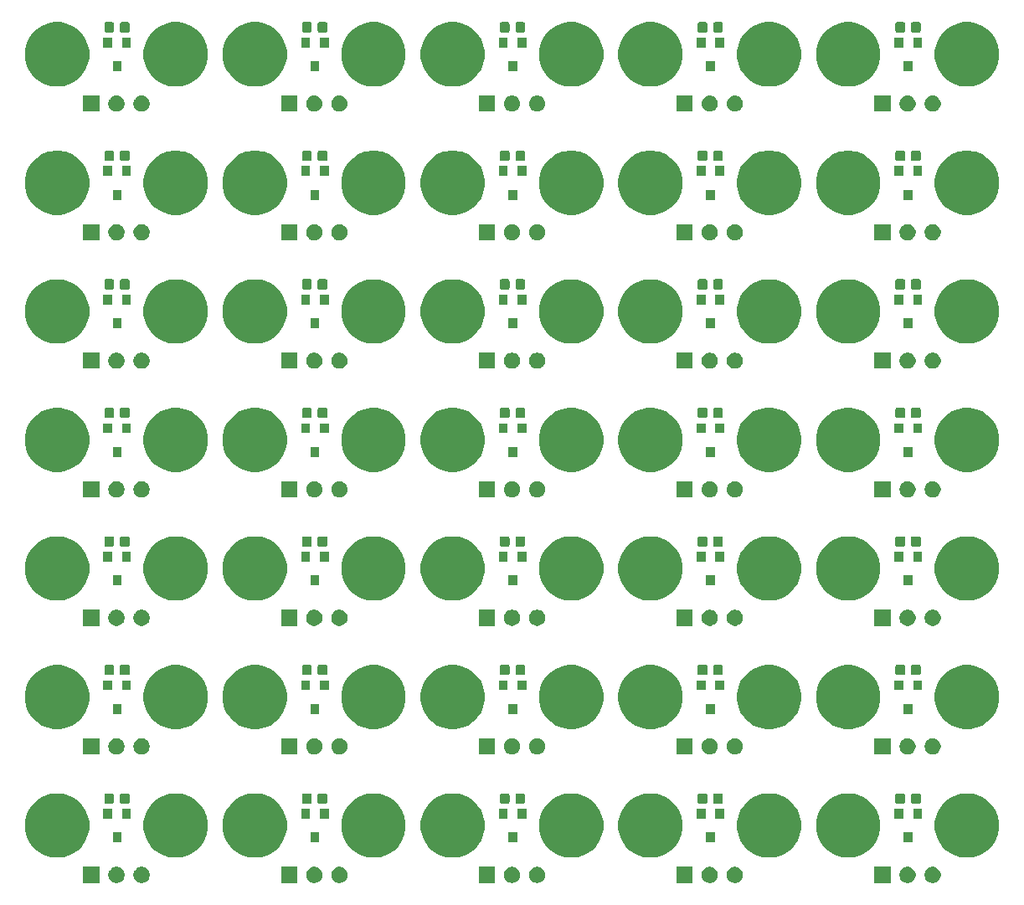
<source format=gbr>
G04 #@! TF.GenerationSoftware,KiCad,Pcbnew,(5.1.0-0)*
G04 #@! TF.CreationDate,2019-05-13T15:47:01-05:00*
G04 #@! TF.ProjectId,splitflap-hall-pcb,73706c69-7466-46c6-9170-2d68616c6c2d,rev?*
G04 #@! TF.SameCoordinates,Original*
G04 #@! TF.FileFunction,Soldermask,Top*
G04 #@! TF.FilePolarity,Negative*
%FSLAX46Y46*%
G04 Gerber Fmt 4.6, Leading zero omitted, Abs format (unit mm)*
G04 Created by KiCad (PCBNEW (5.1.0-0)) date 2019-05-13 15:47:01*
%MOMM*%
%LPD*%
G04 APERTURE LIST*
%ADD10C,0.100000*%
G04 APERTURE END LIST*
D10*
G36*
X169781417Y-166204358D02*
G01*
X169855670Y-166235115D01*
X169929921Y-166265870D01*
X169929922Y-166265871D01*
X170063567Y-166355169D01*
X170177231Y-166468833D01*
X170244204Y-166569067D01*
X170266530Y-166602479D01*
X170297285Y-166676730D01*
X170328042Y-166750983D01*
X170359400Y-166908630D01*
X170359400Y-167069370D01*
X170328042Y-167227017D01*
X170266530Y-167375521D01*
X170266529Y-167375522D01*
X170177231Y-167509167D01*
X170063567Y-167622831D01*
X169963333Y-167689805D01*
X169929921Y-167712130D01*
X169855670Y-167742885D01*
X169781417Y-167773642D01*
X169623770Y-167805000D01*
X169463030Y-167805000D01*
X169305383Y-167773642D01*
X169231130Y-167742885D01*
X169156879Y-167712130D01*
X169123467Y-167689805D01*
X169023233Y-167622831D01*
X168909569Y-167509167D01*
X168820271Y-167375522D01*
X168820270Y-167375521D01*
X168758758Y-167227017D01*
X168727400Y-167069370D01*
X168727400Y-166908630D01*
X168758758Y-166750983D01*
X168820270Y-166602479D01*
X168842596Y-166569067D01*
X168909569Y-166468833D01*
X169023233Y-166355169D01*
X169156878Y-166265871D01*
X169156879Y-166265870D01*
X169231130Y-166235115D01*
X169305383Y-166204358D01*
X169463030Y-166173000D01*
X169623770Y-166173000D01*
X169781417Y-166204358D01*
X169781417Y-166204358D01*
G37*
G36*
X167241417Y-166204358D02*
G01*
X167315670Y-166235115D01*
X167389921Y-166265870D01*
X167389922Y-166265871D01*
X167523567Y-166355169D01*
X167637231Y-166468833D01*
X167704204Y-166569067D01*
X167726530Y-166602479D01*
X167757285Y-166676730D01*
X167788042Y-166750983D01*
X167819400Y-166908630D01*
X167819400Y-167069370D01*
X167788042Y-167227017D01*
X167726530Y-167375521D01*
X167726529Y-167375522D01*
X167637231Y-167509167D01*
X167523567Y-167622831D01*
X167423333Y-167689805D01*
X167389921Y-167712130D01*
X167315670Y-167742885D01*
X167241417Y-167773642D01*
X167083770Y-167805000D01*
X166923030Y-167805000D01*
X166765383Y-167773642D01*
X166691130Y-167742885D01*
X166616879Y-167712130D01*
X166583467Y-167689805D01*
X166483233Y-167622831D01*
X166369569Y-167509167D01*
X166280271Y-167375522D01*
X166280270Y-167375521D01*
X166218758Y-167227017D01*
X166187400Y-167069370D01*
X166187400Y-166908630D01*
X166218758Y-166750983D01*
X166280270Y-166602479D01*
X166302596Y-166569067D01*
X166369569Y-166468833D01*
X166483233Y-166355169D01*
X166616878Y-166265871D01*
X166616879Y-166265870D01*
X166691130Y-166235115D01*
X166765383Y-166204358D01*
X166923030Y-166173000D01*
X167083770Y-166173000D01*
X167241417Y-166204358D01*
X167241417Y-166204358D01*
G37*
G36*
X165279400Y-167805000D02*
G01*
X163647400Y-167805000D01*
X163647400Y-166173000D01*
X165279400Y-166173000D01*
X165279400Y-167805000D01*
X165279400Y-167805000D01*
G37*
G36*
X149781417Y-166204358D02*
G01*
X149855670Y-166235115D01*
X149929921Y-166265870D01*
X149929922Y-166265871D01*
X150063567Y-166355169D01*
X150177231Y-166468833D01*
X150244204Y-166569067D01*
X150266530Y-166602479D01*
X150297285Y-166676730D01*
X150328042Y-166750983D01*
X150359400Y-166908630D01*
X150359400Y-167069370D01*
X150328042Y-167227017D01*
X150266530Y-167375521D01*
X150266529Y-167375522D01*
X150177231Y-167509167D01*
X150063567Y-167622831D01*
X149963333Y-167689805D01*
X149929921Y-167712130D01*
X149855670Y-167742885D01*
X149781417Y-167773642D01*
X149623770Y-167805000D01*
X149463030Y-167805000D01*
X149305383Y-167773642D01*
X149231130Y-167742885D01*
X149156879Y-167712130D01*
X149123467Y-167689805D01*
X149023233Y-167622831D01*
X148909569Y-167509167D01*
X148820271Y-167375522D01*
X148820270Y-167375521D01*
X148758758Y-167227017D01*
X148727400Y-167069370D01*
X148727400Y-166908630D01*
X148758758Y-166750983D01*
X148820270Y-166602479D01*
X148842596Y-166569067D01*
X148909569Y-166468833D01*
X149023233Y-166355169D01*
X149156878Y-166265871D01*
X149156879Y-166265870D01*
X149231130Y-166235115D01*
X149305383Y-166204358D01*
X149463030Y-166173000D01*
X149623770Y-166173000D01*
X149781417Y-166204358D01*
X149781417Y-166204358D01*
G37*
G36*
X147241417Y-166204358D02*
G01*
X147315670Y-166235115D01*
X147389921Y-166265870D01*
X147389922Y-166265871D01*
X147523567Y-166355169D01*
X147637231Y-166468833D01*
X147704204Y-166569067D01*
X147726530Y-166602479D01*
X147757285Y-166676730D01*
X147788042Y-166750983D01*
X147819400Y-166908630D01*
X147819400Y-167069370D01*
X147788042Y-167227017D01*
X147726530Y-167375521D01*
X147726529Y-167375522D01*
X147637231Y-167509167D01*
X147523567Y-167622831D01*
X147423333Y-167689805D01*
X147389921Y-167712130D01*
X147315670Y-167742885D01*
X147241417Y-167773642D01*
X147083770Y-167805000D01*
X146923030Y-167805000D01*
X146765383Y-167773642D01*
X146691130Y-167742885D01*
X146616879Y-167712130D01*
X146583467Y-167689805D01*
X146483233Y-167622831D01*
X146369569Y-167509167D01*
X146280271Y-167375522D01*
X146280270Y-167375521D01*
X146218758Y-167227017D01*
X146187400Y-167069370D01*
X146187400Y-166908630D01*
X146218758Y-166750983D01*
X146280270Y-166602479D01*
X146302596Y-166569067D01*
X146369569Y-166468833D01*
X146483233Y-166355169D01*
X146616878Y-166265871D01*
X146616879Y-166265870D01*
X146691130Y-166235115D01*
X146765383Y-166204358D01*
X146923030Y-166173000D01*
X147083770Y-166173000D01*
X147241417Y-166204358D01*
X147241417Y-166204358D01*
G37*
G36*
X145279400Y-167805000D02*
G01*
X143647400Y-167805000D01*
X143647400Y-166173000D01*
X145279400Y-166173000D01*
X145279400Y-167805000D01*
X145279400Y-167805000D01*
G37*
G36*
X129781417Y-166204358D02*
G01*
X129855670Y-166235115D01*
X129929921Y-166265870D01*
X129929922Y-166265871D01*
X130063567Y-166355169D01*
X130177231Y-166468833D01*
X130244204Y-166569067D01*
X130266530Y-166602479D01*
X130297285Y-166676730D01*
X130328042Y-166750983D01*
X130359400Y-166908630D01*
X130359400Y-167069370D01*
X130328042Y-167227017D01*
X130266530Y-167375521D01*
X130266529Y-167375522D01*
X130177231Y-167509167D01*
X130063567Y-167622831D01*
X129963333Y-167689805D01*
X129929921Y-167712130D01*
X129855670Y-167742885D01*
X129781417Y-167773642D01*
X129623770Y-167805000D01*
X129463030Y-167805000D01*
X129305383Y-167773642D01*
X129231130Y-167742885D01*
X129156879Y-167712130D01*
X129123467Y-167689805D01*
X129023233Y-167622831D01*
X128909569Y-167509167D01*
X128820271Y-167375522D01*
X128820270Y-167375521D01*
X128758758Y-167227017D01*
X128727400Y-167069370D01*
X128727400Y-166908630D01*
X128758758Y-166750983D01*
X128820270Y-166602479D01*
X128842596Y-166569067D01*
X128909569Y-166468833D01*
X129023233Y-166355169D01*
X129156878Y-166265871D01*
X129156879Y-166265870D01*
X129231130Y-166235115D01*
X129305383Y-166204358D01*
X129463030Y-166173000D01*
X129623770Y-166173000D01*
X129781417Y-166204358D01*
X129781417Y-166204358D01*
G37*
G36*
X127241417Y-166204358D02*
G01*
X127315670Y-166235115D01*
X127389921Y-166265870D01*
X127389922Y-166265871D01*
X127523567Y-166355169D01*
X127637231Y-166468833D01*
X127704204Y-166569067D01*
X127726530Y-166602479D01*
X127757285Y-166676730D01*
X127788042Y-166750983D01*
X127819400Y-166908630D01*
X127819400Y-167069370D01*
X127788042Y-167227017D01*
X127726530Y-167375521D01*
X127726529Y-167375522D01*
X127637231Y-167509167D01*
X127523567Y-167622831D01*
X127423333Y-167689805D01*
X127389921Y-167712130D01*
X127315670Y-167742885D01*
X127241417Y-167773642D01*
X127083770Y-167805000D01*
X126923030Y-167805000D01*
X126765383Y-167773642D01*
X126691130Y-167742885D01*
X126616879Y-167712130D01*
X126583467Y-167689805D01*
X126483233Y-167622831D01*
X126369569Y-167509167D01*
X126280271Y-167375522D01*
X126280270Y-167375521D01*
X126218758Y-167227017D01*
X126187400Y-167069370D01*
X126187400Y-166908630D01*
X126218758Y-166750983D01*
X126280270Y-166602479D01*
X126302596Y-166569067D01*
X126369569Y-166468833D01*
X126483233Y-166355169D01*
X126616878Y-166265871D01*
X126616879Y-166265870D01*
X126691130Y-166235115D01*
X126765383Y-166204358D01*
X126923030Y-166173000D01*
X127083770Y-166173000D01*
X127241417Y-166204358D01*
X127241417Y-166204358D01*
G37*
G36*
X125279400Y-167805000D02*
G01*
X123647400Y-167805000D01*
X123647400Y-166173000D01*
X125279400Y-166173000D01*
X125279400Y-167805000D01*
X125279400Y-167805000D01*
G37*
G36*
X109781417Y-166204358D02*
G01*
X109855670Y-166235115D01*
X109929921Y-166265870D01*
X109929922Y-166265871D01*
X110063567Y-166355169D01*
X110177231Y-166468833D01*
X110244204Y-166569067D01*
X110266530Y-166602479D01*
X110297285Y-166676730D01*
X110328042Y-166750983D01*
X110359400Y-166908630D01*
X110359400Y-167069370D01*
X110328042Y-167227017D01*
X110266530Y-167375521D01*
X110266529Y-167375522D01*
X110177231Y-167509167D01*
X110063567Y-167622831D01*
X109963333Y-167689805D01*
X109929921Y-167712130D01*
X109855670Y-167742885D01*
X109781417Y-167773642D01*
X109623770Y-167805000D01*
X109463030Y-167805000D01*
X109305383Y-167773642D01*
X109231130Y-167742885D01*
X109156879Y-167712130D01*
X109123467Y-167689805D01*
X109023233Y-167622831D01*
X108909569Y-167509167D01*
X108820271Y-167375522D01*
X108820270Y-167375521D01*
X108758758Y-167227017D01*
X108727400Y-167069370D01*
X108727400Y-166908630D01*
X108758758Y-166750983D01*
X108820270Y-166602479D01*
X108842596Y-166569067D01*
X108909569Y-166468833D01*
X109023233Y-166355169D01*
X109156878Y-166265871D01*
X109156879Y-166265870D01*
X109231130Y-166235115D01*
X109305383Y-166204358D01*
X109463030Y-166173000D01*
X109623770Y-166173000D01*
X109781417Y-166204358D01*
X109781417Y-166204358D01*
G37*
G36*
X107241417Y-166204358D02*
G01*
X107315670Y-166235115D01*
X107389921Y-166265870D01*
X107389922Y-166265871D01*
X107523567Y-166355169D01*
X107637231Y-166468833D01*
X107704204Y-166569067D01*
X107726530Y-166602479D01*
X107757285Y-166676730D01*
X107788042Y-166750983D01*
X107819400Y-166908630D01*
X107819400Y-167069370D01*
X107788042Y-167227017D01*
X107726530Y-167375521D01*
X107726529Y-167375522D01*
X107637231Y-167509167D01*
X107523567Y-167622831D01*
X107423333Y-167689805D01*
X107389921Y-167712130D01*
X107315670Y-167742885D01*
X107241417Y-167773642D01*
X107083770Y-167805000D01*
X106923030Y-167805000D01*
X106765383Y-167773642D01*
X106691130Y-167742885D01*
X106616879Y-167712130D01*
X106583467Y-167689805D01*
X106483233Y-167622831D01*
X106369569Y-167509167D01*
X106280271Y-167375522D01*
X106280270Y-167375521D01*
X106218758Y-167227017D01*
X106187400Y-167069370D01*
X106187400Y-166908630D01*
X106218758Y-166750983D01*
X106280270Y-166602479D01*
X106302596Y-166569067D01*
X106369569Y-166468833D01*
X106483233Y-166355169D01*
X106616878Y-166265871D01*
X106616879Y-166265870D01*
X106691130Y-166235115D01*
X106765383Y-166204358D01*
X106923030Y-166173000D01*
X107083770Y-166173000D01*
X107241417Y-166204358D01*
X107241417Y-166204358D01*
G37*
G36*
X105279400Y-167805000D02*
G01*
X103647400Y-167805000D01*
X103647400Y-166173000D01*
X105279400Y-166173000D01*
X105279400Y-167805000D01*
X105279400Y-167805000D01*
G37*
G36*
X89781417Y-166204358D02*
G01*
X89855670Y-166235115D01*
X89929921Y-166265870D01*
X89929922Y-166265871D01*
X90063567Y-166355169D01*
X90177231Y-166468833D01*
X90244204Y-166569067D01*
X90266530Y-166602479D01*
X90297285Y-166676730D01*
X90328042Y-166750983D01*
X90359400Y-166908630D01*
X90359400Y-167069370D01*
X90328042Y-167227017D01*
X90266530Y-167375521D01*
X90266529Y-167375522D01*
X90177231Y-167509167D01*
X90063567Y-167622831D01*
X89963333Y-167689805D01*
X89929921Y-167712130D01*
X89855670Y-167742885D01*
X89781417Y-167773642D01*
X89623770Y-167805000D01*
X89463030Y-167805000D01*
X89305383Y-167773642D01*
X89231130Y-167742885D01*
X89156879Y-167712130D01*
X89123467Y-167689805D01*
X89023233Y-167622831D01*
X88909569Y-167509167D01*
X88820271Y-167375522D01*
X88820270Y-167375521D01*
X88758758Y-167227017D01*
X88727400Y-167069370D01*
X88727400Y-166908630D01*
X88758758Y-166750983D01*
X88820270Y-166602479D01*
X88842596Y-166569067D01*
X88909569Y-166468833D01*
X89023233Y-166355169D01*
X89156878Y-166265871D01*
X89156879Y-166265870D01*
X89231130Y-166235115D01*
X89305383Y-166204358D01*
X89463030Y-166173000D01*
X89623770Y-166173000D01*
X89781417Y-166204358D01*
X89781417Y-166204358D01*
G37*
G36*
X87241417Y-166204358D02*
G01*
X87315670Y-166235115D01*
X87389921Y-166265870D01*
X87389922Y-166265871D01*
X87523567Y-166355169D01*
X87637231Y-166468833D01*
X87704204Y-166569067D01*
X87726530Y-166602479D01*
X87757285Y-166676730D01*
X87788042Y-166750983D01*
X87819400Y-166908630D01*
X87819400Y-167069370D01*
X87788042Y-167227017D01*
X87726530Y-167375521D01*
X87726529Y-167375522D01*
X87637231Y-167509167D01*
X87523567Y-167622831D01*
X87423333Y-167689805D01*
X87389921Y-167712130D01*
X87315670Y-167742885D01*
X87241417Y-167773642D01*
X87083770Y-167805000D01*
X86923030Y-167805000D01*
X86765383Y-167773642D01*
X86691130Y-167742885D01*
X86616879Y-167712130D01*
X86583467Y-167689805D01*
X86483233Y-167622831D01*
X86369569Y-167509167D01*
X86280271Y-167375522D01*
X86280270Y-167375521D01*
X86218758Y-167227017D01*
X86187400Y-167069370D01*
X86187400Y-166908630D01*
X86218758Y-166750983D01*
X86280270Y-166602479D01*
X86302596Y-166569067D01*
X86369569Y-166468833D01*
X86483233Y-166355169D01*
X86616878Y-166265871D01*
X86616879Y-166265870D01*
X86691130Y-166235115D01*
X86765383Y-166204358D01*
X86923030Y-166173000D01*
X87083770Y-166173000D01*
X87241417Y-166204358D01*
X87241417Y-166204358D01*
G37*
G36*
X85279400Y-167805000D02*
G01*
X83647400Y-167805000D01*
X83647400Y-166173000D01*
X85279400Y-166173000D01*
X85279400Y-167805000D01*
X85279400Y-167805000D01*
G37*
G36*
X93634239Y-158811467D02*
G01*
X93948282Y-158873934D01*
X94539926Y-159119001D01*
X95072392Y-159474784D01*
X95525216Y-159927608D01*
X95880999Y-160460074D01*
X96126066Y-161051718D01*
X96251000Y-161679804D01*
X96251000Y-162320196D01*
X96126066Y-162948282D01*
X95880999Y-163539926D01*
X95525216Y-164072392D01*
X95072392Y-164525216D01*
X94539926Y-164880999D01*
X93948282Y-165126066D01*
X93634239Y-165188533D01*
X93320197Y-165251000D01*
X92679803Y-165251000D01*
X92365761Y-165188533D01*
X92051718Y-165126066D01*
X91460074Y-164880999D01*
X90927608Y-164525216D01*
X90474784Y-164072392D01*
X90119001Y-163539926D01*
X89873934Y-162948282D01*
X89749000Y-162320196D01*
X89749000Y-161679804D01*
X89873934Y-161051718D01*
X90119001Y-160460074D01*
X90474784Y-159927608D01*
X90927608Y-159474784D01*
X91460074Y-159119001D01*
X92051718Y-158873934D01*
X92365761Y-158811467D01*
X92679803Y-158749000D01*
X93320197Y-158749000D01*
X93634239Y-158811467D01*
X93634239Y-158811467D01*
G37*
G36*
X81634239Y-158811467D02*
G01*
X81948282Y-158873934D01*
X82539926Y-159119001D01*
X83072392Y-159474784D01*
X83525216Y-159927608D01*
X83880999Y-160460074D01*
X84126066Y-161051718D01*
X84251000Y-161679804D01*
X84251000Y-162320196D01*
X84126066Y-162948282D01*
X83880999Y-163539926D01*
X83525216Y-164072392D01*
X83072392Y-164525216D01*
X82539926Y-164880999D01*
X81948282Y-165126066D01*
X81634239Y-165188533D01*
X81320197Y-165251000D01*
X80679803Y-165251000D01*
X80365761Y-165188533D01*
X80051718Y-165126066D01*
X79460074Y-164880999D01*
X78927608Y-164525216D01*
X78474784Y-164072392D01*
X78119001Y-163539926D01*
X77873934Y-162948282D01*
X77749000Y-162320196D01*
X77749000Y-161679804D01*
X77873934Y-161051718D01*
X78119001Y-160460074D01*
X78474784Y-159927608D01*
X78927608Y-159474784D01*
X79460074Y-159119001D01*
X80051718Y-158873934D01*
X80365761Y-158811467D01*
X80679803Y-158749000D01*
X81320197Y-158749000D01*
X81634239Y-158811467D01*
X81634239Y-158811467D01*
G37*
G36*
X101634239Y-158811467D02*
G01*
X101948282Y-158873934D01*
X102539926Y-159119001D01*
X103072392Y-159474784D01*
X103525216Y-159927608D01*
X103880999Y-160460074D01*
X104126066Y-161051718D01*
X104251000Y-161679804D01*
X104251000Y-162320196D01*
X104126066Y-162948282D01*
X103880999Y-163539926D01*
X103525216Y-164072392D01*
X103072392Y-164525216D01*
X102539926Y-164880999D01*
X101948282Y-165126066D01*
X101634239Y-165188533D01*
X101320197Y-165251000D01*
X100679803Y-165251000D01*
X100365761Y-165188533D01*
X100051718Y-165126066D01*
X99460074Y-164880999D01*
X98927608Y-164525216D01*
X98474784Y-164072392D01*
X98119001Y-163539926D01*
X97873934Y-162948282D01*
X97749000Y-162320196D01*
X97749000Y-161679804D01*
X97873934Y-161051718D01*
X98119001Y-160460074D01*
X98474784Y-159927608D01*
X98927608Y-159474784D01*
X99460074Y-159119001D01*
X100051718Y-158873934D01*
X100365761Y-158811467D01*
X100679803Y-158749000D01*
X101320197Y-158749000D01*
X101634239Y-158811467D01*
X101634239Y-158811467D01*
G37*
G36*
X113634239Y-158811467D02*
G01*
X113948282Y-158873934D01*
X114539926Y-159119001D01*
X115072392Y-159474784D01*
X115525216Y-159927608D01*
X115880999Y-160460074D01*
X116126066Y-161051718D01*
X116251000Y-161679804D01*
X116251000Y-162320196D01*
X116126066Y-162948282D01*
X115880999Y-163539926D01*
X115525216Y-164072392D01*
X115072392Y-164525216D01*
X114539926Y-164880999D01*
X113948282Y-165126066D01*
X113634239Y-165188533D01*
X113320197Y-165251000D01*
X112679803Y-165251000D01*
X112365761Y-165188533D01*
X112051718Y-165126066D01*
X111460074Y-164880999D01*
X110927608Y-164525216D01*
X110474784Y-164072392D01*
X110119001Y-163539926D01*
X109873934Y-162948282D01*
X109749000Y-162320196D01*
X109749000Y-161679804D01*
X109873934Y-161051718D01*
X110119001Y-160460074D01*
X110474784Y-159927608D01*
X110927608Y-159474784D01*
X111460074Y-159119001D01*
X112051718Y-158873934D01*
X112365761Y-158811467D01*
X112679803Y-158749000D01*
X113320197Y-158749000D01*
X113634239Y-158811467D01*
X113634239Y-158811467D01*
G37*
G36*
X121634239Y-158811467D02*
G01*
X121948282Y-158873934D01*
X122539926Y-159119001D01*
X123072392Y-159474784D01*
X123525216Y-159927608D01*
X123880999Y-160460074D01*
X124126066Y-161051718D01*
X124251000Y-161679804D01*
X124251000Y-162320196D01*
X124126066Y-162948282D01*
X123880999Y-163539926D01*
X123525216Y-164072392D01*
X123072392Y-164525216D01*
X122539926Y-164880999D01*
X121948282Y-165126066D01*
X121634239Y-165188533D01*
X121320197Y-165251000D01*
X120679803Y-165251000D01*
X120365761Y-165188533D01*
X120051718Y-165126066D01*
X119460074Y-164880999D01*
X118927608Y-164525216D01*
X118474784Y-164072392D01*
X118119001Y-163539926D01*
X117873934Y-162948282D01*
X117749000Y-162320196D01*
X117749000Y-161679804D01*
X117873934Y-161051718D01*
X118119001Y-160460074D01*
X118474784Y-159927608D01*
X118927608Y-159474784D01*
X119460074Y-159119001D01*
X120051718Y-158873934D01*
X120365761Y-158811467D01*
X120679803Y-158749000D01*
X121320197Y-158749000D01*
X121634239Y-158811467D01*
X121634239Y-158811467D01*
G37*
G36*
X133634239Y-158811467D02*
G01*
X133948282Y-158873934D01*
X134539926Y-159119001D01*
X135072392Y-159474784D01*
X135525216Y-159927608D01*
X135880999Y-160460074D01*
X136126066Y-161051718D01*
X136251000Y-161679804D01*
X136251000Y-162320196D01*
X136126066Y-162948282D01*
X135880999Y-163539926D01*
X135525216Y-164072392D01*
X135072392Y-164525216D01*
X134539926Y-164880999D01*
X133948282Y-165126066D01*
X133634239Y-165188533D01*
X133320197Y-165251000D01*
X132679803Y-165251000D01*
X132365761Y-165188533D01*
X132051718Y-165126066D01*
X131460074Y-164880999D01*
X130927608Y-164525216D01*
X130474784Y-164072392D01*
X130119001Y-163539926D01*
X129873934Y-162948282D01*
X129749000Y-162320196D01*
X129749000Y-161679804D01*
X129873934Y-161051718D01*
X130119001Y-160460074D01*
X130474784Y-159927608D01*
X130927608Y-159474784D01*
X131460074Y-159119001D01*
X132051718Y-158873934D01*
X132365761Y-158811467D01*
X132679803Y-158749000D01*
X133320197Y-158749000D01*
X133634239Y-158811467D01*
X133634239Y-158811467D01*
G37*
G36*
X141634239Y-158811467D02*
G01*
X141948282Y-158873934D01*
X142539926Y-159119001D01*
X143072392Y-159474784D01*
X143525216Y-159927608D01*
X143880999Y-160460074D01*
X144126066Y-161051718D01*
X144251000Y-161679804D01*
X144251000Y-162320196D01*
X144126066Y-162948282D01*
X143880999Y-163539926D01*
X143525216Y-164072392D01*
X143072392Y-164525216D01*
X142539926Y-164880999D01*
X141948282Y-165126066D01*
X141634239Y-165188533D01*
X141320197Y-165251000D01*
X140679803Y-165251000D01*
X140365761Y-165188533D01*
X140051718Y-165126066D01*
X139460074Y-164880999D01*
X138927608Y-164525216D01*
X138474784Y-164072392D01*
X138119001Y-163539926D01*
X137873934Y-162948282D01*
X137749000Y-162320196D01*
X137749000Y-161679804D01*
X137873934Y-161051718D01*
X138119001Y-160460074D01*
X138474784Y-159927608D01*
X138927608Y-159474784D01*
X139460074Y-159119001D01*
X140051718Y-158873934D01*
X140365761Y-158811467D01*
X140679803Y-158749000D01*
X141320197Y-158749000D01*
X141634239Y-158811467D01*
X141634239Y-158811467D01*
G37*
G36*
X153634239Y-158811467D02*
G01*
X153948282Y-158873934D01*
X154539926Y-159119001D01*
X155072392Y-159474784D01*
X155525216Y-159927608D01*
X155880999Y-160460074D01*
X156126066Y-161051718D01*
X156251000Y-161679804D01*
X156251000Y-162320196D01*
X156126066Y-162948282D01*
X155880999Y-163539926D01*
X155525216Y-164072392D01*
X155072392Y-164525216D01*
X154539926Y-164880999D01*
X153948282Y-165126066D01*
X153634239Y-165188533D01*
X153320197Y-165251000D01*
X152679803Y-165251000D01*
X152365761Y-165188533D01*
X152051718Y-165126066D01*
X151460074Y-164880999D01*
X150927608Y-164525216D01*
X150474784Y-164072392D01*
X150119001Y-163539926D01*
X149873934Y-162948282D01*
X149749000Y-162320196D01*
X149749000Y-161679804D01*
X149873934Y-161051718D01*
X150119001Y-160460074D01*
X150474784Y-159927608D01*
X150927608Y-159474784D01*
X151460074Y-159119001D01*
X152051718Y-158873934D01*
X152365761Y-158811467D01*
X152679803Y-158749000D01*
X153320197Y-158749000D01*
X153634239Y-158811467D01*
X153634239Y-158811467D01*
G37*
G36*
X161634239Y-158811467D02*
G01*
X161948282Y-158873934D01*
X162539926Y-159119001D01*
X163072392Y-159474784D01*
X163525216Y-159927608D01*
X163880999Y-160460074D01*
X164126066Y-161051718D01*
X164251000Y-161679804D01*
X164251000Y-162320196D01*
X164126066Y-162948282D01*
X163880999Y-163539926D01*
X163525216Y-164072392D01*
X163072392Y-164525216D01*
X162539926Y-164880999D01*
X161948282Y-165126066D01*
X161634239Y-165188533D01*
X161320197Y-165251000D01*
X160679803Y-165251000D01*
X160365761Y-165188533D01*
X160051718Y-165126066D01*
X159460074Y-164880999D01*
X158927608Y-164525216D01*
X158474784Y-164072392D01*
X158119001Y-163539926D01*
X157873934Y-162948282D01*
X157749000Y-162320196D01*
X157749000Y-161679804D01*
X157873934Y-161051718D01*
X158119001Y-160460074D01*
X158474784Y-159927608D01*
X158927608Y-159474784D01*
X159460074Y-159119001D01*
X160051718Y-158873934D01*
X160365761Y-158811467D01*
X160679803Y-158749000D01*
X161320197Y-158749000D01*
X161634239Y-158811467D01*
X161634239Y-158811467D01*
G37*
G36*
X173634239Y-158811467D02*
G01*
X173948282Y-158873934D01*
X174539926Y-159119001D01*
X175072392Y-159474784D01*
X175525216Y-159927608D01*
X175880999Y-160460074D01*
X176126066Y-161051718D01*
X176251000Y-161679804D01*
X176251000Y-162320196D01*
X176126066Y-162948282D01*
X175880999Y-163539926D01*
X175525216Y-164072392D01*
X175072392Y-164525216D01*
X174539926Y-164880999D01*
X173948282Y-165126066D01*
X173634239Y-165188533D01*
X173320197Y-165251000D01*
X172679803Y-165251000D01*
X172365761Y-165188533D01*
X172051718Y-165126066D01*
X171460074Y-164880999D01*
X170927608Y-164525216D01*
X170474784Y-164072392D01*
X170119001Y-163539926D01*
X169873934Y-162948282D01*
X169749000Y-162320196D01*
X169749000Y-161679804D01*
X169873934Y-161051718D01*
X170119001Y-160460074D01*
X170474784Y-159927608D01*
X170927608Y-159474784D01*
X171460074Y-159119001D01*
X172051718Y-158873934D01*
X172365761Y-158811467D01*
X172679803Y-158749000D01*
X173320197Y-158749000D01*
X173634239Y-158811467D01*
X173634239Y-158811467D01*
G37*
G36*
X87530600Y-163711600D02*
G01*
X86628600Y-163711600D01*
X86628600Y-162709600D01*
X87530600Y-162709600D01*
X87530600Y-163711600D01*
X87530600Y-163711600D01*
G37*
G36*
X107530600Y-163711600D02*
G01*
X106628600Y-163711600D01*
X106628600Y-162709600D01*
X107530600Y-162709600D01*
X107530600Y-163711600D01*
X107530600Y-163711600D01*
G37*
G36*
X127530600Y-163711600D02*
G01*
X126628600Y-163711600D01*
X126628600Y-162709600D01*
X127530600Y-162709600D01*
X127530600Y-163711600D01*
X127530600Y-163711600D01*
G37*
G36*
X147530600Y-163711600D02*
G01*
X146628600Y-163711600D01*
X146628600Y-162709600D01*
X147530600Y-162709600D01*
X147530600Y-163711600D01*
X147530600Y-163711600D01*
G37*
G36*
X167530600Y-163711600D02*
G01*
X166628600Y-163711600D01*
X166628600Y-162709600D01*
X167530600Y-162709600D01*
X167530600Y-163711600D01*
X167530600Y-163711600D01*
G37*
G36*
X168480600Y-161311600D02*
G01*
X167578600Y-161311600D01*
X167578600Y-160309600D01*
X168480600Y-160309600D01*
X168480600Y-161311600D01*
X168480600Y-161311600D01*
G37*
G36*
X146580600Y-161311600D02*
G01*
X145678600Y-161311600D01*
X145678600Y-160309600D01*
X146580600Y-160309600D01*
X146580600Y-161311600D01*
X146580600Y-161311600D01*
G37*
G36*
X166580600Y-161311600D02*
G01*
X165678600Y-161311600D01*
X165678600Y-160309600D01*
X166580600Y-160309600D01*
X166580600Y-161311600D01*
X166580600Y-161311600D01*
G37*
G36*
X148480600Y-161311600D02*
G01*
X147578600Y-161311600D01*
X147578600Y-160309600D01*
X148480600Y-160309600D01*
X148480600Y-161311600D01*
X148480600Y-161311600D01*
G37*
G36*
X128480600Y-161311600D02*
G01*
X127578600Y-161311600D01*
X127578600Y-160309600D01*
X128480600Y-160309600D01*
X128480600Y-161311600D01*
X128480600Y-161311600D01*
G37*
G36*
X126580600Y-161311600D02*
G01*
X125678600Y-161311600D01*
X125678600Y-160309600D01*
X126580600Y-160309600D01*
X126580600Y-161311600D01*
X126580600Y-161311600D01*
G37*
G36*
X108480600Y-161311600D02*
G01*
X107578600Y-161311600D01*
X107578600Y-160309600D01*
X108480600Y-160309600D01*
X108480600Y-161311600D01*
X108480600Y-161311600D01*
G37*
G36*
X106580600Y-161311600D02*
G01*
X105678600Y-161311600D01*
X105678600Y-160309600D01*
X106580600Y-160309600D01*
X106580600Y-161311600D01*
X106580600Y-161311600D01*
G37*
G36*
X88480600Y-161311600D02*
G01*
X87578600Y-161311600D01*
X87578600Y-160309600D01*
X88480600Y-160309600D01*
X88480600Y-161311600D01*
X88480600Y-161311600D01*
G37*
G36*
X86580600Y-161311600D02*
G01*
X85678600Y-161311600D01*
X85678600Y-160309600D01*
X86580600Y-160309600D01*
X86580600Y-161311600D01*
X86580600Y-161311600D01*
G37*
G36*
X88183891Y-158745485D02*
G01*
X88217869Y-158755793D01*
X88249190Y-158772534D01*
X88276639Y-158795061D01*
X88299166Y-158822510D01*
X88315907Y-158853831D01*
X88326215Y-158887809D01*
X88330300Y-158929290D01*
X88330300Y-159605510D01*
X88326215Y-159646991D01*
X88315907Y-159680969D01*
X88299166Y-159712290D01*
X88276639Y-159739739D01*
X88249190Y-159762266D01*
X88217869Y-159779007D01*
X88183891Y-159789315D01*
X88142410Y-159793400D01*
X87541190Y-159793400D01*
X87499709Y-159789315D01*
X87465731Y-159779007D01*
X87434410Y-159762266D01*
X87406961Y-159739739D01*
X87384434Y-159712290D01*
X87367693Y-159680969D01*
X87357385Y-159646991D01*
X87353300Y-159605510D01*
X87353300Y-158929290D01*
X87357385Y-158887809D01*
X87367693Y-158853831D01*
X87384434Y-158822510D01*
X87406961Y-158795061D01*
X87434410Y-158772534D01*
X87465731Y-158755793D01*
X87499709Y-158745485D01*
X87541190Y-158741400D01*
X88142410Y-158741400D01*
X88183891Y-158745485D01*
X88183891Y-158745485D01*
G37*
G36*
X146608891Y-158745485D02*
G01*
X146642869Y-158755793D01*
X146674190Y-158772534D01*
X146701639Y-158795061D01*
X146724166Y-158822510D01*
X146740907Y-158853831D01*
X146751215Y-158887809D01*
X146755300Y-158929290D01*
X146755300Y-159605510D01*
X146751215Y-159646991D01*
X146740907Y-159680969D01*
X146724166Y-159712290D01*
X146701639Y-159739739D01*
X146674190Y-159762266D01*
X146642869Y-159779007D01*
X146608891Y-159789315D01*
X146567410Y-159793400D01*
X145966190Y-159793400D01*
X145924709Y-159789315D01*
X145890731Y-159779007D01*
X145859410Y-159762266D01*
X145831961Y-159739739D01*
X145809434Y-159712290D01*
X145792693Y-159680969D01*
X145782385Y-159646991D01*
X145778300Y-159605510D01*
X145778300Y-158929290D01*
X145782385Y-158887809D01*
X145792693Y-158853831D01*
X145809434Y-158822510D01*
X145831961Y-158795061D01*
X145859410Y-158772534D01*
X145890731Y-158755793D01*
X145924709Y-158745485D01*
X145966190Y-158741400D01*
X146567410Y-158741400D01*
X146608891Y-158745485D01*
X146608891Y-158745485D01*
G37*
G36*
X168183891Y-158745485D02*
G01*
X168217869Y-158755793D01*
X168249190Y-158772534D01*
X168276639Y-158795061D01*
X168299166Y-158822510D01*
X168315907Y-158853831D01*
X168326215Y-158887809D01*
X168330300Y-158929290D01*
X168330300Y-159605510D01*
X168326215Y-159646991D01*
X168315907Y-159680969D01*
X168299166Y-159712290D01*
X168276639Y-159739739D01*
X168249190Y-159762266D01*
X168217869Y-159779007D01*
X168183891Y-159789315D01*
X168142410Y-159793400D01*
X167541190Y-159793400D01*
X167499709Y-159789315D01*
X167465731Y-159779007D01*
X167434410Y-159762266D01*
X167406961Y-159739739D01*
X167384434Y-159712290D01*
X167367693Y-159680969D01*
X167357385Y-159646991D01*
X167353300Y-159605510D01*
X167353300Y-158929290D01*
X167357385Y-158887809D01*
X167367693Y-158853831D01*
X167384434Y-158822510D01*
X167406961Y-158795061D01*
X167434410Y-158772534D01*
X167465731Y-158755793D01*
X167499709Y-158745485D01*
X167541190Y-158741400D01*
X168142410Y-158741400D01*
X168183891Y-158745485D01*
X168183891Y-158745485D01*
G37*
G36*
X86608891Y-158745485D02*
G01*
X86642869Y-158755793D01*
X86674190Y-158772534D01*
X86701639Y-158795061D01*
X86724166Y-158822510D01*
X86740907Y-158853831D01*
X86751215Y-158887809D01*
X86755300Y-158929290D01*
X86755300Y-159605510D01*
X86751215Y-159646991D01*
X86740907Y-159680969D01*
X86724166Y-159712290D01*
X86701639Y-159739739D01*
X86674190Y-159762266D01*
X86642869Y-159779007D01*
X86608891Y-159789315D01*
X86567410Y-159793400D01*
X85966190Y-159793400D01*
X85924709Y-159789315D01*
X85890731Y-159779007D01*
X85859410Y-159762266D01*
X85831961Y-159739739D01*
X85809434Y-159712290D01*
X85792693Y-159680969D01*
X85782385Y-159646991D01*
X85778300Y-159605510D01*
X85778300Y-158929290D01*
X85782385Y-158887809D01*
X85792693Y-158853831D01*
X85809434Y-158822510D01*
X85831961Y-158795061D01*
X85859410Y-158772534D01*
X85890731Y-158755793D01*
X85924709Y-158745485D01*
X85966190Y-158741400D01*
X86567410Y-158741400D01*
X86608891Y-158745485D01*
X86608891Y-158745485D01*
G37*
G36*
X148183891Y-158745485D02*
G01*
X148217869Y-158755793D01*
X148249190Y-158772534D01*
X148276639Y-158795061D01*
X148299166Y-158822510D01*
X148315907Y-158853831D01*
X148326215Y-158887809D01*
X148330300Y-158929290D01*
X148330300Y-159605510D01*
X148326215Y-159646991D01*
X148315907Y-159680969D01*
X148299166Y-159712290D01*
X148276639Y-159739739D01*
X148249190Y-159762266D01*
X148217869Y-159779007D01*
X148183891Y-159789315D01*
X148142410Y-159793400D01*
X147541190Y-159793400D01*
X147499709Y-159789315D01*
X147465731Y-159779007D01*
X147434410Y-159762266D01*
X147406961Y-159739739D01*
X147384434Y-159712290D01*
X147367693Y-159680969D01*
X147357385Y-159646991D01*
X147353300Y-159605510D01*
X147353300Y-158929290D01*
X147357385Y-158887809D01*
X147367693Y-158853831D01*
X147384434Y-158822510D01*
X147406961Y-158795061D01*
X147434410Y-158772534D01*
X147465731Y-158755793D01*
X147499709Y-158745485D01*
X147541190Y-158741400D01*
X148142410Y-158741400D01*
X148183891Y-158745485D01*
X148183891Y-158745485D01*
G37*
G36*
X166608891Y-158745485D02*
G01*
X166642869Y-158755793D01*
X166674190Y-158772534D01*
X166701639Y-158795061D01*
X166724166Y-158822510D01*
X166740907Y-158853831D01*
X166751215Y-158887809D01*
X166755300Y-158929290D01*
X166755300Y-159605510D01*
X166751215Y-159646991D01*
X166740907Y-159680969D01*
X166724166Y-159712290D01*
X166701639Y-159739739D01*
X166674190Y-159762266D01*
X166642869Y-159779007D01*
X166608891Y-159789315D01*
X166567410Y-159793400D01*
X165966190Y-159793400D01*
X165924709Y-159789315D01*
X165890731Y-159779007D01*
X165859410Y-159762266D01*
X165831961Y-159739739D01*
X165809434Y-159712290D01*
X165792693Y-159680969D01*
X165782385Y-159646991D01*
X165778300Y-159605510D01*
X165778300Y-158929290D01*
X165782385Y-158887809D01*
X165792693Y-158853831D01*
X165809434Y-158822510D01*
X165831961Y-158795061D01*
X165859410Y-158772534D01*
X165890731Y-158755793D01*
X165924709Y-158745485D01*
X165966190Y-158741400D01*
X166567410Y-158741400D01*
X166608891Y-158745485D01*
X166608891Y-158745485D01*
G37*
G36*
X128183891Y-158745485D02*
G01*
X128217869Y-158755793D01*
X128249190Y-158772534D01*
X128276639Y-158795061D01*
X128299166Y-158822510D01*
X128315907Y-158853831D01*
X128326215Y-158887809D01*
X128330300Y-158929290D01*
X128330300Y-159605510D01*
X128326215Y-159646991D01*
X128315907Y-159680969D01*
X128299166Y-159712290D01*
X128276639Y-159739739D01*
X128249190Y-159762266D01*
X128217869Y-159779007D01*
X128183891Y-159789315D01*
X128142410Y-159793400D01*
X127541190Y-159793400D01*
X127499709Y-159789315D01*
X127465731Y-159779007D01*
X127434410Y-159762266D01*
X127406961Y-159739739D01*
X127384434Y-159712290D01*
X127367693Y-159680969D01*
X127357385Y-159646991D01*
X127353300Y-159605510D01*
X127353300Y-158929290D01*
X127357385Y-158887809D01*
X127367693Y-158853831D01*
X127384434Y-158822510D01*
X127406961Y-158795061D01*
X127434410Y-158772534D01*
X127465731Y-158755793D01*
X127499709Y-158745485D01*
X127541190Y-158741400D01*
X128142410Y-158741400D01*
X128183891Y-158745485D01*
X128183891Y-158745485D01*
G37*
G36*
X126608891Y-158745485D02*
G01*
X126642869Y-158755793D01*
X126674190Y-158772534D01*
X126701639Y-158795061D01*
X126724166Y-158822510D01*
X126740907Y-158853831D01*
X126751215Y-158887809D01*
X126755300Y-158929290D01*
X126755300Y-159605510D01*
X126751215Y-159646991D01*
X126740907Y-159680969D01*
X126724166Y-159712290D01*
X126701639Y-159739739D01*
X126674190Y-159762266D01*
X126642869Y-159779007D01*
X126608891Y-159789315D01*
X126567410Y-159793400D01*
X125966190Y-159793400D01*
X125924709Y-159789315D01*
X125890731Y-159779007D01*
X125859410Y-159762266D01*
X125831961Y-159739739D01*
X125809434Y-159712290D01*
X125792693Y-159680969D01*
X125782385Y-159646991D01*
X125778300Y-159605510D01*
X125778300Y-158929290D01*
X125782385Y-158887809D01*
X125792693Y-158853831D01*
X125809434Y-158822510D01*
X125831961Y-158795061D01*
X125859410Y-158772534D01*
X125890731Y-158755793D01*
X125924709Y-158745485D01*
X125966190Y-158741400D01*
X126567410Y-158741400D01*
X126608891Y-158745485D01*
X126608891Y-158745485D01*
G37*
G36*
X108183891Y-158745485D02*
G01*
X108217869Y-158755793D01*
X108249190Y-158772534D01*
X108276639Y-158795061D01*
X108299166Y-158822510D01*
X108315907Y-158853831D01*
X108326215Y-158887809D01*
X108330300Y-158929290D01*
X108330300Y-159605510D01*
X108326215Y-159646991D01*
X108315907Y-159680969D01*
X108299166Y-159712290D01*
X108276639Y-159739739D01*
X108249190Y-159762266D01*
X108217869Y-159779007D01*
X108183891Y-159789315D01*
X108142410Y-159793400D01*
X107541190Y-159793400D01*
X107499709Y-159789315D01*
X107465731Y-159779007D01*
X107434410Y-159762266D01*
X107406961Y-159739739D01*
X107384434Y-159712290D01*
X107367693Y-159680969D01*
X107357385Y-159646991D01*
X107353300Y-159605510D01*
X107353300Y-158929290D01*
X107357385Y-158887809D01*
X107367693Y-158853831D01*
X107384434Y-158822510D01*
X107406961Y-158795061D01*
X107434410Y-158772534D01*
X107465731Y-158755793D01*
X107499709Y-158745485D01*
X107541190Y-158741400D01*
X108142410Y-158741400D01*
X108183891Y-158745485D01*
X108183891Y-158745485D01*
G37*
G36*
X106608891Y-158745485D02*
G01*
X106642869Y-158755793D01*
X106674190Y-158772534D01*
X106701639Y-158795061D01*
X106724166Y-158822510D01*
X106740907Y-158853831D01*
X106751215Y-158887809D01*
X106755300Y-158929290D01*
X106755300Y-159605510D01*
X106751215Y-159646991D01*
X106740907Y-159680969D01*
X106724166Y-159712290D01*
X106701639Y-159739739D01*
X106674190Y-159762266D01*
X106642869Y-159779007D01*
X106608891Y-159789315D01*
X106567410Y-159793400D01*
X105966190Y-159793400D01*
X105924709Y-159789315D01*
X105890731Y-159779007D01*
X105859410Y-159762266D01*
X105831961Y-159739739D01*
X105809434Y-159712290D01*
X105792693Y-159680969D01*
X105782385Y-159646991D01*
X105778300Y-159605510D01*
X105778300Y-158929290D01*
X105782385Y-158887809D01*
X105792693Y-158853831D01*
X105809434Y-158822510D01*
X105831961Y-158795061D01*
X105859410Y-158772534D01*
X105890731Y-158755793D01*
X105924709Y-158745485D01*
X105966190Y-158741400D01*
X106567410Y-158741400D01*
X106608891Y-158745485D01*
X106608891Y-158745485D01*
G37*
G36*
X169781417Y-153204358D02*
G01*
X169929921Y-153265870D01*
X169929922Y-153265871D01*
X170063567Y-153355169D01*
X170177231Y-153468833D01*
X170244204Y-153569067D01*
X170266530Y-153602479D01*
X170328042Y-153750983D01*
X170359400Y-153908630D01*
X170359400Y-154069370D01*
X170328042Y-154227017D01*
X170266530Y-154375521D01*
X170266529Y-154375522D01*
X170177231Y-154509167D01*
X170063567Y-154622831D01*
X169963333Y-154689805D01*
X169929921Y-154712130D01*
X169781417Y-154773642D01*
X169623770Y-154805000D01*
X169463030Y-154805000D01*
X169305383Y-154773642D01*
X169156879Y-154712130D01*
X169123467Y-154689805D01*
X169023233Y-154622831D01*
X168909569Y-154509167D01*
X168820271Y-154375522D01*
X168820270Y-154375521D01*
X168758758Y-154227017D01*
X168727400Y-154069370D01*
X168727400Y-153908630D01*
X168758758Y-153750983D01*
X168820270Y-153602479D01*
X168842595Y-153569067D01*
X168909569Y-153468833D01*
X169023233Y-153355169D01*
X169156878Y-153265871D01*
X169156879Y-153265870D01*
X169305383Y-153204358D01*
X169463030Y-153173000D01*
X169623770Y-153173000D01*
X169781417Y-153204358D01*
X169781417Y-153204358D01*
G37*
G36*
X109781417Y-153204358D02*
G01*
X109929921Y-153265870D01*
X109929922Y-153265871D01*
X110063567Y-153355169D01*
X110177231Y-153468833D01*
X110244204Y-153569067D01*
X110266530Y-153602479D01*
X110328042Y-153750983D01*
X110359400Y-153908630D01*
X110359400Y-154069370D01*
X110328042Y-154227017D01*
X110266530Y-154375521D01*
X110266529Y-154375522D01*
X110177231Y-154509167D01*
X110063567Y-154622831D01*
X109963333Y-154689805D01*
X109929921Y-154712130D01*
X109781417Y-154773642D01*
X109623770Y-154805000D01*
X109463030Y-154805000D01*
X109305383Y-154773642D01*
X109156879Y-154712130D01*
X109123467Y-154689805D01*
X109023233Y-154622831D01*
X108909569Y-154509167D01*
X108820271Y-154375522D01*
X108820270Y-154375521D01*
X108758758Y-154227017D01*
X108727400Y-154069370D01*
X108727400Y-153908630D01*
X108758758Y-153750983D01*
X108820270Y-153602479D01*
X108842596Y-153569067D01*
X108909569Y-153468833D01*
X109023233Y-153355169D01*
X109156878Y-153265871D01*
X109156879Y-153265870D01*
X109305383Y-153204358D01*
X109463030Y-153173000D01*
X109623770Y-153173000D01*
X109781417Y-153204358D01*
X109781417Y-153204358D01*
G37*
G36*
X125279400Y-154805000D02*
G01*
X123647400Y-154805000D01*
X123647400Y-153173000D01*
X125279400Y-153173000D01*
X125279400Y-154805000D01*
X125279400Y-154805000D01*
G37*
G36*
X127241417Y-153204358D02*
G01*
X127389921Y-153265870D01*
X127389922Y-153265871D01*
X127523567Y-153355169D01*
X127637231Y-153468833D01*
X127704204Y-153569067D01*
X127726530Y-153602479D01*
X127788042Y-153750983D01*
X127819400Y-153908630D01*
X127819400Y-154069370D01*
X127788042Y-154227017D01*
X127726530Y-154375521D01*
X127726529Y-154375522D01*
X127637231Y-154509167D01*
X127523567Y-154622831D01*
X127423333Y-154689805D01*
X127389921Y-154712130D01*
X127241417Y-154773642D01*
X127083770Y-154805000D01*
X126923030Y-154805000D01*
X126765383Y-154773642D01*
X126616879Y-154712130D01*
X126583467Y-154689805D01*
X126483233Y-154622831D01*
X126369569Y-154509167D01*
X126280271Y-154375522D01*
X126280270Y-154375521D01*
X126218758Y-154227017D01*
X126187400Y-154069370D01*
X126187400Y-153908630D01*
X126218758Y-153750983D01*
X126280270Y-153602479D01*
X126302596Y-153569067D01*
X126369569Y-153468833D01*
X126483233Y-153355169D01*
X126616878Y-153265871D01*
X126616879Y-153265870D01*
X126765383Y-153204358D01*
X126923030Y-153173000D01*
X127083770Y-153173000D01*
X127241417Y-153204358D01*
X127241417Y-153204358D01*
G37*
G36*
X129781417Y-153204358D02*
G01*
X129929921Y-153265870D01*
X129929922Y-153265871D01*
X130063567Y-153355169D01*
X130177231Y-153468833D01*
X130244204Y-153569067D01*
X130266530Y-153602479D01*
X130328042Y-153750983D01*
X130359400Y-153908630D01*
X130359400Y-154069370D01*
X130328042Y-154227017D01*
X130266530Y-154375521D01*
X130266529Y-154375522D01*
X130177231Y-154509167D01*
X130063567Y-154622831D01*
X129963333Y-154689805D01*
X129929921Y-154712130D01*
X129781417Y-154773642D01*
X129623770Y-154805000D01*
X129463030Y-154805000D01*
X129305383Y-154773642D01*
X129156879Y-154712130D01*
X129123467Y-154689805D01*
X129023233Y-154622831D01*
X128909569Y-154509167D01*
X128820271Y-154375522D01*
X128820270Y-154375521D01*
X128758758Y-154227017D01*
X128727400Y-154069370D01*
X128727400Y-153908630D01*
X128758758Y-153750983D01*
X128820270Y-153602479D01*
X128842596Y-153569067D01*
X128909569Y-153468833D01*
X129023233Y-153355169D01*
X129156878Y-153265871D01*
X129156879Y-153265870D01*
X129305383Y-153204358D01*
X129463030Y-153173000D01*
X129623770Y-153173000D01*
X129781417Y-153204358D01*
X129781417Y-153204358D01*
G37*
G36*
X145279400Y-154805000D02*
G01*
X143647400Y-154805000D01*
X143647400Y-153173000D01*
X145279400Y-153173000D01*
X145279400Y-154805000D01*
X145279400Y-154805000D01*
G37*
G36*
X147241417Y-153204358D02*
G01*
X147389921Y-153265870D01*
X147389922Y-153265871D01*
X147523567Y-153355169D01*
X147637231Y-153468833D01*
X147704204Y-153569067D01*
X147726530Y-153602479D01*
X147788042Y-153750983D01*
X147819400Y-153908630D01*
X147819400Y-154069370D01*
X147788042Y-154227017D01*
X147726530Y-154375521D01*
X147726529Y-154375522D01*
X147637231Y-154509167D01*
X147523567Y-154622831D01*
X147423333Y-154689805D01*
X147389921Y-154712130D01*
X147241417Y-154773642D01*
X147083770Y-154805000D01*
X146923030Y-154805000D01*
X146765383Y-154773642D01*
X146616879Y-154712130D01*
X146583467Y-154689805D01*
X146483233Y-154622831D01*
X146369569Y-154509167D01*
X146280271Y-154375522D01*
X146280270Y-154375521D01*
X146218758Y-154227017D01*
X146187400Y-154069370D01*
X146187400Y-153908630D01*
X146218758Y-153750983D01*
X146280270Y-153602479D01*
X146302596Y-153569067D01*
X146369569Y-153468833D01*
X146483233Y-153355169D01*
X146616878Y-153265871D01*
X146616879Y-153265870D01*
X146765383Y-153204358D01*
X146923030Y-153173000D01*
X147083770Y-153173000D01*
X147241417Y-153204358D01*
X147241417Y-153204358D01*
G37*
G36*
X167241417Y-153204358D02*
G01*
X167389921Y-153265870D01*
X167389922Y-153265871D01*
X167523567Y-153355169D01*
X167637231Y-153468833D01*
X167704204Y-153569067D01*
X167726530Y-153602479D01*
X167788042Y-153750983D01*
X167819400Y-153908630D01*
X167819400Y-154069370D01*
X167788042Y-154227017D01*
X167726530Y-154375521D01*
X167726529Y-154375522D01*
X167637231Y-154509167D01*
X167523567Y-154622831D01*
X167423333Y-154689805D01*
X167389921Y-154712130D01*
X167241417Y-154773642D01*
X167083770Y-154805000D01*
X166923030Y-154805000D01*
X166765383Y-154773642D01*
X166616879Y-154712130D01*
X166583467Y-154689805D01*
X166483233Y-154622831D01*
X166369569Y-154509167D01*
X166280271Y-154375522D01*
X166280270Y-154375521D01*
X166218758Y-154227017D01*
X166187400Y-154069370D01*
X166187400Y-153908630D01*
X166218758Y-153750983D01*
X166280270Y-153602479D01*
X166302595Y-153569067D01*
X166369569Y-153468833D01*
X166483233Y-153355169D01*
X166616878Y-153265871D01*
X166616879Y-153265870D01*
X166765383Y-153204358D01*
X166923030Y-153173000D01*
X167083770Y-153173000D01*
X167241417Y-153204358D01*
X167241417Y-153204358D01*
G37*
G36*
X165279400Y-154805000D02*
G01*
X163647400Y-154805000D01*
X163647400Y-153173000D01*
X165279400Y-153173000D01*
X165279400Y-154805000D01*
X165279400Y-154805000D01*
G37*
G36*
X149781417Y-153204358D02*
G01*
X149929921Y-153265870D01*
X149929922Y-153265871D01*
X150063567Y-153355169D01*
X150177231Y-153468833D01*
X150244204Y-153569067D01*
X150266530Y-153602479D01*
X150328042Y-153750983D01*
X150359400Y-153908630D01*
X150359400Y-154069370D01*
X150328042Y-154227017D01*
X150266530Y-154375521D01*
X150266529Y-154375522D01*
X150177231Y-154509167D01*
X150063567Y-154622831D01*
X149963333Y-154689805D01*
X149929921Y-154712130D01*
X149781417Y-154773642D01*
X149623770Y-154805000D01*
X149463030Y-154805000D01*
X149305383Y-154773642D01*
X149156879Y-154712130D01*
X149123467Y-154689805D01*
X149023233Y-154622831D01*
X148909569Y-154509167D01*
X148820271Y-154375522D01*
X148820270Y-154375521D01*
X148758758Y-154227017D01*
X148727400Y-154069370D01*
X148727400Y-153908630D01*
X148758758Y-153750983D01*
X148820270Y-153602479D01*
X148842596Y-153569067D01*
X148909569Y-153468833D01*
X149023233Y-153355169D01*
X149156878Y-153265871D01*
X149156879Y-153265870D01*
X149305383Y-153204358D01*
X149463030Y-153173000D01*
X149623770Y-153173000D01*
X149781417Y-153204358D01*
X149781417Y-153204358D01*
G37*
G36*
X107241417Y-153204358D02*
G01*
X107389921Y-153265870D01*
X107389922Y-153265871D01*
X107523567Y-153355169D01*
X107637231Y-153468833D01*
X107704204Y-153569067D01*
X107726530Y-153602479D01*
X107788042Y-153750983D01*
X107819400Y-153908630D01*
X107819400Y-154069370D01*
X107788042Y-154227017D01*
X107726530Y-154375521D01*
X107726529Y-154375522D01*
X107637231Y-154509167D01*
X107523567Y-154622831D01*
X107423333Y-154689805D01*
X107389921Y-154712130D01*
X107241417Y-154773642D01*
X107083770Y-154805000D01*
X106923030Y-154805000D01*
X106765383Y-154773642D01*
X106616879Y-154712130D01*
X106583467Y-154689805D01*
X106483233Y-154622831D01*
X106369569Y-154509167D01*
X106280271Y-154375522D01*
X106280270Y-154375521D01*
X106218758Y-154227017D01*
X106187400Y-154069370D01*
X106187400Y-153908630D01*
X106218758Y-153750983D01*
X106280270Y-153602479D01*
X106302596Y-153569067D01*
X106369569Y-153468833D01*
X106483233Y-153355169D01*
X106616878Y-153265871D01*
X106616879Y-153265870D01*
X106765383Y-153204358D01*
X106923030Y-153173000D01*
X107083770Y-153173000D01*
X107241417Y-153204358D01*
X107241417Y-153204358D01*
G37*
G36*
X105279400Y-154805000D02*
G01*
X103647400Y-154805000D01*
X103647400Y-153173000D01*
X105279400Y-153173000D01*
X105279400Y-154805000D01*
X105279400Y-154805000D01*
G37*
G36*
X89781417Y-153204358D02*
G01*
X89929921Y-153265870D01*
X89929922Y-153265871D01*
X90063567Y-153355169D01*
X90177231Y-153468833D01*
X90244204Y-153569067D01*
X90266530Y-153602479D01*
X90328042Y-153750983D01*
X90359400Y-153908630D01*
X90359400Y-154069370D01*
X90328042Y-154227017D01*
X90266530Y-154375521D01*
X90266529Y-154375522D01*
X90177231Y-154509167D01*
X90063567Y-154622831D01*
X89963333Y-154689805D01*
X89929921Y-154712130D01*
X89781417Y-154773642D01*
X89623770Y-154805000D01*
X89463030Y-154805000D01*
X89305383Y-154773642D01*
X89156879Y-154712130D01*
X89123467Y-154689805D01*
X89023233Y-154622831D01*
X88909569Y-154509167D01*
X88820271Y-154375522D01*
X88820270Y-154375521D01*
X88758758Y-154227017D01*
X88727400Y-154069370D01*
X88727400Y-153908630D01*
X88758758Y-153750983D01*
X88820270Y-153602479D01*
X88842596Y-153569067D01*
X88909569Y-153468833D01*
X89023233Y-153355169D01*
X89156878Y-153265871D01*
X89156879Y-153265870D01*
X89305383Y-153204358D01*
X89463030Y-153173000D01*
X89623770Y-153173000D01*
X89781417Y-153204358D01*
X89781417Y-153204358D01*
G37*
G36*
X87241417Y-153204358D02*
G01*
X87389921Y-153265870D01*
X87389922Y-153265871D01*
X87523567Y-153355169D01*
X87637231Y-153468833D01*
X87704204Y-153569067D01*
X87726530Y-153602479D01*
X87788042Y-153750983D01*
X87819400Y-153908630D01*
X87819400Y-154069370D01*
X87788042Y-154227017D01*
X87726530Y-154375521D01*
X87726529Y-154375522D01*
X87637231Y-154509167D01*
X87523567Y-154622831D01*
X87423333Y-154689805D01*
X87389921Y-154712130D01*
X87241417Y-154773642D01*
X87083770Y-154805000D01*
X86923030Y-154805000D01*
X86765383Y-154773642D01*
X86616879Y-154712130D01*
X86583467Y-154689805D01*
X86483233Y-154622831D01*
X86369569Y-154509167D01*
X86280271Y-154375522D01*
X86280270Y-154375521D01*
X86218758Y-154227017D01*
X86187400Y-154069370D01*
X86187400Y-153908630D01*
X86218758Y-153750983D01*
X86280270Y-153602479D01*
X86302596Y-153569067D01*
X86369569Y-153468833D01*
X86483233Y-153355169D01*
X86616878Y-153265871D01*
X86616879Y-153265870D01*
X86765383Y-153204358D01*
X86923030Y-153173000D01*
X87083770Y-153173000D01*
X87241417Y-153204358D01*
X87241417Y-153204358D01*
G37*
G36*
X85279400Y-154805000D02*
G01*
X83647400Y-154805000D01*
X83647400Y-153173000D01*
X85279400Y-153173000D01*
X85279400Y-154805000D01*
X85279400Y-154805000D01*
G37*
G36*
X93634239Y-145811467D02*
G01*
X93948282Y-145873934D01*
X94539926Y-146119001D01*
X95072392Y-146474784D01*
X95525216Y-146927608D01*
X95880999Y-147460074D01*
X96126066Y-148051718D01*
X96251000Y-148679804D01*
X96251000Y-149320196D01*
X96126066Y-149948282D01*
X95880999Y-150539926D01*
X95525216Y-151072392D01*
X95072392Y-151525216D01*
X94539926Y-151880999D01*
X93948282Y-152126066D01*
X93634239Y-152188533D01*
X93320197Y-152251000D01*
X92679803Y-152251000D01*
X92365761Y-152188533D01*
X92051718Y-152126066D01*
X91460074Y-151880999D01*
X90927608Y-151525216D01*
X90474784Y-151072392D01*
X90119001Y-150539926D01*
X89873934Y-149948282D01*
X89749000Y-149320196D01*
X89749000Y-148679804D01*
X89873934Y-148051718D01*
X90119001Y-147460074D01*
X90474784Y-146927608D01*
X90927608Y-146474784D01*
X91460074Y-146119001D01*
X92051718Y-145873934D01*
X92365761Y-145811467D01*
X92679803Y-145749000D01*
X93320197Y-145749000D01*
X93634239Y-145811467D01*
X93634239Y-145811467D01*
G37*
G36*
X81634239Y-145811467D02*
G01*
X81948282Y-145873934D01*
X82539926Y-146119001D01*
X83072392Y-146474784D01*
X83525216Y-146927608D01*
X83880999Y-147460074D01*
X84126066Y-148051718D01*
X84251000Y-148679804D01*
X84251000Y-149320196D01*
X84126066Y-149948282D01*
X83880999Y-150539926D01*
X83525216Y-151072392D01*
X83072392Y-151525216D01*
X82539926Y-151880999D01*
X81948282Y-152126066D01*
X81634239Y-152188533D01*
X81320197Y-152251000D01*
X80679803Y-152251000D01*
X80365761Y-152188533D01*
X80051718Y-152126066D01*
X79460074Y-151880999D01*
X78927608Y-151525216D01*
X78474784Y-151072392D01*
X78119001Y-150539926D01*
X77873934Y-149948282D01*
X77749000Y-149320196D01*
X77749000Y-148679804D01*
X77873934Y-148051718D01*
X78119001Y-147460074D01*
X78474784Y-146927608D01*
X78927608Y-146474784D01*
X79460074Y-146119001D01*
X80051718Y-145873934D01*
X80365761Y-145811467D01*
X80679803Y-145749000D01*
X81320197Y-145749000D01*
X81634239Y-145811467D01*
X81634239Y-145811467D01*
G37*
G36*
X101634239Y-145811467D02*
G01*
X101948282Y-145873934D01*
X102539926Y-146119001D01*
X103072392Y-146474784D01*
X103525216Y-146927608D01*
X103880999Y-147460074D01*
X104126066Y-148051718D01*
X104251000Y-148679804D01*
X104251000Y-149320196D01*
X104126066Y-149948282D01*
X103880999Y-150539926D01*
X103525216Y-151072392D01*
X103072392Y-151525216D01*
X102539926Y-151880999D01*
X101948282Y-152126066D01*
X101634239Y-152188533D01*
X101320197Y-152251000D01*
X100679803Y-152251000D01*
X100365761Y-152188533D01*
X100051718Y-152126066D01*
X99460074Y-151880999D01*
X98927608Y-151525216D01*
X98474784Y-151072392D01*
X98119001Y-150539926D01*
X97873934Y-149948282D01*
X97749000Y-149320196D01*
X97749000Y-148679804D01*
X97873934Y-148051718D01*
X98119001Y-147460074D01*
X98474784Y-146927608D01*
X98927608Y-146474784D01*
X99460074Y-146119001D01*
X100051718Y-145873934D01*
X100365761Y-145811467D01*
X100679803Y-145749000D01*
X101320197Y-145749000D01*
X101634239Y-145811467D01*
X101634239Y-145811467D01*
G37*
G36*
X113634239Y-145811467D02*
G01*
X113948282Y-145873934D01*
X114539926Y-146119001D01*
X115072392Y-146474784D01*
X115525216Y-146927608D01*
X115880999Y-147460074D01*
X116126066Y-148051718D01*
X116251000Y-148679804D01*
X116251000Y-149320196D01*
X116126066Y-149948282D01*
X115880999Y-150539926D01*
X115525216Y-151072392D01*
X115072392Y-151525216D01*
X114539926Y-151880999D01*
X113948282Y-152126066D01*
X113634239Y-152188533D01*
X113320197Y-152251000D01*
X112679803Y-152251000D01*
X112365761Y-152188533D01*
X112051718Y-152126066D01*
X111460074Y-151880999D01*
X110927608Y-151525216D01*
X110474784Y-151072392D01*
X110119001Y-150539926D01*
X109873934Y-149948282D01*
X109749000Y-149320196D01*
X109749000Y-148679804D01*
X109873934Y-148051718D01*
X110119001Y-147460074D01*
X110474784Y-146927608D01*
X110927608Y-146474784D01*
X111460074Y-146119001D01*
X112051718Y-145873934D01*
X112365761Y-145811467D01*
X112679803Y-145749000D01*
X113320197Y-145749000D01*
X113634239Y-145811467D01*
X113634239Y-145811467D01*
G37*
G36*
X121634239Y-145811467D02*
G01*
X121948282Y-145873934D01*
X122539926Y-146119001D01*
X123072392Y-146474784D01*
X123525216Y-146927608D01*
X123880999Y-147460074D01*
X124126066Y-148051718D01*
X124251000Y-148679804D01*
X124251000Y-149320196D01*
X124126066Y-149948282D01*
X123880999Y-150539926D01*
X123525216Y-151072392D01*
X123072392Y-151525216D01*
X122539926Y-151880999D01*
X121948282Y-152126066D01*
X121634239Y-152188533D01*
X121320197Y-152251000D01*
X120679803Y-152251000D01*
X120365761Y-152188533D01*
X120051718Y-152126066D01*
X119460074Y-151880999D01*
X118927608Y-151525216D01*
X118474784Y-151072392D01*
X118119001Y-150539926D01*
X117873934Y-149948282D01*
X117749000Y-149320196D01*
X117749000Y-148679804D01*
X117873934Y-148051718D01*
X118119001Y-147460074D01*
X118474784Y-146927608D01*
X118927608Y-146474784D01*
X119460074Y-146119001D01*
X120051718Y-145873934D01*
X120365761Y-145811467D01*
X120679803Y-145749000D01*
X121320197Y-145749000D01*
X121634239Y-145811467D01*
X121634239Y-145811467D01*
G37*
G36*
X141634239Y-145811467D02*
G01*
X141948282Y-145873934D01*
X142539926Y-146119001D01*
X143072392Y-146474784D01*
X143525216Y-146927608D01*
X143880999Y-147460074D01*
X144126066Y-148051718D01*
X144251000Y-148679804D01*
X144251000Y-149320196D01*
X144126066Y-149948282D01*
X143880999Y-150539926D01*
X143525216Y-151072392D01*
X143072392Y-151525216D01*
X142539926Y-151880999D01*
X141948282Y-152126066D01*
X141634239Y-152188533D01*
X141320197Y-152251000D01*
X140679803Y-152251000D01*
X140365761Y-152188533D01*
X140051718Y-152126066D01*
X139460074Y-151880999D01*
X138927608Y-151525216D01*
X138474784Y-151072392D01*
X138119001Y-150539926D01*
X137873934Y-149948282D01*
X137749000Y-149320196D01*
X137749000Y-148679804D01*
X137873934Y-148051718D01*
X138119001Y-147460074D01*
X138474784Y-146927608D01*
X138927608Y-146474784D01*
X139460074Y-146119001D01*
X140051718Y-145873934D01*
X140365761Y-145811467D01*
X140679803Y-145749000D01*
X141320197Y-145749000D01*
X141634239Y-145811467D01*
X141634239Y-145811467D01*
G37*
G36*
X161634239Y-145811467D02*
G01*
X161948282Y-145873934D01*
X162539926Y-146119001D01*
X163072392Y-146474784D01*
X163525216Y-146927608D01*
X163880999Y-147460074D01*
X164126066Y-148051718D01*
X164251000Y-148679804D01*
X164251000Y-149320196D01*
X164126066Y-149948282D01*
X163880999Y-150539926D01*
X163525216Y-151072392D01*
X163072392Y-151525216D01*
X162539926Y-151880999D01*
X161948282Y-152126066D01*
X161634239Y-152188533D01*
X161320197Y-152251000D01*
X160679803Y-152251000D01*
X160365761Y-152188533D01*
X160051718Y-152126066D01*
X159460074Y-151880999D01*
X158927608Y-151525216D01*
X158474784Y-151072392D01*
X158119001Y-150539926D01*
X157873934Y-149948282D01*
X157749000Y-149320196D01*
X157749000Y-148679804D01*
X157873934Y-148051718D01*
X158119001Y-147460074D01*
X158474784Y-146927608D01*
X158927608Y-146474784D01*
X159460074Y-146119001D01*
X160051718Y-145873934D01*
X160365761Y-145811467D01*
X160679803Y-145749000D01*
X161320197Y-145749000D01*
X161634239Y-145811467D01*
X161634239Y-145811467D01*
G37*
G36*
X133634239Y-145811467D02*
G01*
X133948282Y-145873934D01*
X134539926Y-146119001D01*
X135072392Y-146474784D01*
X135525216Y-146927608D01*
X135880999Y-147460074D01*
X136126066Y-148051718D01*
X136251000Y-148679804D01*
X136251000Y-149320196D01*
X136126066Y-149948282D01*
X135880999Y-150539926D01*
X135525216Y-151072392D01*
X135072392Y-151525216D01*
X134539926Y-151880999D01*
X133948282Y-152126066D01*
X133634239Y-152188533D01*
X133320197Y-152251000D01*
X132679803Y-152251000D01*
X132365761Y-152188533D01*
X132051718Y-152126066D01*
X131460074Y-151880999D01*
X130927608Y-151525216D01*
X130474784Y-151072392D01*
X130119001Y-150539926D01*
X129873934Y-149948282D01*
X129749000Y-149320196D01*
X129749000Y-148679804D01*
X129873934Y-148051718D01*
X130119001Y-147460074D01*
X130474784Y-146927608D01*
X130927608Y-146474784D01*
X131460074Y-146119001D01*
X132051718Y-145873934D01*
X132365761Y-145811467D01*
X132679803Y-145749000D01*
X133320197Y-145749000D01*
X133634239Y-145811467D01*
X133634239Y-145811467D01*
G37*
G36*
X153634239Y-145811467D02*
G01*
X153948282Y-145873934D01*
X154539926Y-146119001D01*
X155072392Y-146474784D01*
X155525216Y-146927608D01*
X155880999Y-147460074D01*
X156126066Y-148051718D01*
X156251000Y-148679804D01*
X156251000Y-149320196D01*
X156126066Y-149948282D01*
X155880999Y-150539926D01*
X155525216Y-151072392D01*
X155072392Y-151525216D01*
X154539926Y-151880999D01*
X153948282Y-152126066D01*
X153634239Y-152188533D01*
X153320197Y-152251000D01*
X152679803Y-152251000D01*
X152365761Y-152188533D01*
X152051718Y-152126066D01*
X151460074Y-151880999D01*
X150927608Y-151525216D01*
X150474784Y-151072392D01*
X150119001Y-150539926D01*
X149873934Y-149948282D01*
X149749000Y-149320196D01*
X149749000Y-148679804D01*
X149873934Y-148051718D01*
X150119001Y-147460074D01*
X150474784Y-146927608D01*
X150927608Y-146474784D01*
X151460074Y-146119001D01*
X152051718Y-145873934D01*
X152365761Y-145811467D01*
X152679803Y-145749000D01*
X153320197Y-145749000D01*
X153634239Y-145811467D01*
X153634239Y-145811467D01*
G37*
G36*
X173634239Y-145811467D02*
G01*
X173948282Y-145873934D01*
X174539926Y-146119001D01*
X175072392Y-146474784D01*
X175525216Y-146927608D01*
X175880999Y-147460074D01*
X176126066Y-148051718D01*
X176251000Y-148679804D01*
X176251000Y-149320196D01*
X176126066Y-149948282D01*
X175880999Y-150539926D01*
X175525216Y-151072392D01*
X175072392Y-151525216D01*
X174539926Y-151880999D01*
X173948282Y-152126066D01*
X173634239Y-152188533D01*
X173320197Y-152251000D01*
X172679803Y-152251000D01*
X172365761Y-152188533D01*
X172051718Y-152126066D01*
X171460074Y-151880999D01*
X170927608Y-151525216D01*
X170474784Y-151072392D01*
X170119001Y-150539926D01*
X169873934Y-149948282D01*
X169749000Y-149320196D01*
X169749000Y-148679804D01*
X169873934Y-148051718D01*
X170119001Y-147460074D01*
X170474784Y-146927608D01*
X170927608Y-146474784D01*
X171460074Y-146119001D01*
X172051718Y-145873934D01*
X172365761Y-145811467D01*
X172679803Y-145749000D01*
X173320197Y-145749000D01*
X173634239Y-145811467D01*
X173634239Y-145811467D01*
G37*
G36*
X87530600Y-150711600D02*
G01*
X86628600Y-150711600D01*
X86628600Y-149709600D01*
X87530600Y-149709600D01*
X87530600Y-150711600D01*
X87530600Y-150711600D01*
G37*
G36*
X107530600Y-150711600D02*
G01*
X106628600Y-150711600D01*
X106628600Y-149709600D01*
X107530600Y-149709600D01*
X107530600Y-150711600D01*
X107530600Y-150711600D01*
G37*
G36*
X127530600Y-150711600D02*
G01*
X126628600Y-150711600D01*
X126628600Y-149709600D01*
X127530600Y-149709600D01*
X127530600Y-150711600D01*
X127530600Y-150711600D01*
G37*
G36*
X147530600Y-150711600D02*
G01*
X146628600Y-150711600D01*
X146628600Y-149709600D01*
X147530600Y-149709600D01*
X147530600Y-150711600D01*
X147530600Y-150711600D01*
G37*
G36*
X167530600Y-150711600D02*
G01*
X166628600Y-150711600D01*
X166628600Y-149709600D01*
X167530600Y-149709600D01*
X167530600Y-150711600D01*
X167530600Y-150711600D01*
G37*
G36*
X88480600Y-148311600D02*
G01*
X87578600Y-148311600D01*
X87578600Y-147309600D01*
X88480600Y-147309600D01*
X88480600Y-148311600D01*
X88480600Y-148311600D01*
G37*
G36*
X86580600Y-148311600D02*
G01*
X85678600Y-148311600D01*
X85678600Y-147309600D01*
X86580600Y-147309600D01*
X86580600Y-148311600D01*
X86580600Y-148311600D01*
G37*
G36*
X108480600Y-148311600D02*
G01*
X107578600Y-148311600D01*
X107578600Y-147309600D01*
X108480600Y-147309600D01*
X108480600Y-148311600D01*
X108480600Y-148311600D01*
G37*
G36*
X106580600Y-148311600D02*
G01*
X105678600Y-148311600D01*
X105678600Y-147309600D01*
X106580600Y-147309600D01*
X106580600Y-148311600D01*
X106580600Y-148311600D01*
G37*
G36*
X128480600Y-148311600D02*
G01*
X127578600Y-148311600D01*
X127578600Y-147309600D01*
X128480600Y-147309600D01*
X128480600Y-148311600D01*
X128480600Y-148311600D01*
G37*
G36*
X126580600Y-148311600D02*
G01*
X125678600Y-148311600D01*
X125678600Y-147309600D01*
X126580600Y-147309600D01*
X126580600Y-148311600D01*
X126580600Y-148311600D01*
G37*
G36*
X148480600Y-148311600D02*
G01*
X147578600Y-148311600D01*
X147578600Y-147309600D01*
X148480600Y-147309600D01*
X148480600Y-148311600D01*
X148480600Y-148311600D01*
G37*
G36*
X168480600Y-148311600D02*
G01*
X167578600Y-148311600D01*
X167578600Y-147309600D01*
X168480600Y-147309600D01*
X168480600Y-148311600D01*
X168480600Y-148311600D01*
G37*
G36*
X166580600Y-148311600D02*
G01*
X165678600Y-148311600D01*
X165678600Y-147309600D01*
X166580600Y-147309600D01*
X166580600Y-148311600D01*
X166580600Y-148311600D01*
G37*
G36*
X146580600Y-148311600D02*
G01*
X145678600Y-148311600D01*
X145678600Y-147309600D01*
X146580600Y-147309600D01*
X146580600Y-148311600D01*
X146580600Y-148311600D01*
G37*
G36*
X86608891Y-145745485D02*
G01*
X86642869Y-145755793D01*
X86674190Y-145772534D01*
X86701639Y-145795061D01*
X86724166Y-145822510D01*
X86740907Y-145853831D01*
X86751215Y-145887809D01*
X86755300Y-145929290D01*
X86755300Y-146605510D01*
X86751215Y-146646991D01*
X86740907Y-146680969D01*
X86724166Y-146712290D01*
X86701639Y-146739739D01*
X86674190Y-146762266D01*
X86642869Y-146779007D01*
X86608891Y-146789315D01*
X86567410Y-146793400D01*
X85966190Y-146793400D01*
X85924709Y-146789315D01*
X85890731Y-146779007D01*
X85859410Y-146762266D01*
X85831961Y-146739739D01*
X85809434Y-146712290D01*
X85792693Y-146680969D01*
X85782385Y-146646991D01*
X85778300Y-146605510D01*
X85778300Y-145929290D01*
X85782385Y-145887809D01*
X85792693Y-145853831D01*
X85809434Y-145822510D01*
X85831961Y-145795061D01*
X85859410Y-145772534D01*
X85890731Y-145755793D01*
X85924709Y-145745485D01*
X85966190Y-145741400D01*
X86567410Y-145741400D01*
X86608891Y-145745485D01*
X86608891Y-145745485D01*
G37*
G36*
X168183891Y-145745485D02*
G01*
X168217869Y-145755793D01*
X168249190Y-145772534D01*
X168276639Y-145795061D01*
X168299166Y-145822510D01*
X168315907Y-145853831D01*
X168326215Y-145887809D01*
X168330300Y-145929290D01*
X168330300Y-146605510D01*
X168326215Y-146646991D01*
X168315907Y-146680969D01*
X168299166Y-146712290D01*
X168276639Y-146739739D01*
X168249190Y-146762266D01*
X168217869Y-146779007D01*
X168183891Y-146789315D01*
X168142410Y-146793400D01*
X167541190Y-146793400D01*
X167499709Y-146789315D01*
X167465731Y-146779007D01*
X167434410Y-146762266D01*
X167406961Y-146739739D01*
X167384434Y-146712290D01*
X167367693Y-146680969D01*
X167357385Y-146646991D01*
X167353300Y-146605510D01*
X167353300Y-145929290D01*
X167357385Y-145887809D01*
X167367693Y-145853831D01*
X167384434Y-145822510D01*
X167406961Y-145795061D01*
X167434410Y-145772534D01*
X167465731Y-145755793D01*
X167499709Y-145745485D01*
X167541190Y-145741400D01*
X168142410Y-145741400D01*
X168183891Y-145745485D01*
X168183891Y-145745485D01*
G37*
G36*
X88183891Y-145745485D02*
G01*
X88217869Y-145755793D01*
X88249190Y-145772534D01*
X88276639Y-145795061D01*
X88299166Y-145822510D01*
X88315907Y-145853831D01*
X88326215Y-145887809D01*
X88330300Y-145929290D01*
X88330300Y-146605510D01*
X88326215Y-146646991D01*
X88315907Y-146680969D01*
X88299166Y-146712290D01*
X88276639Y-146739739D01*
X88249190Y-146762266D01*
X88217869Y-146779007D01*
X88183891Y-146789315D01*
X88142410Y-146793400D01*
X87541190Y-146793400D01*
X87499709Y-146789315D01*
X87465731Y-146779007D01*
X87434410Y-146762266D01*
X87406961Y-146739739D01*
X87384434Y-146712290D01*
X87367693Y-146680969D01*
X87357385Y-146646991D01*
X87353300Y-146605510D01*
X87353300Y-145929290D01*
X87357385Y-145887809D01*
X87367693Y-145853831D01*
X87384434Y-145822510D01*
X87406961Y-145795061D01*
X87434410Y-145772534D01*
X87465731Y-145755793D01*
X87499709Y-145745485D01*
X87541190Y-145741400D01*
X88142410Y-145741400D01*
X88183891Y-145745485D01*
X88183891Y-145745485D01*
G37*
G36*
X106608891Y-145745485D02*
G01*
X106642869Y-145755793D01*
X106674190Y-145772534D01*
X106701639Y-145795061D01*
X106724166Y-145822510D01*
X106740907Y-145853831D01*
X106751215Y-145887809D01*
X106755300Y-145929290D01*
X106755300Y-146605510D01*
X106751215Y-146646991D01*
X106740907Y-146680969D01*
X106724166Y-146712290D01*
X106701639Y-146739739D01*
X106674190Y-146762266D01*
X106642869Y-146779007D01*
X106608891Y-146789315D01*
X106567410Y-146793400D01*
X105966190Y-146793400D01*
X105924709Y-146789315D01*
X105890731Y-146779007D01*
X105859410Y-146762266D01*
X105831961Y-146739739D01*
X105809434Y-146712290D01*
X105792693Y-146680969D01*
X105782385Y-146646991D01*
X105778300Y-146605510D01*
X105778300Y-145929290D01*
X105782385Y-145887809D01*
X105792693Y-145853831D01*
X105809434Y-145822510D01*
X105831961Y-145795061D01*
X105859410Y-145772534D01*
X105890731Y-145755793D01*
X105924709Y-145745485D01*
X105966190Y-145741400D01*
X106567410Y-145741400D01*
X106608891Y-145745485D01*
X106608891Y-145745485D01*
G37*
G36*
X108183891Y-145745485D02*
G01*
X108217869Y-145755793D01*
X108249190Y-145772534D01*
X108276639Y-145795061D01*
X108299166Y-145822510D01*
X108315907Y-145853831D01*
X108326215Y-145887809D01*
X108330300Y-145929290D01*
X108330300Y-146605510D01*
X108326215Y-146646991D01*
X108315907Y-146680969D01*
X108299166Y-146712290D01*
X108276639Y-146739739D01*
X108249190Y-146762266D01*
X108217869Y-146779007D01*
X108183891Y-146789315D01*
X108142410Y-146793400D01*
X107541190Y-146793400D01*
X107499709Y-146789315D01*
X107465731Y-146779007D01*
X107434410Y-146762266D01*
X107406961Y-146739739D01*
X107384434Y-146712290D01*
X107367693Y-146680969D01*
X107357385Y-146646991D01*
X107353300Y-146605510D01*
X107353300Y-145929290D01*
X107357385Y-145887809D01*
X107367693Y-145853831D01*
X107384434Y-145822510D01*
X107406961Y-145795061D01*
X107434410Y-145772534D01*
X107465731Y-145755793D01*
X107499709Y-145745485D01*
X107541190Y-145741400D01*
X108142410Y-145741400D01*
X108183891Y-145745485D01*
X108183891Y-145745485D01*
G37*
G36*
X166608891Y-145745485D02*
G01*
X166642869Y-145755793D01*
X166674190Y-145772534D01*
X166701639Y-145795061D01*
X166724166Y-145822510D01*
X166740907Y-145853831D01*
X166751215Y-145887809D01*
X166755300Y-145929290D01*
X166755300Y-146605510D01*
X166751215Y-146646991D01*
X166740907Y-146680969D01*
X166724166Y-146712290D01*
X166701639Y-146739739D01*
X166674190Y-146762266D01*
X166642869Y-146779007D01*
X166608891Y-146789315D01*
X166567410Y-146793400D01*
X165966190Y-146793400D01*
X165924709Y-146789315D01*
X165890731Y-146779007D01*
X165859410Y-146762266D01*
X165831961Y-146739739D01*
X165809434Y-146712290D01*
X165792693Y-146680969D01*
X165782385Y-146646991D01*
X165778300Y-146605510D01*
X165778300Y-145929290D01*
X165782385Y-145887809D01*
X165792693Y-145853831D01*
X165809434Y-145822510D01*
X165831961Y-145795061D01*
X165859410Y-145772534D01*
X165890731Y-145755793D01*
X165924709Y-145745485D01*
X165966190Y-145741400D01*
X166567410Y-145741400D01*
X166608891Y-145745485D01*
X166608891Y-145745485D01*
G37*
G36*
X146608891Y-145745485D02*
G01*
X146642869Y-145755793D01*
X146674190Y-145772534D01*
X146701639Y-145795061D01*
X146724166Y-145822510D01*
X146740907Y-145853831D01*
X146751215Y-145887809D01*
X146755300Y-145929290D01*
X146755300Y-146605510D01*
X146751215Y-146646991D01*
X146740907Y-146680969D01*
X146724166Y-146712290D01*
X146701639Y-146739739D01*
X146674190Y-146762266D01*
X146642869Y-146779007D01*
X146608891Y-146789315D01*
X146567410Y-146793400D01*
X145966190Y-146793400D01*
X145924709Y-146789315D01*
X145890731Y-146779007D01*
X145859410Y-146762266D01*
X145831961Y-146739739D01*
X145809434Y-146712290D01*
X145792693Y-146680969D01*
X145782385Y-146646991D01*
X145778300Y-146605510D01*
X145778300Y-145929290D01*
X145782385Y-145887809D01*
X145792693Y-145853831D01*
X145809434Y-145822510D01*
X145831961Y-145795061D01*
X145859410Y-145772534D01*
X145890731Y-145755793D01*
X145924709Y-145745485D01*
X145966190Y-145741400D01*
X146567410Y-145741400D01*
X146608891Y-145745485D01*
X146608891Y-145745485D01*
G37*
G36*
X148183891Y-145745485D02*
G01*
X148217869Y-145755793D01*
X148249190Y-145772534D01*
X148276639Y-145795061D01*
X148299166Y-145822510D01*
X148315907Y-145853831D01*
X148326215Y-145887809D01*
X148330300Y-145929290D01*
X148330300Y-146605510D01*
X148326215Y-146646991D01*
X148315907Y-146680969D01*
X148299166Y-146712290D01*
X148276639Y-146739739D01*
X148249190Y-146762266D01*
X148217869Y-146779007D01*
X148183891Y-146789315D01*
X148142410Y-146793400D01*
X147541190Y-146793400D01*
X147499709Y-146789315D01*
X147465731Y-146779007D01*
X147434410Y-146762266D01*
X147406961Y-146739739D01*
X147384434Y-146712290D01*
X147367693Y-146680969D01*
X147357385Y-146646991D01*
X147353300Y-146605510D01*
X147353300Y-145929290D01*
X147357385Y-145887809D01*
X147367693Y-145853831D01*
X147384434Y-145822510D01*
X147406961Y-145795061D01*
X147434410Y-145772534D01*
X147465731Y-145755793D01*
X147499709Y-145745485D01*
X147541190Y-145741400D01*
X148142410Y-145741400D01*
X148183891Y-145745485D01*
X148183891Y-145745485D01*
G37*
G36*
X126608891Y-145745485D02*
G01*
X126642869Y-145755793D01*
X126674190Y-145772534D01*
X126701639Y-145795061D01*
X126724166Y-145822510D01*
X126740907Y-145853831D01*
X126751215Y-145887809D01*
X126755300Y-145929290D01*
X126755300Y-146605510D01*
X126751215Y-146646991D01*
X126740907Y-146680969D01*
X126724166Y-146712290D01*
X126701639Y-146739739D01*
X126674190Y-146762266D01*
X126642869Y-146779007D01*
X126608891Y-146789315D01*
X126567410Y-146793400D01*
X125966190Y-146793400D01*
X125924709Y-146789315D01*
X125890731Y-146779007D01*
X125859410Y-146762266D01*
X125831961Y-146739739D01*
X125809434Y-146712290D01*
X125792693Y-146680969D01*
X125782385Y-146646991D01*
X125778300Y-146605510D01*
X125778300Y-145929290D01*
X125782385Y-145887809D01*
X125792693Y-145853831D01*
X125809434Y-145822510D01*
X125831961Y-145795061D01*
X125859410Y-145772534D01*
X125890731Y-145755793D01*
X125924709Y-145745485D01*
X125966190Y-145741400D01*
X126567410Y-145741400D01*
X126608891Y-145745485D01*
X126608891Y-145745485D01*
G37*
G36*
X128183891Y-145745485D02*
G01*
X128217869Y-145755793D01*
X128249190Y-145772534D01*
X128276639Y-145795061D01*
X128299166Y-145822510D01*
X128315907Y-145853831D01*
X128326215Y-145887809D01*
X128330300Y-145929290D01*
X128330300Y-146605510D01*
X128326215Y-146646991D01*
X128315907Y-146680969D01*
X128299166Y-146712290D01*
X128276639Y-146739739D01*
X128249190Y-146762266D01*
X128217869Y-146779007D01*
X128183891Y-146789315D01*
X128142410Y-146793400D01*
X127541190Y-146793400D01*
X127499709Y-146789315D01*
X127465731Y-146779007D01*
X127434410Y-146762266D01*
X127406961Y-146739739D01*
X127384434Y-146712290D01*
X127367693Y-146680969D01*
X127357385Y-146646991D01*
X127353300Y-146605510D01*
X127353300Y-145929290D01*
X127357385Y-145887809D01*
X127367693Y-145853831D01*
X127384434Y-145822510D01*
X127406961Y-145795061D01*
X127434410Y-145772534D01*
X127465731Y-145755793D01*
X127499709Y-145745485D01*
X127541190Y-145741400D01*
X128142410Y-145741400D01*
X128183891Y-145745485D01*
X128183891Y-145745485D01*
G37*
G36*
X167241417Y-140204358D02*
G01*
X167315670Y-140235115D01*
X167389921Y-140265870D01*
X167389922Y-140265871D01*
X167523567Y-140355169D01*
X167637231Y-140468833D01*
X167704204Y-140569067D01*
X167726530Y-140602479D01*
X167788042Y-140750983D01*
X167819400Y-140908630D01*
X167819400Y-141069370D01*
X167788042Y-141227017D01*
X167726530Y-141375521D01*
X167726529Y-141375522D01*
X167637231Y-141509167D01*
X167523567Y-141622831D01*
X167423333Y-141689805D01*
X167389921Y-141712130D01*
X167241417Y-141773642D01*
X167083770Y-141805000D01*
X166923030Y-141805000D01*
X166765383Y-141773642D01*
X166616879Y-141712130D01*
X166583467Y-141689804D01*
X166483233Y-141622831D01*
X166369569Y-141509167D01*
X166280271Y-141375522D01*
X166280270Y-141375521D01*
X166218758Y-141227017D01*
X166187400Y-141069370D01*
X166187400Y-140908630D01*
X166218758Y-140750983D01*
X166280270Y-140602479D01*
X166302596Y-140569067D01*
X166369569Y-140468833D01*
X166483233Y-140355169D01*
X166616878Y-140265871D01*
X166616879Y-140265870D01*
X166691130Y-140235115D01*
X166765383Y-140204358D01*
X166923030Y-140173000D01*
X167083770Y-140173000D01*
X167241417Y-140204358D01*
X167241417Y-140204358D01*
G37*
G36*
X165279400Y-141805000D02*
G01*
X163647400Y-141805000D01*
X163647400Y-140173000D01*
X165279400Y-140173000D01*
X165279400Y-141805000D01*
X165279400Y-141805000D01*
G37*
G36*
X149781417Y-140204358D02*
G01*
X149855670Y-140235115D01*
X149929921Y-140265870D01*
X149929922Y-140265871D01*
X150063567Y-140355169D01*
X150177231Y-140468833D01*
X150244204Y-140569067D01*
X150266530Y-140602479D01*
X150328042Y-140750983D01*
X150359400Y-140908630D01*
X150359400Y-141069370D01*
X150328042Y-141227017D01*
X150266530Y-141375521D01*
X150266529Y-141375522D01*
X150177231Y-141509167D01*
X150063567Y-141622831D01*
X149963333Y-141689805D01*
X149929921Y-141712130D01*
X149781417Y-141773642D01*
X149623770Y-141805000D01*
X149463030Y-141805000D01*
X149305383Y-141773642D01*
X149156879Y-141712130D01*
X149123467Y-141689804D01*
X149023233Y-141622831D01*
X148909569Y-141509167D01*
X148820271Y-141375522D01*
X148820270Y-141375521D01*
X148758758Y-141227017D01*
X148727400Y-141069370D01*
X148727400Y-140908630D01*
X148758758Y-140750983D01*
X148820270Y-140602479D01*
X148842596Y-140569067D01*
X148909569Y-140468833D01*
X149023233Y-140355169D01*
X149156878Y-140265871D01*
X149156879Y-140265870D01*
X149231130Y-140235115D01*
X149305383Y-140204358D01*
X149463030Y-140173000D01*
X149623770Y-140173000D01*
X149781417Y-140204358D01*
X149781417Y-140204358D01*
G37*
G36*
X147241417Y-140204358D02*
G01*
X147315670Y-140235115D01*
X147389921Y-140265870D01*
X147389922Y-140265871D01*
X147523567Y-140355169D01*
X147637231Y-140468833D01*
X147704204Y-140569067D01*
X147726530Y-140602479D01*
X147788042Y-140750983D01*
X147819400Y-140908630D01*
X147819400Y-141069370D01*
X147788042Y-141227017D01*
X147726530Y-141375521D01*
X147726529Y-141375522D01*
X147637231Y-141509167D01*
X147523567Y-141622831D01*
X147423333Y-141689805D01*
X147389921Y-141712130D01*
X147241417Y-141773642D01*
X147083770Y-141805000D01*
X146923030Y-141805000D01*
X146765383Y-141773642D01*
X146616879Y-141712130D01*
X146583467Y-141689804D01*
X146483233Y-141622831D01*
X146369569Y-141509167D01*
X146280271Y-141375522D01*
X146280270Y-141375521D01*
X146218758Y-141227017D01*
X146187400Y-141069370D01*
X146187400Y-140908630D01*
X146218758Y-140750983D01*
X146280270Y-140602479D01*
X146302596Y-140569067D01*
X146369569Y-140468833D01*
X146483233Y-140355169D01*
X146616878Y-140265871D01*
X146616879Y-140265870D01*
X146691130Y-140235115D01*
X146765383Y-140204358D01*
X146923030Y-140173000D01*
X147083770Y-140173000D01*
X147241417Y-140204358D01*
X147241417Y-140204358D01*
G37*
G36*
X145279400Y-141805000D02*
G01*
X143647400Y-141805000D01*
X143647400Y-140173000D01*
X145279400Y-140173000D01*
X145279400Y-141805000D01*
X145279400Y-141805000D01*
G37*
G36*
X129781417Y-140204358D02*
G01*
X129855670Y-140235115D01*
X129929921Y-140265870D01*
X129929922Y-140265871D01*
X130063567Y-140355169D01*
X130177231Y-140468833D01*
X130244204Y-140569067D01*
X130266530Y-140602479D01*
X130328042Y-140750983D01*
X130359400Y-140908630D01*
X130359400Y-141069370D01*
X130328042Y-141227017D01*
X130266530Y-141375521D01*
X130266529Y-141375522D01*
X130177231Y-141509167D01*
X130063567Y-141622831D01*
X129963333Y-141689805D01*
X129929921Y-141712130D01*
X129781417Y-141773642D01*
X129623770Y-141805000D01*
X129463030Y-141805000D01*
X129305383Y-141773642D01*
X129156879Y-141712130D01*
X129123467Y-141689804D01*
X129023233Y-141622831D01*
X128909569Y-141509167D01*
X128820271Y-141375522D01*
X128820270Y-141375521D01*
X128758758Y-141227017D01*
X128727400Y-141069370D01*
X128727400Y-140908630D01*
X128758758Y-140750983D01*
X128820270Y-140602479D01*
X128842596Y-140569067D01*
X128909569Y-140468833D01*
X129023233Y-140355169D01*
X129156878Y-140265871D01*
X129156879Y-140265870D01*
X129231130Y-140235115D01*
X129305383Y-140204358D01*
X129463030Y-140173000D01*
X129623770Y-140173000D01*
X129781417Y-140204358D01*
X129781417Y-140204358D01*
G37*
G36*
X169781417Y-140204358D02*
G01*
X169855670Y-140235115D01*
X169929921Y-140265870D01*
X169929922Y-140265871D01*
X170063567Y-140355169D01*
X170177231Y-140468833D01*
X170244204Y-140569067D01*
X170266530Y-140602479D01*
X170328042Y-140750983D01*
X170359400Y-140908630D01*
X170359400Y-141069370D01*
X170328042Y-141227017D01*
X170266530Y-141375521D01*
X170266529Y-141375522D01*
X170177231Y-141509167D01*
X170063567Y-141622831D01*
X169963333Y-141689805D01*
X169929921Y-141712130D01*
X169781417Y-141773642D01*
X169623770Y-141805000D01*
X169463030Y-141805000D01*
X169305383Y-141773642D01*
X169156879Y-141712130D01*
X169123467Y-141689804D01*
X169023233Y-141622831D01*
X168909569Y-141509167D01*
X168820271Y-141375522D01*
X168820270Y-141375521D01*
X168758758Y-141227017D01*
X168727400Y-141069370D01*
X168727400Y-140908630D01*
X168758758Y-140750983D01*
X168820270Y-140602479D01*
X168842596Y-140569067D01*
X168909569Y-140468833D01*
X169023233Y-140355169D01*
X169156878Y-140265871D01*
X169156879Y-140265870D01*
X169231130Y-140235115D01*
X169305383Y-140204358D01*
X169463030Y-140173000D01*
X169623770Y-140173000D01*
X169781417Y-140204358D01*
X169781417Y-140204358D01*
G37*
G36*
X127241417Y-140204358D02*
G01*
X127315670Y-140235115D01*
X127389921Y-140265870D01*
X127389922Y-140265871D01*
X127523567Y-140355169D01*
X127637231Y-140468833D01*
X127704204Y-140569067D01*
X127726530Y-140602479D01*
X127788042Y-140750983D01*
X127819400Y-140908630D01*
X127819400Y-141069370D01*
X127788042Y-141227017D01*
X127726530Y-141375521D01*
X127726529Y-141375522D01*
X127637231Y-141509167D01*
X127523567Y-141622831D01*
X127423333Y-141689805D01*
X127389921Y-141712130D01*
X127241417Y-141773642D01*
X127083770Y-141805000D01*
X126923030Y-141805000D01*
X126765383Y-141773642D01*
X126616879Y-141712130D01*
X126583467Y-141689804D01*
X126483233Y-141622831D01*
X126369569Y-141509167D01*
X126280271Y-141375522D01*
X126280270Y-141375521D01*
X126218758Y-141227017D01*
X126187400Y-141069370D01*
X126187400Y-140908630D01*
X126218758Y-140750983D01*
X126280270Y-140602479D01*
X126302596Y-140569067D01*
X126369569Y-140468833D01*
X126483233Y-140355169D01*
X126616878Y-140265871D01*
X126616879Y-140265870D01*
X126691130Y-140235115D01*
X126765383Y-140204358D01*
X126923030Y-140173000D01*
X127083770Y-140173000D01*
X127241417Y-140204358D01*
X127241417Y-140204358D01*
G37*
G36*
X125279400Y-141805000D02*
G01*
X123647400Y-141805000D01*
X123647400Y-140173000D01*
X125279400Y-140173000D01*
X125279400Y-141805000D01*
X125279400Y-141805000D01*
G37*
G36*
X109781417Y-140204358D02*
G01*
X109855670Y-140235115D01*
X109929921Y-140265870D01*
X109929922Y-140265871D01*
X110063567Y-140355169D01*
X110177231Y-140468833D01*
X110244204Y-140569067D01*
X110266530Y-140602479D01*
X110328042Y-140750983D01*
X110359400Y-140908630D01*
X110359400Y-141069370D01*
X110328042Y-141227017D01*
X110266530Y-141375521D01*
X110266529Y-141375522D01*
X110177231Y-141509167D01*
X110063567Y-141622831D01*
X109963333Y-141689805D01*
X109929921Y-141712130D01*
X109781417Y-141773642D01*
X109623770Y-141805000D01*
X109463030Y-141805000D01*
X109305383Y-141773642D01*
X109156879Y-141712130D01*
X109123467Y-141689804D01*
X109023233Y-141622831D01*
X108909569Y-141509167D01*
X108820271Y-141375522D01*
X108820270Y-141375521D01*
X108789515Y-141301270D01*
X108758758Y-141227017D01*
X108727400Y-141069370D01*
X108727400Y-140908630D01*
X108758758Y-140750983D01*
X108820270Y-140602479D01*
X108842596Y-140569067D01*
X108909569Y-140468833D01*
X109023233Y-140355169D01*
X109156878Y-140265871D01*
X109156879Y-140265870D01*
X109231130Y-140235115D01*
X109305383Y-140204358D01*
X109463030Y-140173000D01*
X109623770Y-140173000D01*
X109781417Y-140204358D01*
X109781417Y-140204358D01*
G37*
G36*
X107241417Y-140204358D02*
G01*
X107315670Y-140235115D01*
X107389921Y-140265870D01*
X107389922Y-140265871D01*
X107523567Y-140355169D01*
X107637231Y-140468833D01*
X107704204Y-140569067D01*
X107726530Y-140602479D01*
X107788042Y-140750983D01*
X107819400Y-140908630D01*
X107819400Y-141069370D01*
X107788042Y-141227017D01*
X107726530Y-141375521D01*
X107726529Y-141375522D01*
X107637231Y-141509167D01*
X107523567Y-141622831D01*
X107423333Y-141689805D01*
X107389921Y-141712130D01*
X107241417Y-141773642D01*
X107083770Y-141805000D01*
X106923030Y-141805000D01*
X106765383Y-141773642D01*
X106616879Y-141712130D01*
X106583467Y-141689804D01*
X106483233Y-141622831D01*
X106369569Y-141509167D01*
X106280271Y-141375522D01*
X106280270Y-141375521D01*
X106249515Y-141301270D01*
X106218758Y-141227017D01*
X106187400Y-141069370D01*
X106187400Y-140908630D01*
X106218758Y-140750983D01*
X106280270Y-140602479D01*
X106302596Y-140569067D01*
X106369569Y-140468833D01*
X106483233Y-140355169D01*
X106616878Y-140265871D01*
X106616879Y-140265870D01*
X106691130Y-140235115D01*
X106765383Y-140204358D01*
X106923030Y-140173000D01*
X107083770Y-140173000D01*
X107241417Y-140204358D01*
X107241417Y-140204358D01*
G37*
G36*
X105279400Y-141805000D02*
G01*
X103647400Y-141805000D01*
X103647400Y-140173000D01*
X105279400Y-140173000D01*
X105279400Y-141805000D01*
X105279400Y-141805000D01*
G37*
G36*
X89781417Y-140204358D02*
G01*
X89855670Y-140235115D01*
X89929921Y-140265870D01*
X89929922Y-140265871D01*
X90063567Y-140355169D01*
X90177231Y-140468833D01*
X90244204Y-140569067D01*
X90266530Y-140602479D01*
X90328042Y-140750983D01*
X90359400Y-140908630D01*
X90359400Y-141069370D01*
X90328042Y-141227017D01*
X90266530Y-141375521D01*
X90266529Y-141375522D01*
X90177231Y-141509167D01*
X90063567Y-141622831D01*
X89963333Y-141689805D01*
X89929921Y-141712130D01*
X89781417Y-141773642D01*
X89623770Y-141805000D01*
X89463030Y-141805000D01*
X89305383Y-141773642D01*
X89156879Y-141712130D01*
X89123467Y-141689804D01*
X89023233Y-141622831D01*
X88909569Y-141509167D01*
X88820271Y-141375522D01*
X88820270Y-141375521D01*
X88789515Y-141301270D01*
X88758758Y-141227017D01*
X88727400Y-141069370D01*
X88727400Y-140908630D01*
X88758758Y-140750983D01*
X88820270Y-140602479D01*
X88842596Y-140569067D01*
X88909569Y-140468833D01*
X89023233Y-140355169D01*
X89156878Y-140265871D01*
X89156879Y-140265870D01*
X89231130Y-140235115D01*
X89305383Y-140204358D01*
X89463030Y-140173000D01*
X89623770Y-140173000D01*
X89781417Y-140204358D01*
X89781417Y-140204358D01*
G37*
G36*
X87241417Y-140204358D02*
G01*
X87315670Y-140235115D01*
X87389921Y-140265870D01*
X87389922Y-140265871D01*
X87523567Y-140355169D01*
X87637231Y-140468833D01*
X87704204Y-140569067D01*
X87726530Y-140602479D01*
X87788042Y-140750983D01*
X87819400Y-140908630D01*
X87819400Y-141069370D01*
X87788042Y-141227017D01*
X87726530Y-141375521D01*
X87726529Y-141375522D01*
X87637231Y-141509167D01*
X87523567Y-141622831D01*
X87423333Y-141689805D01*
X87389921Y-141712130D01*
X87241417Y-141773642D01*
X87083770Y-141805000D01*
X86923030Y-141805000D01*
X86765383Y-141773642D01*
X86616879Y-141712130D01*
X86583467Y-141689804D01*
X86483233Y-141622831D01*
X86369569Y-141509167D01*
X86280271Y-141375522D01*
X86280270Y-141375521D01*
X86249515Y-141301270D01*
X86218758Y-141227017D01*
X86187400Y-141069370D01*
X86187400Y-140908630D01*
X86218758Y-140750983D01*
X86280270Y-140602479D01*
X86302596Y-140569067D01*
X86369569Y-140468833D01*
X86483233Y-140355169D01*
X86616878Y-140265871D01*
X86616879Y-140265870D01*
X86691130Y-140235115D01*
X86765383Y-140204358D01*
X86923030Y-140173000D01*
X87083770Y-140173000D01*
X87241417Y-140204358D01*
X87241417Y-140204358D01*
G37*
G36*
X85279400Y-141805000D02*
G01*
X83647400Y-141805000D01*
X83647400Y-140173000D01*
X85279400Y-140173000D01*
X85279400Y-141805000D01*
X85279400Y-141805000D01*
G37*
G36*
X101634239Y-132811467D02*
G01*
X101948282Y-132873934D01*
X102539926Y-133119001D01*
X103072392Y-133474784D01*
X103525216Y-133927608D01*
X103880999Y-134460074D01*
X104126066Y-135051718D01*
X104251000Y-135679804D01*
X104251000Y-136320196D01*
X104126066Y-136948282D01*
X103880999Y-137539926D01*
X103525216Y-138072392D01*
X103072392Y-138525216D01*
X102539926Y-138880999D01*
X101948282Y-139126066D01*
X101634239Y-139188533D01*
X101320197Y-139251000D01*
X100679803Y-139251000D01*
X100365761Y-139188533D01*
X100051718Y-139126066D01*
X99460074Y-138880999D01*
X98927608Y-138525216D01*
X98474784Y-138072392D01*
X98119001Y-137539926D01*
X97873934Y-136948282D01*
X97749000Y-136320196D01*
X97749000Y-135679804D01*
X97873934Y-135051718D01*
X98119001Y-134460074D01*
X98474784Y-133927608D01*
X98927608Y-133474784D01*
X99460074Y-133119001D01*
X100051718Y-132873934D01*
X100365761Y-132811467D01*
X100679803Y-132749000D01*
X101320197Y-132749000D01*
X101634239Y-132811467D01*
X101634239Y-132811467D01*
G37*
G36*
X121634239Y-132811467D02*
G01*
X121948282Y-132873934D01*
X122539926Y-133119001D01*
X123072392Y-133474784D01*
X123525216Y-133927608D01*
X123880999Y-134460074D01*
X124126066Y-135051718D01*
X124251000Y-135679804D01*
X124251000Y-136320196D01*
X124126066Y-136948282D01*
X123880999Y-137539926D01*
X123525216Y-138072392D01*
X123072392Y-138525216D01*
X122539926Y-138880999D01*
X121948282Y-139126066D01*
X121634239Y-139188533D01*
X121320197Y-139251000D01*
X120679803Y-139251000D01*
X120365761Y-139188533D01*
X120051718Y-139126066D01*
X119460074Y-138880999D01*
X118927608Y-138525216D01*
X118474784Y-138072392D01*
X118119001Y-137539926D01*
X117873934Y-136948282D01*
X117749000Y-136320196D01*
X117749000Y-135679804D01*
X117873934Y-135051718D01*
X118119001Y-134460074D01*
X118474784Y-133927608D01*
X118927608Y-133474784D01*
X119460074Y-133119001D01*
X120051718Y-132873934D01*
X120365761Y-132811467D01*
X120679803Y-132749000D01*
X121320197Y-132749000D01*
X121634239Y-132811467D01*
X121634239Y-132811467D01*
G37*
G36*
X141634239Y-132811467D02*
G01*
X141948282Y-132873934D01*
X142539926Y-133119001D01*
X143072392Y-133474784D01*
X143525216Y-133927608D01*
X143880999Y-134460074D01*
X144126066Y-135051718D01*
X144251000Y-135679804D01*
X144251000Y-136320196D01*
X144126066Y-136948282D01*
X143880999Y-137539926D01*
X143525216Y-138072392D01*
X143072392Y-138525216D01*
X142539926Y-138880999D01*
X141948282Y-139126066D01*
X141634239Y-139188533D01*
X141320197Y-139251000D01*
X140679803Y-139251000D01*
X140365761Y-139188533D01*
X140051718Y-139126066D01*
X139460074Y-138880999D01*
X138927608Y-138525216D01*
X138474784Y-138072392D01*
X138119001Y-137539926D01*
X137873934Y-136948282D01*
X137749000Y-136320196D01*
X137749000Y-135679804D01*
X137873934Y-135051718D01*
X138119001Y-134460074D01*
X138474784Y-133927608D01*
X138927608Y-133474784D01*
X139460074Y-133119001D01*
X140051718Y-132873934D01*
X140365761Y-132811467D01*
X140679803Y-132749000D01*
X141320197Y-132749000D01*
X141634239Y-132811467D01*
X141634239Y-132811467D01*
G37*
G36*
X161634239Y-132811467D02*
G01*
X161948282Y-132873934D01*
X162539926Y-133119001D01*
X163072392Y-133474784D01*
X163525216Y-133927608D01*
X163880999Y-134460074D01*
X164126066Y-135051718D01*
X164251000Y-135679804D01*
X164251000Y-136320196D01*
X164126066Y-136948282D01*
X163880999Y-137539926D01*
X163525216Y-138072392D01*
X163072392Y-138525216D01*
X162539926Y-138880999D01*
X161948282Y-139126066D01*
X161634239Y-139188533D01*
X161320197Y-139251000D01*
X160679803Y-139251000D01*
X160365761Y-139188533D01*
X160051718Y-139126066D01*
X159460074Y-138880999D01*
X158927608Y-138525216D01*
X158474784Y-138072392D01*
X158119001Y-137539926D01*
X157873934Y-136948282D01*
X157749000Y-136320196D01*
X157749000Y-135679804D01*
X157873934Y-135051718D01*
X158119001Y-134460074D01*
X158474784Y-133927608D01*
X158927608Y-133474784D01*
X159460074Y-133119001D01*
X160051718Y-132873934D01*
X160365761Y-132811467D01*
X160679803Y-132749000D01*
X161320197Y-132749000D01*
X161634239Y-132811467D01*
X161634239Y-132811467D01*
G37*
G36*
X93634239Y-132811467D02*
G01*
X93948282Y-132873934D01*
X94539926Y-133119001D01*
X95072392Y-133474784D01*
X95525216Y-133927608D01*
X95880999Y-134460074D01*
X96126066Y-135051718D01*
X96251000Y-135679804D01*
X96251000Y-136320196D01*
X96126066Y-136948282D01*
X95880999Y-137539926D01*
X95525216Y-138072392D01*
X95072392Y-138525216D01*
X94539926Y-138880999D01*
X93948282Y-139126066D01*
X93634239Y-139188533D01*
X93320197Y-139251000D01*
X92679803Y-139251000D01*
X92365761Y-139188533D01*
X92051718Y-139126066D01*
X91460074Y-138880999D01*
X90927608Y-138525216D01*
X90474784Y-138072392D01*
X90119001Y-137539926D01*
X89873934Y-136948282D01*
X89749000Y-136320196D01*
X89749000Y-135679804D01*
X89873934Y-135051718D01*
X90119001Y-134460074D01*
X90474784Y-133927608D01*
X90927608Y-133474784D01*
X91460074Y-133119001D01*
X92051718Y-132873934D01*
X92365761Y-132811467D01*
X92679803Y-132749000D01*
X93320197Y-132749000D01*
X93634239Y-132811467D01*
X93634239Y-132811467D01*
G37*
G36*
X113634239Y-132811467D02*
G01*
X113948282Y-132873934D01*
X114539926Y-133119001D01*
X115072392Y-133474784D01*
X115525216Y-133927608D01*
X115880999Y-134460074D01*
X116126066Y-135051718D01*
X116251000Y-135679804D01*
X116251000Y-136320196D01*
X116126066Y-136948282D01*
X115880999Y-137539926D01*
X115525216Y-138072392D01*
X115072392Y-138525216D01*
X114539926Y-138880999D01*
X113948282Y-139126066D01*
X113634239Y-139188533D01*
X113320197Y-139251000D01*
X112679803Y-139251000D01*
X112365761Y-139188533D01*
X112051718Y-139126066D01*
X111460074Y-138880999D01*
X110927608Y-138525216D01*
X110474784Y-138072392D01*
X110119001Y-137539926D01*
X109873934Y-136948282D01*
X109749000Y-136320196D01*
X109749000Y-135679804D01*
X109873934Y-135051718D01*
X110119001Y-134460074D01*
X110474784Y-133927608D01*
X110927608Y-133474784D01*
X111460074Y-133119001D01*
X112051718Y-132873934D01*
X112365761Y-132811467D01*
X112679803Y-132749000D01*
X113320197Y-132749000D01*
X113634239Y-132811467D01*
X113634239Y-132811467D01*
G37*
G36*
X133634239Y-132811467D02*
G01*
X133948282Y-132873934D01*
X134539926Y-133119001D01*
X135072392Y-133474784D01*
X135525216Y-133927608D01*
X135880999Y-134460074D01*
X136126066Y-135051718D01*
X136251000Y-135679804D01*
X136251000Y-136320196D01*
X136126066Y-136948282D01*
X135880999Y-137539926D01*
X135525216Y-138072392D01*
X135072392Y-138525216D01*
X134539926Y-138880999D01*
X133948282Y-139126066D01*
X133634239Y-139188533D01*
X133320197Y-139251000D01*
X132679803Y-139251000D01*
X132365761Y-139188533D01*
X132051718Y-139126066D01*
X131460074Y-138880999D01*
X130927608Y-138525216D01*
X130474784Y-138072392D01*
X130119001Y-137539926D01*
X129873934Y-136948282D01*
X129749000Y-136320196D01*
X129749000Y-135679804D01*
X129873934Y-135051718D01*
X130119001Y-134460074D01*
X130474784Y-133927608D01*
X130927608Y-133474784D01*
X131460074Y-133119001D01*
X132051718Y-132873934D01*
X132365761Y-132811467D01*
X132679803Y-132749000D01*
X133320197Y-132749000D01*
X133634239Y-132811467D01*
X133634239Y-132811467D01*
G37*
G36*
X153634239Y-132811467D02*
G01*
X153948282Y-132873934D01*
X154539926Y-133119001D01*
X155072392Y-133474784D01*
X155525216Y-133927608D01*
X155880999Y-134460074D01*
X156126066Y-135051718D01*
X156251000Y-135679804D01*
X156251000Y-136320196D01*
X156126066Y-136948282D01*
X155880999Y-137539926D01*
X155525216Y-138072392D01*
X155072392Y-138525216D01*
X154539926Y-138880999D01*
X153948282Y-139126066D01*
X153634239Y-139188533D01*
X153320197Y-139251000D01*
X152679803Y-139251000D01*
X152365761Y-139188533D01*
X152051718Y-139126066D01*
X151460074Y-138880999D01*
X150927608Y-138525216D01*
X150474784Y-138072392D01*
X150119001Y-137539926D01*
X149873934Y-136948282D01*
X149749000Y-136320196D01*
X149749000Y-135679804D01*
X149873934Y-135051718D01*
X150119001Y-134460074D01*
X150474784Y-133927608D01*
X150927608Y-133474784D01*
X151460074Y-133119001D01*
X152051718Y-132873934D01*
X152365761Y-132811467D01*
X152679803Y-132749000D01*
X153320197Y-132749000D01*
X153634239Y-132811467D01*
X153634239Y-132811467D01*
G37*
G36*
X173634239Y-132811467D02*
G01*
X173948282Y-132873934D01*
X174539926Y-133119001D01*
X175072392Y-133474784D01*
X175525216Y-133927608D01*
X175880999Y-134460074D01*
X176126066Y-135051718D01*
X176251000Y-135679804D01*
X176251000Y-136320196D01*
X176126066Y-136948282D01*
X175880999Y-137539926D01*
X175525216Y-138072392D01*
X175072392Y-138525216D01*
X174539926Y-138880999D01*
X173948282Y-139126066D01*
X173634239Y-139188533D01*
X173320197Y-139251000D01*
X172679803Y-139251000D01*
X172365761Y-139188533D01*
X172051718Y-139126066D01*
X171460074Y-138880999D01*
X170927608Y-138525216D01*
X170474784Y-138072392D01*
X170119001Y-137539926D01*
X169873934Y-136948282D01*
X169749000Y-136320196D01*
X169749000Y-135679804D01*
X169873934Y-135051718D01*
X170119001Y-134460074D01*
X170474784Y-133927608D01*
X170927608Y-133474784D01*
X171460074Y-133119001D01*
X172051718Y-132873934D01*
X172365761Y-132811467D01*
X172679803Y-132749000D01*
X173320197Y-132749000D01*
X173634239Y-132811467D01*
X173634239Y-132811467D01*
G37*
G36*
X81634239Y-132811467D02*
G01*
X81948282Y-132873934D01*
X82539926Y-133119001D01*
X83072392Y-133474784D01*
X83525216Y-133927608D01*
X83880999Y-134460074D01*
X84126066Y-135051718D01*
X84251000Y-135679804D01*
X84251000Y-136320196D01*
X84126066Y-136948282D01*
X83880999Y-137539926D01*
X83525216Y-138072392D01*
X83072392Y-138525216D01*
X82539926Y-138880999D01*
X81948282Y-139126066D01*
X81634239Y-139188533D01*
X81320197Y-139251000D01*
X80679803Y-139251000D01*
X80365761Y-139188533D01*
X80051718Y-139126066D01*
X79460074Y-138880999D01*
X78927608Y-138525216D01*
X78474784Y-138072392D01*
X78119001Y-137539926D01*
X77873934Y-136948282D01*
X77749000Y-136320196D01*
X77749000Y-135679804D01*
X77873934Y-135051718D01*
X78119001Y-134460074D01*
X78474784Y-133927608D01*
X78927608Y-133474784D01*
X79460074Y-133119001D01*
X80051718Y-132873934D01*
X80365761Y-132811467D01*
X80679803Y-132749000D01*
X81320197Y-132749000D01*
X81634239Y-132811467D01*
X81634239Y-132811467D01*
G37*
G36*
X87530600Y-137711600D02*
G01*
X86628600Y-137711600D01*
X86628600Y-136709600D01*
X87530600Y-136709600D01*
X87530600Y-137711600D01*
X87530600Y-137711600D01*
G37*
G36*
X107530600Y-137711600D02*
G01*
X106628600Y-137711600D01*
X106628600Y-136709600D01*
X107530600Y-136709600D01*
X107530600Y-137711600D01*
X107530600Y-137711600D01*
G37*
G36*
X127530600Y-137711600D02*
G01*
X126628600Y-137711600D01*
X126628600Y-136709600D01*
X127530600Y-136709600D01*
X127530600Y-137711600D01*
X127530600Y-137711600D01*
G37*
G36*
X147530600Y-137711600D02*
G01*
X146628600Y-137711600D01*
X146628600Y-136709600D01*
X147530600Y-136709600D01*
X147530600Y-137711600D01*
X147530600Y-137711600D01*
G37*
G36*
X167530600Y-137711600D02*
G01*
X166628600Y-137711600D01*
X166628600Y-136709600D01*
X167530600Y-136709600D01*
X167530600Y-137711600D01*
X167530600Y-137711600D01*
G37*
G36*
X126580600Y-135311600D02*
G01*
X125678600Y-135311600D01*
X125678600Y-134309600D01*
X126580600Y-134309600D01*
X126580600Y-135311600D01*
X126580600Y-135311600D01*
G37*
G36*
X166580600Y-135311600D02*
G01*
X165678600Y-135311600D01*
X165678600Y-134309600D01*
X166580600Y-134309600D01*
X166580600Y-135311600D01*
X166580600Y-135311600D01*
G37*
G36*
X168480600Y-135311600D02*
G01*
X167578600Y-135311600D01*
X167578600Y-134309600D01*
X168480600Y-134309600D01*
X168480600Y-135311600D01*
X168480600Y-135311600D01*
G37*
G36*
X148480600Y-135311600D02*
G01*
X147578600Y-135311600D01*
X147578600Y-134309600D01*
X148480600Y-134309600D01*
X148480600Y-135311600D01*
X148480600Y-135311600D01*
G37*
G36*
X146580600Y-135311600D02*
G01*
X145678600Y-135311600D01*
X145678600Y-134309600D01*
X146580600Y-134309600D01*
X146580600Y-135311600D01*
X146580600Y-135311600D01*
G37*
G36*
X86580600Y-135311600D02*
G01*
X85678600Y-135311600D01*
X85678600Y-134309600D01*
X86580600Y-134309600D01*
X86580600Y-135311600D01*
X86580600Y-135311600D01*
G37*
G36*
X88480600Y-135311600D02*
G01*
X87578600Y-135311600D01*
X87578600Y-134309600D01*
X88480600Y-134309600D01*
X88480600Y-135311600D01*
X88480600Y-135311600D01*
G37*
G36*
X128480600Y-135311600D02*
G01*
X127578600Y-135311600D01*
X127578600Y-134309600D01*
X128480600Y-134309600D01*
X128480600Y-135311600D01*
X128480600Y-135311600D01*
G37*
G36*
X106580600Y-135311600D02*
G01*
X105678600Y-135311600D01*
X105678600Y-134309600D01*
X106580600Y-134309600D01*
X106580600Y-135311600D01*
X106580600Y-135311600D01*
G37*
G36*
X108480600Y-135311600D02*
G01*
X107578600Y-135311600D01*
X107578600Y-134309600D01*
X108480600Y-134309600D01*
X108480600Y-135311600D01*
X108480600Y-135311600D01*
G37*
G36*
X126608891Y-132745485D02*
G01*
X126642869Y-132755793D01*
X126674190Y-132772534D01*
X126701639Y-132795061D01*
X126724166Y-132822510D01*
X126740907Y-132853831D01*
X126751215Y-132887809D01*
X126755300Y-132929290D01*
X126755300Y-133605510D01*
X126751215Y-133646991D01*
X126740907Y-133680969D01*
X126724166Y-133712290D01*
X126701639Y-133739739D01*
X126674190Y-133762266D01*
X126642869Y-133779007D01*
X126608891Y-133789315D01*
X126567410Y-133793400D01*
X125966190Y-133793400D01*
X125924709Y-133789315D01*
X125890731Y-133779007D01*
X125859410Y-133762266D01*
X125831961Y-133739739D01*
X125809434Y-133712290D01*
X125792693Y-133680969D01*
X125782385Y-133646991D01*
X125778300Y-133605510D01*
X125778300Y-132929290D01*
X125782385Y-132887809D01*
X125792693Y-132853831D01*
X125809434Y-132822510D01*
X125831961Y-132795061D01*
X125859410Y-132772534D01*
X125890731Y-132755793D01*
X125924709Y-132745485D01*
X125966190Y-132741400D01*
X126567410Y-132741400D01*
X126608891Y-132745485D01*
X126608891Y-132745485D01*
G37*
G36*
X86608891Y-132745485D02*
G01*
X86642869Y-132755793D01*
X86674190Y-132772534D01*
X86701639Y-132795061D01*
X86724166Y-132822510D01*
X86740907Y-132853831D01*
X86751215Y-132887809D01*
X86755300Y-132929290D01*
X86755300Y-133605510D01*
X86751215Y-133646991D01*
X86740907Y-133680969D01*
X86724166Y-133712290D01*
X86701639Y-133739739D01*
X86674190Y-133762266D01*
X86642869Y-133779007D01*
X86608891Y-133789315D01*
X86567410Y-133793400D01*
X85966190Y-133793400D01*
X85924709Y-133789315D01*
X85890731Y-133779007D01*
X85859410Y-133762266D01*
X85831961Y-133739739D01*
X85809434Y-133712290D01*
X85792693Y-133680969D01*
X85782385Y-133646991D01*
X85778300Y-133605510D01*
X85778300Y-132929290D01*
X85782385Y-132887809D01*
X85792693Y-132853831D01*
X85809434Y-132822510D01*
X85831961Y-132795061D01*
X85859410Y-132772534D01*
X85890731Y-132755793D01*
X85924709Y-132745485D01*
X85966190Y-132741400D01*
X86567410Y-132741400D01*
X86608891Y-132745485D01*
X86608891Y-132745485D01*
G37*
G36*
X108183891Y-132745485D02*
G01*
X108217869Y-132755793D01*
X108249190Y-132772534D01*
X108276639Y-132795061D01*
X108299166Y-132822510D01*
X108315907Y-132853831D01*
X108326215Y-132887809D01*
X108330300Y-132929290D01*
X108330300Y-133605510D01*
X108326215Y-133646991D01*
X108315907Y-133680969D01*
X108299166Y-133712290D01*
X108276639Y-133739739D01*
X108249190Y-133762266D01*
X108217869Y-133779007D01*
X108183891Y-133789315D01*
X108142410Y-133793400D01*
X107541190Y-133793400D01*
X107499709Y-133789315D01*
X107465731Y-133779007D01*
X107434410Y-133762266D01*
X107406961Y-133739739D01*
X107384434Y-133712290D01*
X107367693Y-133680969D01*
X107357385Y-133646991D01*
X107353300Y-133605510D01*
X107353300Y-132929290D01*
X107357385Y-132887809D01*
X107367693Y-132853831D01*
X107384434Y-132822510D01*
X107406961Y-132795061D01*
X107434410Y-132772534D01*
X107465731Y-132755793D01*
X107499709Y-132745485D01*
X107541190Y-132741400D01*
X108142410Y-132741400D01*
X108183891Y-132745485D01*
X108183891Y-132745485D01*
G37*
G36*
X106608891Y-132745485D02*
G01*
X106642869Y-132755793D01*
X106674190Y-132772534D01*
X106701639Y-132795061D01*
X106724166Y-132822510D01*
X106740907Y-132853831D01*
X106751215Y-132887809D01*
X106755300Y-132929290D01*
X106755300Y-133605510D01*
X106751215Y-133646991D01*
X106740907Y-133680969D01*
X106724166Y-133712290D01*
X106701639Y-133739739D01*
X106674190Y-133762266D01*
X106642869Y-133779007D01*
X106608891Y-133789315D01*
X106567410Y-133793400D01*
X105966190Y-133793400D01*
X105924709Y-133789315D01*
X105890731Y-133779007D01*
X105859410Y-133762266D01*
X105831961Y-133739739D01*
X105809434Y-133712290D01*
X105792693Y-133680969D01*
X105782385Y-133646991D01*
X105778300Y-133605510D01*
X105778300Y-132929290D01*
X105782385Y-132887809D01*
X105792693Y-132853831D01*
X105809434Y-132822510D01*
X105831961Y-132795061D01*
X105859410Y-132772534D01*
X105890731Y-132755793D01*
X105924709Y-132745485D01*
X105966190Y-132741400D01*
X106567410Y-132741400D01*
X106608891Y-132745485D01*
X106608891Y-132745485D01*
G37*
G36*
X128183891Y-132745485D02*
G01*
X128217869Y-132755793D01*
X128249190Y-132772534D01*
X128276639Y-132795061D01*
X128299166Y-132822510D01*
X128315907Y-132853831D01*
X128326215Y-132887809D01*
X128330300Y-132929290D01*
X128330300Y-133605510D01*
X128326215Y-133646991D01*
X128315907Y-133680969D01*
X128299166Y-133712290D01*
X128276639Y-133739739D01*
X128249190Y-133762266D01*
X128217869Y-133779007D01*
X128183891Y-133789315D01*
X128142410Y-133793400D01*
X127541190Y-133793400D01*
X127499709Y-133789315D01*
X127465731Y-133779007D01*
X127434410Y-133762266D01*
X127406961Y-133739739D01*
X127384434Y-133712290D01*
X127367693Y-133680969D01*
X127357385Y-133646991D01*
X127353300Y-133605510D01*
X127353300Y-132929290D01*
X127357385Y-132887809D01*
X127367693Y-132853831D01*
X127384434Y-132822510D01*
X127406961Y-132795061D01*
X127434410Y-132772534D01*
X127465731Y-132755793D01*
X127499709Y-132745485D01*
X127541190Y-132741400D01*
X128142410Y-132741400D01*
X128183891Y-132745485D01*
X128183891Y-132745485D01*
G37*
G36*
X148183891Y-132745485D02*
G01*
X148217869Y-132755793D01*
X148249190Y-132772534D01*
X148276639Y-132795061D01*
X148299166Y-132822510D01*
X148315907Y-132853831D01*
X148326215Y-132887809D01*
X148330300Y-132929290D01*
X148330300Y-133605510D01*
X148326215Y-133646991D01*
X148315907Y-133680969D01*
X148299166Y-133712290D01*
X148276639Y-133739739D01*
X148249190Y-133762266D01*
X148217869Y-133779007D01*
X148183891Y-133789315D01*
X148142410Y-133793400D01*
X147541190Y-133793400D01*
X147499709Y-133789315D01*
X147465731Y-133779007D01*
X147434410Y-133762266D01*
X147406961Y-133739739D01*
X147384434Y-133712290D01*
X147367693Y-133680969D01*
X147357385Y-133646991D01*
X147353300Y-133605510D01*
X147353300Y-132929290D01*
X147357385Y-132887809D01*
X147367693Y-132853831D01*
X147384434Y-132822510D01*
X147406961Y-132795061D01*
X147434410Y-132772534D01*
X147465731Y-132755793D01*
X147499709Y-132745485D01*
X147541190Y-132741400D01*
X148142410Y-132741400D01*
X148183891Y-132745485D01*
X148183891Y-132745485D01*
G37*
G36*
X146608891Y-132745485D02*
G01*
X146642869Y-132755793D01*
X146674190Y-132772534D01*
X146701639Y-132795061D01*
X146724166Y-132822510D01*
X146740907Y-132853831D01*
X146751215Y-132887809D01*
X146755300Y-132929290D01*
X146755300Y-133605510D01*
X146751215Y-133646991D01*
X146740907Y-133680969D01*
X146724166Y-133712290D01*
X146701639Y-133739739D01*
X146674190Y-133762266D01*
X146642869Y-133779007D01*
X146608891Y-133789315D01*
X146567410Y-133793400D01*
X145966190Y-133793400D01*
X145924709Y-133789315D01*
X145890731Y-133779007D01*
X145859410Y-133762266D01*
X145831961Y-133739739D01*
X145809434Y-133712290D01*
X145792693Y-133680969D01*
X145782385Y-133646991D01*
X145778300Y-133605510D01*
X145778300Y-132929290D01*
X145782385Y-132887809D01*
X145792693Y-132853831D01*
X145809434Y-132822510D01*
X145831961Y-132795061D01*
X145859410Y-132772534D01*
X145890731Y-132755793D01*
X145924709Y-132745485D01*
X145966190Y-132741400D01*
X146567410Y-132741400D01*
X146608891Y-132745485D01*
X146608891Y-132745485D01*
G37*
G36*
X168183891Y-132745485D02*
G01*
X168217869Y-132755793D01*
X168249190Y-132772534D01*
X168276639Y-132795061D01*
X168299166Y-132822510D01*
X168315907Y-132853831D01*
X168326215Y-132887809D01*
X168330300Y-132929290D01*
X168330300Y-133605510D01*
X168326215Y-133646991D01*
X168315907Y-133680969D01*
X168299166Y-133712290D01*
X168276639Y-133739739D01*
X168249190Y-133762266D01*
X168217869Y-133779007D01*
X168183891Y-133789315D01*
X168142410Y-133793400D01*
X167541190Y-133793400D01*
X167499709Y-133789315D01*
X167465731Y-133779007D01*
X167434410Y-133762266D01*
X167406961Y-133739739D01*
X167384434Y-133712290D01*
X167367693Y-133680969D01*
X167357385Y-133646991D01*
X167353300Y-133605510D01*
X167353300Y-132929290D01*
X167357385Y-132887809D01*
X167367693Y-132853831D01*
X167384434Y-132822510D01*
X167406961Y-132795061D01*
X167434410Y-132772534D01*
X167465731Y-132755793D01*
X167499709Y-132745485D01*
X167541190Y-132741400D01*
X168142410Y-132741400D01*
X168183891Y-132745485D01*
X168183891Y-132745485D01*
G37*
G36*
X166608891Y-132745485D02*
G01*
X166642869Y-132755793D01*
X166674190Y-132772534D01*
X166701639Y-132795061D01*
X166724166Y-132822510D01*
X166740907Y-132853831D01*
X166751215Y-132887809D01*
X166755300Y-132929290D01*
X166755300Y-133605510D01*
X166751215Y-133646991D01*
X166740907Y-133680969D01*
X166724166Y-133712290D01*
X166701639Y-133739739D01*
X166674190Y-133762266D01*
X166642869Y-133779007D01*
X166608891Y-133789315D01*
X166567410Y-133793400D01*
X165966190Y-133793400D01*
X165924709Y-133789315D01*
X165890731Y-133779007D01*
X165859410Y-133762266D01*
X165831961Y-133739739D01*
X165809434Y-133712290D01*
X165792693Y-133680969D01*
X165782385Y-133646991D01*
X165778300Y-133605510D01*
X165778300Y-132929290D01*
X165782385Y-132887809D01*
X165792693Y-132853831D01*
X165809434Y-132822510D01*
X165831961Y-132795061D01*
X165859410Y-132772534D01*
X165890731Y-132755793D01*
X165924709Y-132745485D01*
X165966190Y-132741400D01*
X166567410Y-132741400D01*
X166608891Y-132745485D01*
X166608891Y-132745485D01*
G37*
G36*
X88183891Y-132745485D02*
G01*
X88217869Y-132755793D01*
X88249190Y-132772534D01*
X88276639Y-132795061D01*
X88299166Y-132822510D01*
X88315907Y-132853831D01*
X88326215Y-132887809D01*
X88330300Y-132929290D01*
X88330300Y-133605510D01*
X88326215Y-133646991D01*
X88315907Y-133680969D01*
X88299166Y-133712290D01*
X88276639Y-133739739D01*
X88249190Y-133762266D01*
X88217869Y-133779007D01*
X88183891Y-133789315D01*
X88142410Y-133793400D01*
X87541190Y-133793400D01*
X87499709Y-133789315D01*
X87465731Y-133779007D01*
X87434410Y-133762266D01*
X87406961Y-133739739D01*
X87384434Y-133712290D01*
X87367693Y-133680969D01*
X87357385Y-133646991D01*
X87353300Y-133605510D01*
X87353300Y-132929290D01*
X87357385Y-132887809D01*
X87367693Y-132853831D01*
X87384434Y-132822510D01*
X87406961Y-132795061D01*
X87434410Y-132772534D01*
X87465731Y-132755793D01*
X87499709Y-132745485D01*
X87541190Y-132741400D01*
X88142410Y-132741400D01*
X88183891Y-132745485D01*
X88183891Y-132745485D01*
G37*
G36*
X145279400Y-128805000D02*
G01*
X143647400Y-128805000D01*
X143647400Y-127173000D01*
X145279400Y-127173000D01*
X145279400Y-128805000D01*
X145279400Y-128805000D01*
G37*
G36*
X129781417Y-127204358D02*
G01*
X129929921Y-127265870D01*
X129929922Y-127265871D01*
X130063567Y-127355169D01*
X130177231Y-127468833D01*
X130244204Y-127569067D01*
X130266530Y-127602479D01*
X130328042Y-127750983D01*
X130359400Y-127908630D01*
X130359400Y-128069370D01*
X130328042Y-128227017D01*
X130266530Y-128375521D01*
X130266529Y-128375522D01*
X130177231Y-128509167D01*
X130063567Y-128622831D01*
X129963333Y-128689804D01*
X129929921Y-128712130D01*
X129855670Y-128742885D01*
X129781417Y-128773642D01*
X129623770Y-128805000D01*
X129463030Y-128805000D01*
X129305383Y-128773642D01*
X129231130Y-128742885D01*
X129156879Y-128712130D01*
X129123467Y-128689804D01*
X129023233Y-128622831D01*
X128909569Y-128509167D01*
X128820271Y-128375522D01*
X128820270Y-128375521D01*
X128758758Y-128227017D01*
X128727400Y-128069370D01*
X128727400Y-127908630D01*
X128758758Y-127750983D01*
X128789515Y-127676730D01*
X128820270Y-127602479D01*
X128842596Y-127569067D01*
X128909569Y-127468833D01*
X129023233Y-127355169D01*
X129156878Y-127265871D01*
X129156879Y-127265870D01*
X129305383Y-127204358D01*
X129463030Y-127173000D01*
X129623770Y-127173000D01*
X129781417Y-127204358D01*
X129781417Y-127204358D01*
G37*
G36*
X85279400Y-128805000D02*
G01*
X83647400Y-128805000D01*
X83647400Y-127173000D01*
X85279400Y-127173000D01*
X85279400Y-128805000D01*
X85279400Y-128805000D01*
G37*
G36*
X87241417Y-127204358D02*
G01*
X87389921Y-127265870D01*
X87389922Y-127265871D01*
X87523567Y-127355169D01*
X87637231Y-127468833D01*
X87704204Y-127569067D01*
X87726530Y-127602479D01*
X87757285Y-127676730D01*
X87788042Y-127750983D01*
X87819400Y-127908630D01*
X87819400Y-128069370D01*
X87788042Y-128227017D01*
X87726530Y-128375521D01*
X87726529Y-128375522D01*
X87637231Y-128509167D01*
X87523567Y-128622831D01*
X87423333Y-128689804D01*
X87389921Y-128712130D01*
X87315670Y-128742885D01*
X87241417Y-128773642D01*
X87083770Y-128805000D01*
X86923030Y-128805000D01*
X86765383Y-128773642D01*
X86691130Y-128742885D01*
X86616879Y-128712130D01*
X86583467Y-128689804D01*
X86483233Y-128622831D01*
X86369569Y-128509167D01*
X86280271Y-128375522D01*
X86280270Y-128375521D01*
X86218758Y-128227017D01*
X86187400Y-128069370D01*
X86187400Y-127908630D01*
X86218758Y-127750983D01*
X86249515Y-127676730D01*
X86280270Y-127602479D01*
X86302596Y-127569067D01*
X86369569Y-127468833D01*
X86483233Y-127355169D01*
X86616878Y-127265871D01*
X86616879Y-127265870D01*
X86765383Y-127204358D01*
X86923030Y-127173000D01*
X87083770Y-127173000D01*
X87241417Y-127204358D01*
X87241417Y-127204358D01*
G37*
G36*
X89781417Y-127204358D02*
G01*
X89929921Y-127265870D01*
X89929922Y-127265871D01*
X90063567Y-127355169D01*
X90177231Y-127468833D01*
X90244204Y-127569067D01*
X90266530Y-127602479D01*
X90297285Y-127676730D01*
X90328042Y-127750983D01*
X90359400Y-127908630D01*
X90359400Y-128069370D01*
X90328042Y-128227017D01*
X90266530Y-128375521D01*
X90266529Y-128375522D01*
X90177231Y-128509167D01*
X90063567Y-128622831D01*
X89963333Y-128689804D01*
X89929921Y-128712130D01*
X89855670Y-128742885D01*
X89781417Y-128773642D01*
X89623770Y-128805000D01*
X89463030Y-128805000D01*
X89305383Y-128773642D01*
X89231130Y-128742885D01*
X89156879Y-128712130D01*
X89123467Y-128689804D01*
X89023233Y-128622831D01*
X88909569Y-128509167D01*
X88820271Y-128375522D01*
X88820270Y-128375521D01*
X88758758Y-128227017D01*
X88727400Y-128069370D01*
X88727400Y-127908630D01*
X88758758Y-127750983D01*
X88789515Y-127676730D01*
X88820270Y-127602479D01*
X88842596Y-127569067D01*
X88909569Y-127468833D01*
X89023233Y-127355169D01*
X89156878Y-127265871D01*
X89156879Y-127265870D01*
X89305383Y-127204358D01*
X89463030Y-127173000D01*
X89623770Y-127173000D01*
X89781417Y-127204358D01*
X89781417Y-127204358D01*
G37*
G36*
X105279400Y-128805000D02*
G01*
X103647400Y-128805000D01*
X103647400Y-127173000D01*
X105279400Y-127173000D01*
X105279400Y-128805000D01*
X105279400Y-128805000D01*
G37*
G36*
X107241417Y-127204358D02*
G01*
X107389921Y-127265870D01*
X107389922Y-127265871D01*
X107523567Y-127355169D01*
X107637231Y-127468833D01*
X107704204Y-127569067D01*
X107726530Y-127602479D01*
X107757285Y-127676730D01*
X107788042Y-127750983D01*
X107819400Y-127908630D01*
X107819400Y-128069370D01*
X107788042Y-128227017D01*
X107726530Y-128375521D01*
X107726529Y-128375522D01*
X107637231Y-128509167D01*
X107523567Y-128622831D01*
X107423333Y-128689804D01*
X107389921Y-128712130D01*
X107315670Y-128742885D01*
X107241417Y-128773642D01*
X107083770Y-128805000D01*
X106923030Y-128805000D01*
X106765383Y-128773642D01*
X106691130Y-128742885D01*
X106616879Y-128712130D01*
X106583467Y-128689804D01*
X106483233Y-128622831D01*
X106369569Y-128509167D01*
X106280271Y-128375522D01*
X106280270Y-128375521D01*
X106218758Y-128227017D01*
X106187400Y-128069370D01*
X106187400Y-127908630D01*
X106218758Y-127750983D01*
X106249515Y-127676730D01*
X106280270Y-127602479D01*
X106302596Y-127569067D01*
X106369569Y-127468833D01*
X106483233Y-127355169D01*
X106616878Y-127265871D01*
X106616879Y-127265870D01*
X106765383Y-127204358D01*
X106923030Y-127173000D01*
X107083770Y-127173000D01*
X107241417Y-127204358D01*
X107241417Y-127204358D01*
G37*
G36*
X109781417Y-127204358D02*
G01*
X109929921Y-127265870D01*
X109929922Y-127265871D01*
X110063567Y-127355169D01*
X110177231Y-127468833D01*
X110244204Y-127569067D01*
X110266530Y-127602479D01*
X110297285Y-127676730D01*
X110328042Y-127750983D01*
X110359400Y-127908630D01*
X110359400Y-128069370D01*
X110328042Y-128227017D01*
X110266530Y-128375521D01*
X110266529Y-128375522D01*
X110177231Y-128509167D01*
X110063567Y-128622831D01*
X109963333Y-128689804D01*
X109929921Y-128712130D01*
X109855670Y-128742885D01*
X109781417Y-128773642D01*
X109623770Y-128805000D01*
X109463030Y-128805000D01*
X109305383Y-128773642D01*
X109231130Y-128742885D01*
X109156879Y-128712130D01*
X109123467Y-128689804D01*
X109023233Y-128622831D01*
X108909569Y-128509167D01*
X108820271Y-128375522D01*
X108820270Y-128375521D01*
X108758758Y-128227017D01*
X108727400Y-128069370D01*
X108727400Y-127908630D01*
X108758758Y-127750983D01*
X108789515Y-127676730D01*
X108820270Y-127602479D01*
X108842596Y-127569067D01*
X108909569Y-127468833D01*
X109023233Y-127355169D01*
X109156878Y-127265871D01*
X109156879Y-127265870D01*
X109305383Y-127204358D01*
X109463030Y-127173000D01*
X109623770Y-127173000D01*
X109781417Y-127204358D01*
X109781417Y-127204358D01*
G37*
G36*
X125279400Y-128805000D02*
G01*
X123647400Y-128805000D01*
X123647400Y-127173000D01*
X125279400Y-127173000D01*
X125279400Y-128805000D01*
X125279400Y-128805000D01*
G37*
G36*
X127241417Y-127204358D02*
G01*
X127389921Y-127265870D01*
X127389922Y-127265871D01*
X127523567Y-127355169D01*
X127637231Y-127468833D01*
X127704204Y-127569067D01*
X127726530Y-127602479D01*
X127788042Y-127750983D01*
X127819400Y-127908630D01*
X127819400Y-128069370D01*
X127788042Y-128227017D01*
X127726530Y-128375521D01*
X127726529Y-128375522D01*
X127637231Y-128509167D01*
X127523567Y-128622831D01*
X127423333Y-128689804D01*
X127389921Y-128712130D01*
X127315670Y-128742885D01*
X127241417Y-128773642D01*
X127083770Y-128805000D01*
X126923030Y-128805000D01*
X126765383Y-128773642D01*
X126691130Y-128742885D01*
X126616879Y-128712130D01*
X126583467Y-128689804D01*
X126483233Y-128622831D01*
X126369569Y-128509167D01*
X126280271Y-128375522D01*
X126280270Y-128375521D01*
X126218758Y-128227017D01*
X126187400Y-128069370D01*
X126187400Y-127908630D01*
X126218758Y-127750983D01*
X126249515Y-127676730D01*
X126280270Y-127602479D01*
X126302596Y-127569067D01*
X126369569Y-127468833D01*
X126483233Y-127355169D01*
X126616878Y-127265871D01*
X126616879Y-127265870D01*
X126765383Y-127204358D01*
X126923030Y-127173000D01*
X127083770Y-127173000D01*
X127241417Y-127204358D01*
X127241417Y-127204358D01*
G37*
G36*
X147241417Y-127204358D02*
G01*
X147389921Y-127265870D01*
X147389922Y-127265871D01*
X147523567Y-127355169D01*
X147637231Y-127468833D01*
X147704204Y-127569067D01*
X147726530Y-127602479D01*
X147788042Y-127750983D01*
X147819400Y-127908630D01*
X147819400Y-128069370D01*
X147788042Y-128227017D01*
X147726530Y-128375521D01*
X147726529Y-128375522D01*
X147637231Y-128509167D01*
X147523567Y-128622831D01*
X147423333Y-128689804D01*
X147389921Y-128712130D01*
X147315670Y-128742885D01*
X147241417Y-128773642D01*
X147083770Y-128805000D01*
X146923030Y-128805000D01*
X146765383Y-128773642D01*
X146691130Y-128742885D01*
X146616879Y-128712130D01*
X146583467Y-128689804D01*
X146483233Y-128622831D01*
X146369569Y-128509167D01*
X146280271Y-128375522D01*
X146280270Y-128375521D01*
X146218758Y-128227017D01*
X146187400Y-128069370D01*
X146187400Y-127908630D01*
X146218758Y-127750983D01*
X146249515Y-127676730D01*
X146280270Y-127602479D01*
X146302596Y-127569067D01*
X146369569Y-127468833D01*
X146483233Y-127355169D01*
X146616878Y-127265871D01*
X146616879Y-127265870D01*
X146765383Y-127204358D01*
X146923030Y-127173000D01*
X147083770Y-127173000D01*
X147241417Y-127204358D01*
X147241417Y-127204358D01*
G37*
G36*
X149781417Y-127204358D02*
G01*
X149929921Y-127265870D01*
X149929922Y-127265871D01*
X150063567Y-127355169D01*
X150177231Y-127468833D01*
X150244204Y-127569067D01*
X150266530Y-127602479D01*
X150328042Y-127750983D01*
X150359400Y-127908630D01*
X150359400Y-128069370D01*
X150328042Y-128227017D01*
X150266530Y-128375521D01*
X150266529Y-128375522D01*
X150177231Y-128509167D01*
X150063567Y-128622831D01*
X149963333Y-128689804D01*
X149929921Y-128712130D01*
X149855670Y-128742885D01*
X149781417Y-128773642D01*
X149623770Y-128805000D01*
X149463030Y-128805000D01*
X149305383Y-128773642D01*
X149231130Y-128742885D01*
X149156879Y-128712130D01*
X149123467Y-128689804D01*
X149023233Y-128622831D01*
X148909569Y-128509167D01*
X148820271Y-128375522D01*
X148820270Y-128375521D01*
X148758758Y-128227017D01*
X148727400Y-128069370D01*
X148727400Y-127908630D01*
X148758758Y-127750983D01*
X148789515Y-127676730D01*
X148820270Y-127602479D01*
X148842596Y-127569067D01*
X148909569Y-127468833D01*
X149023233Y-127355169D01*
X149156878Y-127265871D01*
X149156879Y-127265870D01*
X149305383Y-127204358D01*
X149463030Y-127173000D01*
X149623770Y-127173000D01*
X149781417Y-127204358D01*
X149781417Y-127204358D01*
G37*
G36*
X165279400Y-128805000D02*
G01*
X163647400Y-128805000D01*
X163647400Y-127173000D01*
X165279400Y-127173000D01*
X165279400Y-128805000D01*
X165279400Y-128805000D01*
G37*
G36*
X167241417Y-127204358D02*
G01*
X167389921Y-127265870D01*
X167389922Y-127265871D01*
X167523567Y-127355169D01*
X167637231Y-127468833D01*
X167704204Y-127569067D01*
X167726530Y-127602479D01*
X167788042Y-127750983D01*
X167819400Y-127908630D01*
X167819400Y-128069370D01*
X167788042Y-128227017D01*
X167726530Y-128375521D01*
X167726529Y-128375522D01*
X167637231Y-128509167D01*
X167523567Y-128622831D01*
X167423333Y-128689804D01*
X167389921Y-128712130D01*
X167315670Y-128742885D01*
X167241417Y-128773642D01*
X167083770Y-128805000D01*
X166923030Y-128805000D01*
X166765383Y-128773642D01*
X166691130Y-128742885D01*
X166616879Y-128712130D01*
X166583467Y-128689804D01*
X166483233Y-128622831D01*
X166369569Y-128509167D01*
X166280271Y-128375522D01*
X166280270Y-128375521D01*
X166218758Y-128227017D01*
X166187400Y-128069370D01*
X166187400Y-127908630D01*
X166218758Y-127750983D01*
X166249515Y-127676730D01*
X166280270Y-127602479D01*
X166302596Y-127569067D01*
X166369569Y-127468833D01*
X166483233Y-127355169D01*
X166616878Y-127265871D01*
X166616879Y-127265870D01*
X166765383Y-127204358D01*
X166923030Y-127173000D01*
X167083770Y-127173000D01*
X167241417Y-127204358D01*
X167241417Y-127204358D01*
G37*
G36*
X169781417Y-127204358D02*
G01*
X169929921Y-127265870D01*
X169929922Y-127265871D01*
X170063567Y-127355169D01*
X170177231Y-127468833D01*
X170244204Y-127569067D01*
X170266530Y-127602479D01*
X170328042Y-127750983D01*
X170359400Y-127908630D01*
X170359400Y-128069370D01*
X170328042Y-128227017D01*
X170266530Y-128375521D01*
X170266529Y-128375522D01*
X170177231Y-128509167D01*
X170063567Y-128622831D01*
X169963333Y-128689804D01*
X169929921Y-128712130D01*
X169855670Y-128742885D01*
X169781417Y-128773642D01*
X169623770Y-128805000D01*
X169463030Y-128805000D01*
X169305383Y-128773642D01*
X169231130Y-128742885D01*
X169156879Y-128712130D01*
X169123467Y-128689804D01*
X169023233Y-128622831D01*
X168909569Y-128509167D01*
X168820271Y-128375522D01*
X168820270Y-128375521D01*
X168758758Y-128227017D01*
X168727400Y-128069370D01*
X168727400Y-127908630D01*
X168758758Y-127750983D01*
X168789515Y-127676730D01*
X168820270Y-127602479D01*
X168842596Y-127569067D01*
X168909569Y-127468833D01*
X169023233Y-127355169D01*
X169156878Y-127265871D01*
X169156879Y-127265870D01*
X169305383Y-127204358D01*
X169463030Y-127173000D01*
X169623770Y-127173000D01*
X169781417Y-127204358D01*
X169781417Y-127204358D01*
G37*
G36*
X141634239Y-119811467D02*
G01*
X141948282Y-119873934D01*
X142539926Y-120119001D01*
X143072392Y-120474784D01*
X143525216Y-120927608D01*
X143880999Y-121460074D01*
X144126066Y-122051718D01*
X144251000Y-122679804D01*
X144251000Y-123320196D01*
X144126066Y-123948282D01*
X143880999Y-124539926D01*
X143525216Y-125072392D01*
X143072392Y-125525216D01*
X142539926Y-125880999D01*
X141948282Y-126126066D01*
X141634239Y-126188533D01*
X141320197Y-126251000D01*
X140679803Y-126251000D01*
X140365761Y-126188533D01*
X140051718Y-126126066D01*
X139460074Y-125880999D01*
X138927608Y-125525216D01*
X138474784Y-125072392D01*
X138119001Y-124539926D01*
X137873934Y-123948282D01*
X137749000Y-123320196D01*
X137749000Y-122679804D01*
X137873934Y-122051718D01*
X138119001Y-121460074D01*
X138474784Y-120927608D01*
X138927608Y-120474784D01*
X139460074Y-120119001D01*
X140051718Y-119873934D01*
X140365761Y-119811467D01*
X140679803Y-119749000D01*
X141320197Y-119749000D01*
X141634239Y-119811467D01*
X141634239Y-119811467D01*
G37*
G36*
X161634239Y-119811467D02*
G01*
X161948282Y-119873934D01*
X162539926Y-120119001D01*
X163072392Y-120474784D01*
X163525216Y-120927608D01*
X163880999Y-121460074D01*
X164126066Y-122051718D01*
X164251000Y-122679804D01*
X164251000Y-123320196D01*
X164126066Y-123948282D01*
X163880999Y-124539926D01*
X163525216Y-125072392D01*
X163072392Y-125525216D01*
X162539926Y-125880999D01*
X161948282Y-126126066D01*
X161634239Y-126188533D01*
X161320197Y-126251000D01*
X160679803Y-126251000D01*
X160365761Y-126188533D01*
X160051718Y-126126066D01*
X159460074Y-125880999D01*
X158927608Y-125525216D01*
X158474784Y-125072392D01*
X158119001Y-124539926D01*
X157873934Y-123948282D01*
X157749000Y-123320196D01*
X157749000Y-122679804D01*
X157873934Y-122051718D01*
X158119001Y-121460074D01*
X158474784Y-120927608D01*
X158927608Y-120474784D01*
X159460074Y-120119001D01*
X160051718Y-119873934D01*
X160365761Y-119811467D01*
X160679803Y-119749000D01*
X161320197Y-119749000D01*
X161634239Y-119811467D01*
X161634239Y-119811467D01*
G37*
G36*
X133634239Y-119811467D02*
G01*
X133948282Y-119873934D01*
X134539926Y-120119001D01*
X135072392Y-120474784D01*
X135525216Y-120927608D01*
X135880999Y-121460074D01*
X136126066Y-122051718D01*
X136251000Y-122679804D01*
X136251000Y-123320196D01*
X136126066Y-123948282D01*
X135880999Y-124539926D01*
X135525216Y-125072392D01*
X135072392Y-125525216D01*
X134539926Y-125880999D01*
X133948282Y-126126066D01*
X133634239Y-126188533D01*
X133320197Y-126251000D01*
X132679803Y-126251000D01*
X132365761Y-126188533D01*
X132051718Y-126126066D01*
X131460074Y-125880999D01*
X130927608Y-125525216D01*
X130474784Y-125072392D01*
X130119001Y-124539926D01*
X129873934Y-123948282D01*
X129749000Y-123320196D01*
X129749000Y-122679804D01*
X129873934Y-122051718D01*
X130119001Y-121460074D01*
X130474784Y-120927608D01*
X130927608Y-120474784D01*
X131460074Y-120119001D01*
X132051718Y-119873934D01*
X132365761Y-119811467D01*
X132679803Y-119749000D01*
X133320197Y-119749000D01*
X133634239Y-119811467D01*
X133634239Y-119811467D01*
G37*
G36*
X121634239Y-119811467D02*
G01*
X121948282Y-119873934D01*
X122539926Y-120119001D01*
X123072392Y-120474784D01*
X123525216Y-120927608D01*
X123880999Y-121460074D01*
X124126066Y-122051718D01*
X124251000Y-122679804D01*
X124251000Y-123320196D01*
X124126066Y-123948282D01*
X123880999Y-124539926D01*
X123525216Y-125072392D01*
X123072392Y-125525216D01*
X122539926Y-125880999D01*
X121948282Y-126126066D01*
X121634239Y-126188533D01*
X121320197Y-126251000D01*
X120679803Y-126251000D01*
X120365761Y-126188533D01*
X120051718Y-126126066D01*
X119460074Y-125880999D01*
X118927608Y-125525216D01*
X118474784Y-125072392D01*
X118119001Y-124539926D01*
X117873934Y-123948282D01*
X117749000Y-123320196D01*
X117749000Y-122679804D01*
X117873934Y-122051718D01*
X118119001Y-121460074D01*
X118474784Y-120927608D01*
X118927608Y-120474784D01*
X119460074Y-120119001D01*
X120051718Y-119873934D01*
X120365761Y-119811467D01*
X120679803Y-119749000D01*
X121320197Y-119749000D01*
X121634239Y-119811467D01*
X121634239Y-119811467D01*
G37*
G36*
X113634239Y-119811467D02*
G01*
X113948282Y-119873934D01*
X114539926Y-120119001D01*
X115072392Y-120474784D01*
X115525216Y-120927608D01*
X115880999Y-121460074D01*
X116126066Y-122051718D01*
X116251000Y-122679804D01*
X116251000Y-123320196D01*
X116126066Y-123948282D01*
X115880999Y-124539926D01*
X115525216Y-125072392D01*
X115072392Y-125525216D01*
X114539926Y-125880999D01*
X113948282Y-126126066D01*
X113634239Y-126188533D01*
X113320197Y-126251000D01*
X112679803Y-126251000D01*
X112365761Y-126188533D01*
X112051718Y-126126066D01*
X111460074Y-125880999D01*
X110927608Y-125525216D01*
X110474784Y-125072392D01*
X110119001Y-124539926D01*
X109873934Y-123948282D01*
X109749000Y-123320196D01*
X109749000Y-122679804D01*
X109873934Y-122051718D01*
X110119001Y-121460074D01*
X110474784Y-120927608D01*
X110927608Y-120474784D01*
X111460074Y-120119001D01*
X112051718Y-119873934D01*
X112365761Y-119811467D01*
X112679803Y-119749000D01*
X113320197Y-119749000D01*
X113634239Y-119811467D01*
X113634239Y-119811467D01*
G37*
G36*
X101634239Y-119811467D02*
G01*
X101948282Y-119873934D01*
X102539926Y-120119001D01*
X103072392Y-120474784D01*
X103525216Y-120927608D01*
X103880999Y-121460074D01*
X104126066Y-122051718D01*
X104251000Y-122679804D01*
X104251000Y-123320196D01*
X104126066Y-123948282D01*
X103880999Y-124539926D01*
X103525216Y-125072392D01*
X103072392Y-125525216D01*
X102539926Y-125880999D01*
X101948282Y-126126066D01*
X101634239Y-126188533D01*
X101320197Y-126251000D01*
X100679803Y-126251000D01*
X100365761Y-126188533D01*
X100051718Y-126126066D01*
X99460074Y-125880999D01*
X98927608Y-125525216D01*
X98474784Y-125072392D01*
X98119001Y-124539926D01*
X97873934Y-123948282D01*
X97749000Y-123320196D01*
X97749000Y-122679804D01*
X97873934Y-122051718D01*
X98119001Y-121460074D01*
X98474784Y-120927608D01*
X98927608Y-120474784D01*
X99460074Y-120119001D01*
X100051718Y-119873934D01*
X100365761Y-119811467D01*
X100679803Y-119749000D01*
X101320197Y-119749000D01*
X101634239Y-119811467D01*
X101634239Y-119811467D01*
G37*
G36*
X93634239Y-119811467D02*
G01*
X93948282Y-119873934D01*
X94539926Y-120119001D01*
X95072392Y-120474784D01*
X95525216Y-120927608D01*
X95880999Y-121460074D01*
X96126066Y-122051718D01*
X96251000Y-122679804D01*
X96251000Y-123320196D01*
X96126066Y-123948282D01*
X95880999Y-124539926D01*
X95525216Y-125072392D01*
X95072392Y-125525216D01*
X94539926Y-125880999D01*
X93948282Y-126126066D01*
X93634239Y-126188533D01*
X93320197Y-126251000D01*
X92679803Y-126251000D01*
X92365761Y-126188533D01*
X92051718Y-126126066D01*
X91460074Y-125880999D01*
X90927608Y-125525216D01*
X90474784Y-125072392D01*
X90119001Y-124539926D01*
X89873934Y-123948282D01*
X89749000Y-123320196D01*
X89749000Y-122679804D01*
X89873934Y-122051718D01*
X90119001Y-121460074D01*
X90474784Y-120927608D01*
X90927608Y-120474784D01*
X91460074Y-120119001D01*
X92051718Y-119873934D01*
X92365761Y-119811467D01*
X92679803Y-119749000D01*
X93320197Y-119749000D01*
X93634239Y-119811467D01*
X93634239Y-119811467D01*
G37*
G36*
X81634239Y-119811467D02*
G01*
X81948282Y-119873934D01*
X82539926Y-120119001D01*
X83072392Y-120474784D01*
X83525216Y-120927608D01*
X83880999Y-121460074D01*
X84126066Y-122051718D01*
X84251000Y-122679804D01*
X84251000Y-123320196D01*
X84126066Y-123948282D01*
X83880999Y-124539926D01*
X83525216Y-125072392D01*
X83072392Y-125525216D01*
X82539926Y-125880999D01*
X81948282Y-126126066D01*
X81634239Y-126188533D01*
X81320197Y-126251000D01*
X80679803Y-126251000D01*
X80365761Y-126188533D01*
X80051718Y-126126066D01*
X79460074Y-125880999D01*
X78927608Y-125525216D01*
X78474784Y-125072392D01*
X78119001Y-124539926D01*
X77873934Y-123948282D01*
X77749000Y-123320196D01*
X77749000Y-122679804D01*
X77873934Y-122051718D01*
X78119001Y-121460074D01*
X78474784Y-120927608D01*
X78927608Y-120474784D01*
X79460074Y-120119001D01*
X80051718Y-119873934D01*
X80365761Y-119811467D01*
X80679803Y-119749000D01*
X81320197Y-119749000D01*
X81634239Y-119811467D01*
X81634239Y-119811467D01*
G37*
G36*
X173634239Y-119811467D02*
G01*
X173948282Y-119873934D01*
X174539926Y-120119001D01*
X175072392Y-120474784D01*
X175525216Y-120927608D01*
X175880999Y-121460074D01*
X176126066Y-122051718D01*
X176251000Y-122679804D01*
X176251000Y-123320196D01*
X176126066Y-123948282D01*
X175880999Y-124539926D01*
X175525216Y-125072392D01*
X175072392Y-125525216D01*
X174539926Y-125880999D01*
X173948282Y-126126066D01*
X173634239Y-126188533D01*
X173320197Y-126251000D01*
X172679803Y-126251000D01*
X172365761Y-126188533D01*
X172051718Y-126126066D01*
X171460074Y-125880999D01*
X170927608Y-125525216D01*
X170474784Y-125072392D01*
X170119001Y-124539926D01*
X169873934Y-123948282D01*
X169749000Y-123320196D01*
X169749000Y-122679804D01*
X169873934Y-122051718D01*
X170119001Y-121460074D01*
X170474784Y-120927608D01*
X170927608Y-120474784D01*
X171460074Y-120119001D01*
X172051718Y-119873934D01*
X172365761Y-119811467D01*
X172679803Y-119749000D01*
X173320197Y-119749000D01*
X173634239Y-119811467D01*
X173634239Y-119811467D01*
G37*
G36*
X153634239Y-119811467D02*
G01*
X153948282Y-119873934D01*
X154539926Y-120119001D01*
X155072392Y-120474784D01*
X155525216Y-120927608D01*
X155880999Y-121460074D01*
X156126066Y-122051718D01*
X156251000Y-122679804D01*
X156251000Y-123320196D01*
X156126066Y-123948282D01*
X155880999Y-124539926D01*
X155525216Y-125072392D01*
X155072392Y-125525216D01*
X154539926Y-125880999D01*
X153948282Y-126126066D01*
X153634239Y-126188533D01*
X153320197Y-126251000D01*
X152679803Y-126251000D01*
X152365761Y-126188533D01*
X152051718Y-126126066D01*
X151460074Y-125880999D01*
X150927608Y-125525216D01*
X150474784Y-125072392D01*
X150119001Y-124539926D01*
X149873934Y-123948282D01*
X149749000Y-123320196D01*
X149749000Y-122679804D01*
X149873934Y-122051718D01*
X150119001Y-121460074D01*
X150474784Y-120927608D01*
X150927608Y-120474784D01*
X151460074Y-120119001D01*
X152051718Y-119873934D01*
X152365761Y-119811467D01*
X152679803Y-119749000D01*
X153320197Y-119749000D01*
X153634239Y-119811467D01*
X153634239Y-119811467D01*
G37*
G36*
X87530600Y-124711600D02*
G01*
X86628600Y-124711600D01*
X86628600Y-123709600D01*
X87530600Y-123709600D01*
X87530600Y-124711600D01*
X87530600Y-124711600D01*
G37*
G36*
X107530600Y-124711600D02*
G01*
X106628600Y-124711600D01*
X106628600Y-123709600D01*
X107530600Y-123709600D01*
X107530600Y-124711600D01*
X107530600Y-124711600D01*
G37*
G36*
X127530600Y-124711600D02*
G01*
X126628600Y-124711600D01*
X126628600Y-123709600D01*
X127530600Y-123709600D01*
X127530600Y-124711600D01*
X127530600Y-124711600D01*
G37*
G36*
X147530600Y-124711600D02*
G01*
X146628600Y-124711600D01*
X146628600Y-123709600D01*
X147530600Y-123709600D01*
X147530600Y-124711600D01*
X147530600Y-124711600D01*
G37*
G36*
X167530600Y-124711600D02*
G01*
X166628600Y-124711600D01*
X166628600Y-123709600D01*
X167530600Y-123709600D01*
X167530600Y-124711600D01*
X167530600Y-124711600D01*
G37*
G36*
X146580600Y-122311600D02*
G01*
X145678600Y-122311600D01*
X145678600Y-121309600D01*
X146580600Y-121309600D01*
X146580600Y-122311600D01*
X146580600Y-122311600D01*
G37*
G36*
X128480600Y-122311600D02*
G01*
X127578600Y-122311600D01*
X127578600Y-121309600D01*
X128480600Y-121309600D01*
X128480600Y-122311600D01*
X128480600Y-122311600D01*
G37*
G36*
X126580600Y-122311600D02*
G01*
X125678600Y-122311600D01*
X125678600Y-121309600D01*
X126580600Y-121309600D01*
X126580600Y-122311600D01*
X126580600Y-122311600D01*
G37*
G36*
X148480600Y-122311600D02*
G01*
X147578600Y-122311600D01*
X147578600Y-121309600D01*
X148480600Y-121309600D01*
X148480600Y-122311600D01*
X148480600Y-122311600D01*
G37*
G36*
X166580600Y-122311600D02*
G01*
X165678600Y-122311600D01*
X165678600Y-121309600D01*
X166580600Y-121309600D01*
X166580600Y-122311600D01*
X166580600Y-122311600D01*
G37*
G36*
X168480600Y-122311600D02*
G01*
X167578600Y-122311600D01*
X167578600Y-121309600D01*
X168480600Y-121309600D01*
X168480600Y-122311600D01*
X168480600Y-122311600D01*
G37*
G36*
X108480600Y-122311600D02*
G01*
X107578600Y-122311600D01*
X107578600Y-121309600D01*
X108480600Y-121309600D01*
X108480600Y-122311600D01*
X108480600Y-122311600D01*
G37*
G36*
X106580600Y-122311600D02*
G01*
X105678600Y-122311600D01*
X105678600Y-121309600D01*
X106580600Y-121309600D01*
X106580600Y-122311600D01*
X106580600Y-122311600D01*
G37*
G36*
X88480600Y-122311600D02*
G01*
X87578600Y-122311600D01*
X87578600Y-121309600D01*
X88480600Y-121309600D01*
X88480600Y-122311600D01*
X88480600Y-122311600D01*
G37*
G36*
X86580600Y-122311600D02*
G01*
X85678600Y-122311600D01*
X85678600Y-121309600D01*
X86580600Y-121309600D01*
X86580600Y-122311600D01*
X86580600Y-122311600D01*
G37*
G36*
X128183891Y-119745485D02*
G01*
X128217869Y-119755793D01*
X128249190Y-119772534D01*
X128276639Y-119795061D01*
X128299166Y-119822510D01*
X128315907Y-119853831D01*
X128326215Y-119887809D01*
X128330300Y-119929290D01*
X128330300Y-120605510D01*
X128326215Y-120646991D01*
X128315907Y-120680969D01*
X128299166Y-120712290D01*
X128276639Y-120739739D01*
X128249190Y-120762266D01*
X128217869Y-120779007D01*
X128183891Y-120789315D01*
X128142410Y-120793400D01*
X127541190Y-120793400D01*
X127499709Y-120789315D01*
X127465731Y-120779007D01*
X127434410Y-120762266D01*
X127406961Y-120739739D01*
X127384434Y-120712290D01*
X127367693Y-120680969D01*
X127357385Y-120646991D01*
X127353300Y-120605510D01*
X127353300Y-119929290D01*
X127357385Y-119887809D01*
X127367693Y-119853831D01*
X127384434Y-119822510D01*
X127406961Y-119795061D01*
X127434410Y-119772534D01*
X127465731Y-119755793D01*
X127499709Y-119745485D01*
X127541190Y-119741400D01*
X128142410Y-119741400D01*
X128183891Y-119745485D01*
X128183891Y-119745485D01*
G37*
G36*
X146608891Y-119745485D02*
G01*
X146642869Y-119755793D01*
X146674190Y-119772534D01*
X146701639Y-119795061D01*
X146724166Y-119822510D01*
X146740907Y-119853831D01*
X146751215Y-119887809D01*
X146755300Y-119929290D01*
X146755300Y-120605510D01*
X146751215Y-120646991D01*
X146740907Y-120680969D01*
X146724166Y-120712290D01*
X146701639Y-120739739D01*
X146674190Y-120762266D01*
X146642869Y-120779007D01*
X146608891Y-120789315D01*
X146567410Y-120793400D01*
X145966190Y-120793400D01*
X145924709Y-120789315D01*
X145890731Y-120779007D01*
X145859410Y-120762266D01*
X145831961Y-120739739D01*
X145809434Y-120712290D01*
X145792693Y-120680969D01*
X145782385Y-120646991D01*
X145778300Y-120605510D01*
X145778300Y-119929290D01*
X145782385Y-119887809D01*
X145792693Y-119853831D01*
X145809434Y-119822510D01*
X145831961Y-119795061D01*
X145859410Y-119772534D01*
X145890731Y-119755793D01*
X145924709Y-119745485D01*
X145966190Y-119741400D01*
X146567410Y-119741400D01*
X146608891Y-119745485D01*
X146608891Y-119745485D01*
G37*
G36*
X166608891Y-119745485D02*
G01*
X166642869Y-119755793D01*
X166674190Y-119772534D01*
X166701639Y-119795061D01*
X166724166Y-119822510D01*
X166740907Y-119853831D01*
X166751215Y-119887809D01*
X166755300Y-119929290D01*
X166755300Y-120605510D01*
X166751215Y-120646991D01*
X166740907Y-120680969D01*
X166724166Y-120712290D01*
X166701639Y-120739739D01*
X166674190Y-120762266D01*
X166642869Y-120779007D01*
X166608891Y-120789315D01*
X166567410Y-120793400D01*
X165966190Y-120793400D01*
X165924709Y-120789315D01*
X165890731Y-120779007D01*
X165859410Y-120762266D01*
X165831961Y-120739739D01*
X165809434Y-120712290D01*
X165792693Y-120680969D01*
X165782385Y-120646991D01*
X165778300Y-120605510D01*
X165778300Y-119929290D01*
X165782385Y-119887809D01*
X165792693Y-119853831D01*
X165809434Y-119822510D01*
X165831961Y-119795061D01*
X165859410Y-119772534D01*
X165890731Y-119755793D01*
X165924709Y-119745485D01*
X165966190Y-119741400D01*
X166567410Y-119741400D01*
X166608891Y-119745485D01*
X166608891Y-119745485D01*
G37*
G36*
X126608891Y-119745485D02*
G01*
X126642869Y-119755793D01*
X126674190Y-119772534D01*
X126701639Y-119795061D01*
X126724166Y-119822510D01*
X126740907Y-119853831D01*
X126751215Y-119887809D01*
X126755300Y-119929290D01*
X126755300Y-120605510D01*
X126751215Y-120646991D01*
X126740907Y-120680969D01*
X126724166Y-120712290D01*
X126701639Y-120739739D01*
X126674190Y-120762266D01*
X126642869Y-120779007D01*
X126608891Y-120789315D01*
X126567410Y-120793400D01*
X125966190Y-120793400D01*
X125924709Y-120789315D01*
X125890731Y-120779007D01*
X125859410Y-120762266D01*
X125831961Y-120739739D01*
X125809434Y-120712290D01*
X125792693Y-120680969D01*
X125782385Y-120646991D01*
X125778300Y-120605510D01*
X125778300Y-119929290D01*
X125782385Y-119887809D01*
X125792693Y-119853831D01*
X125809434Y-119822510D01*
X125831961Y-119795061D01*
X125859410Y-119772534D01*
X125890731Y-119755793D01*
X125924709Y-119745485D01*
X125966190Y-119741400D01*
X126567410Y-119741400D01*
X126608891Y-119745485D01*
X126608891Y-119745485D01*
G37*
G36*
X108183891Y-119745485D02*
G01*
X108217869Y-119755793D01*
X108249190Y-119772534D01*
X108276639Y-119795061D01*
X108299166Y-119822510D01*
X108315907Y-119853831D01*
X108326215Y-119887809D01*
X108330300Y-119929290D01*
X108330300Y-120605510D01*
X108326215Y-120646991D01*
X108315907Y-120680969D01*
X108299166Y-120712290D01*
X108276639Y-120739739D01*
X108249190Y-120762266D01*
X108217869Y-120779007D01*
X108183891Y-120789315D01*
X108142410Y-120793400D01*
X107541190Y-120793400D01*
X107499709Y-120789315D01*
X107465731Y-120779007D01*
X107434410Y-120762266D01*
X107406961Y-120739739D01*
X107384434Y-120712290D01*
X107367693Y-120680969D01*
X107357385Y-120646991D01*
X107353300Y-120605510D01*
X107353300Y-119929290D01*
X107357385Y-119887809D01*
X107367693Y-119853831D01*
X107384434Y-119822510D01*
X107406961Y-119795061D01*
X107434410Y-119772534D01*
X107465731Y-119755793D01*
X107499709Y-119745485D01*
X107541190Y-119741400D01*
X108142410Y-119741400D01*
X108183891Y-119745485D01*
X108183891Y-119745485D01*
G37*
G36*
X106608891Y-119745485D02*
G01*
X106642869Y-119755793D01*
X106674190Y-119772534D01*
X106701639Y-119795061D01*
X106724166Y-119822510D01*
X106740907Y-119853831D01*
X106751215Y-119887809D01*
X106755300Y-119929290D01*
X106755300Y-120605510D01*
X106751215Y-120646991D01*
X106740907Y-120680969D01*
X106724166Y-120712290D01*
X106701639Y-120739739D01*
X106674190Y-120762266D01*
X106642869Y-120779007D01*
X106608891Y-120789315D01*
X106567410Y-120793400D01*
X105966190Y-120793400D01*
X105924709Y-120789315D01*
X105890731Y-120779007D01*
X105859410Y-120762266D01*
X105831961Y-120739739D01*
X105809434Y-120712290D01*
X105792693Y-120680969D01*
X105782385Y-120646991D01*
X105778300Y-120605510D01*
X105778300Y-119929290D01*
X105782385Y-119887809D01*
X105792693Y-119853831D01*
X105809434Y-119822510D01*
X105831961Y-119795061D01*
X105859410Y-119772534D01*
X105890731Y-119755793D01*
X105924709Y-119745485D01*
X105966190Y-119741400D01*
X106567410Y-119741400D01*
X106608891Y-119745485D01*
X106608891Y-119745485D01*
G37*
G36*
X88183891Y-119745485D02*
G01*
X88217869Y-119755793D01*
X88249190Y-119772534D01*
X88276639Y-119795061D01*
X88299166Y-119822510D01*
X88315907Y-119853831D01*
X88326215Y-119887809D01*
X88330300Y-119929290D01*
X88330300Y-120605510D01*
X88326215Y-120646991D01*
X88315907Y-120680969D01*
X88299166Y-120712290D01*
X88276639Y-120739739D01*
X88249190Y-120762266D01*
X88217869Y-120779007D01*
X88183891Y-120789315D01*
X88142410Y-120793400D01*
X87541190Y-120793400D01*
X87499709Y-120789315D01*
X87465731Y-120779007D01*
X87434410Y-120762266D01*
X87406961Y-120739739D01*
X87384434Y-120712290D01*
X87367693Y-120680969D01*
X87357385Y-120646991D01*
X87353300Y-120605510D01*
X87353300Y-119929290D01*
X87357385Y-119887809D01*
X87367693Y-119853831D01*
X87384434Y-119822510D01*
X87406961Y-119795061D01*
X87434410Y-119772534D01*
X87465731Y-119755793D01*
X87499709Y-119745485D01*
X87541190Y-119741400D01*
X88142410Y-119741400D01*
X88183891Y-119745485D01*
X88183891Y-119745485D01*
G37*
G36*
X86608891Y-119745485D02*
G01*
X86642869Y-119755793D01*
X86674190Y-119772534D01*
X86701639Y-119795061D01*
X86724166Y-119822510D01*
X86740907Y-119853831D01*
X86751215Y-119887809D01*
X86755300Y-119929290D01*
X86755300Y-120605510D01*
X86751215Y-120646991D01*
X86740907Y-120680969D01*
X86724166Y-120712290D01*
X86701639Y-120739739D01*
X86674190Y-120762266D01*
X86642869Y-120779007D01*
X86608891Y-120789315D01*
X86567410Y-120793400D01*
X85966190Y-120793400D01*
X85924709Y-120789315D01*
X85890731Y-120779007D01*
X85859410Y-120762266D01*
X85831961Y-120739739D01*
X85809434Y-120712290D01*
X85792693Y-120680969D01*
X85782385Y-120646991D01*
X85778300Y-120605510D01*
X85778300Y-119929290D01*
X85782385Y-119887809D01*
X85792693Y-119853831D01*
X85809434Y-119822510D01*
X85831961Y-119795061D01*
X85859410Y-119772534D01*
X85890731Y-119755793D01*
X85924709Y-119745485D01*
X85966190Y-119741400D01*
X86567410Y-119741400D01*
X86608891Y-119745485D01*
X86608891Y-119745485D01*
G37*
G36*
X168183891Y-119745485D02*
G01*
X168217869Y-119755793D01*
X168249190Y-119772534D01*
X168276639Y-119795061D01*
X168299166Y-119822510D01*
X168315907Y-119853831D01*
X168326215Y-119887809D01*
X168330300Y-119929290D01*
X168330300Y-120605510D01*
X168326215Y-120646991D01*
X168315907Y-120680969D01*
X168299166Y-120712290D01*
X168276639Y-120739739D01*
X168249190Y-120762266D01*
X168217869Y-120779007D01*
X168183891Y-120789315D01*
X168142410Y-120793400D01*
X167541190Y-120793400D01*
X167499709Y-120789315D01*
X167465731Y-120779007D01*
X167434410Y-120762266D01*
X167406961Y-120739739D01*
X167384434Y-120712290D01*
X167367693Y-120680969D01*
X167357385Y-120646991D01*
X167353300Y-120605510D01*
X167353300Y-119929290D01*
X167357385Y-119887809D01*
X167367693Y-119853831D01*
X167384434Y-119822510D01*
X167406961Y-119795061D01*
X167434410Y-119772534D01*
X167465731Y-119755793D01*
X167499709Y-119745485D01*
X167541190Y-119741400D01*
X168142410Y-119741400D01*
X168183891Y-119745485D01*
X168183891Y-119745485D01*
G37*
G36*
X148183891Y-119745485D02*
G01*
X148217869Y-119755793D01*
X148249190Y-119772534D01*
X148276639Y-119795061D01*
X148299166Y-119822510D01*
X148315907Y-119853831D01*
X148326215Y-119887809D01*
X148330300Y-119929290D01*
X148330300Y-120605510D01*
X148326215Y-120646991D01*
X148315907Y-120680969D01*
X148299166Y-120712290D01*
X148276639Y-120739739D01*
X148249190Y-120762266D01*
X148217869Y-120779007D01*
X148183891Y-120789315D01*
X148142410Y-120793400D01*
X147541190Y-120793400D01*
X147499709Y-120789315D01*
X147465731Y-120779007D01*
X147434410Y-120762266D01*
X147406961Y-120739739D01*
X147384434Y-120712290D01*
X147367693Y-120680969D01*
X147357385Y-120646991D01*
X147353300Y-120605510D01*
X147353300Y-119929290D01*
X147357385Y-119887809D01*
X147367693Y-119853831D01*
X147384434Y-119822510D01*
X147406961Y-119795061D01*
X147434410Y-119772534D01*
X147465731Y-119755793D01*
X147499709Y-119745485D01*
X147541190Y-119741400D01*
X148142410Y-119741400D01*
X148183891Y-119745485D01*
X148183891Y-119745485D01*
G37*
G36*
X145279400Y-115805000D02*
G01*
X143647400Y-115805000D01*
X143647400Y-114173000D01*
X145279400Y-114173000D01*
X145279400Y-115805000D01*
X145279400Y-115805000D01*
G37*
G36*
X169781417Y-114204358D02*
G01*
X169855670Y-114235115D01*
X169929921Y-114265870D01*
X169929922Y-114265871D01*
X170063567Y-114355169D01*
X170177231Y-114468833D01*
X170244205Y-114569067D01*
X170266530Y-114602479D01*
X170328042Y-114750983D01*
X170359400Y-114908630D01*
X170359400Y-115069370D01*
X170328042Y-115227017D01*
X170266530Y-115375521D01*
X170266529Y-115375522D01*
X170177231Y-115509167D01*
X170063567Y-115622831D01*
X169963333Y-115689805D01*
X169929921Y-115712130D01*
X169855670Y-115742885D01*
X169781417Y-115773642D01*
X169623770Y-115805000D01*
X169463030Y-115805000D01*
X169305383Y-115773642D01*
X169231130Y-115742885D01*
X169156879Y-115712130D01*
X169123467Y-115689805D01*
X169023233Y-115622831D01*
X168909569Y-115509167D01*
X168820271Y-115375522D01*
X168820270Y-115375521D01*
X168789515Y-115301270D01*
X168758758Y-115227017D01*
X168727400Y-115069370D01*
X168727400Y-114908630D01*
X168758758Y-114750983D01*
X168820270Y-114602479D01*
X168842595Y-114569067D01*
X168909569Y-114468833D01*
X169023233Y-114355169D01*
X169156878Y-114265871D01*
X169156879Y-114265870D01*
X169231130Y-114235115D01*
X169305383Y-114204358D01*
X169463030Y-114173000D01*
X169623770Y-114173000D01*
X169781417Y-114204358D01*
X169781417Y-114204358D01*
G37*
G36*
X147241417Y-114204358D02*
G01*
X147315670Y-114235115D01*
X147389921Y-114265870D01*
X147389922Y-114265871D01*
X147523567Y-114355169D01*
X147637231Y-114468833D01*
X147704205Y-114569067D01*
X147726530Y-114602479D01*
X147788042Y-114750983D01*
X147819400Y-114908630D01*
X147819400Y-115069370D01*
X147788042Y-115227017D01*
X147726530Y-115375521D01*
X147726529Y-115375522D01*
X147637231Y-115509167D01*
X147523567Y-115622831D01*
X147423333Y-115689805D01*
X147389921Y-115712130D01*
X147315670Y-115742885D01*
X147241417Y-115773642D01*
X147083770Y-115805000D01*
X146923030Y-115805000D01*
X146765383Y-115773642D01*
X146691130Y-115742885D01*
X146616879Y-115712130D01*
X146583467Y-115689805D01*
X146483233Y-115622831D01*
X146369569Y-115509167D01*
X146280271Y-115375522D01*
X146280270Y-115375521D01*
X146249515Y-115301270D01*
X146218758Y-115227017D01*
X146187400Y-115069370D01*
X146187400Y-114908630D01*
X146218758Y-114750983D01*
X146280270Y-114602479D01*
X146302595Y-114569067D01*
X146369569Y-114468833D01*
X146483233Y-114355169D01*
X146616878Y-114265871D01*
X146616879Y-114265870D01*
X146691130Y-114235115D01*
X146765383Y-114204358D01*
X146923030Y-114173000D01*
X147083770Y-114173000D01*
X147241417Y-114204358D01*
X147241417Y-114204358D01*
G37*
G36*
X129781417Y-114204358D02*
G01*
X129855670Y-114235115D01*
X129929921Y-114265870D01*
X129929922Y-114265871D01*
X130063567Y-114355169D01*
X130177231Y-114468833D01*
X130244205Y-114569067D01*
X130266530Y-114602479D01*
X130328042Y-114750983D01*
X130359400Y-114908630D01*
X130359400Y-115069370D01*
X130328042Y-115227017D01*
X130266530Y-115375521D01*
X130266529Y-115375522D01*
X130177231Y-115509167D01*
X130063567Y-115622831D01*
X129963333Y-115689805D01*
X129929921Y-115712130D01*
X129855670Y-115742885D01*
X129781417Y-115773642D01*
X129623770Y-115805000D01*
X129463030Y-115805000D01*
X129305383Y-115773642D01*
X129231130Y-115742885D01*
X129156879Y-115712130D01*
X129123467Y-115689805D01*
X129023233Y-115622831D01*
X128909569Y-115509167D01*
X128820271Y-115375522D01*
X128820270Y-115375521D01*
X128789515Y-115301270D01*
X128758758Y-115227017D01*
X128727400Y-115069370D01*
X128727400Y-114908630D01*
X128758758Y-114750983D01*
X128820270Y-114602479D01*
X128842595Y-114569067D01*
X128909569Y-114468833D01*
X129023233Y-114355169D01*
X129156878Y-114265871D01*
X129156879Y-114265870D01*
X129231130Y-114235115D01*
X129305383Y-114204358D01*
X129463030Y-114173000D01*
X129623770Y-114173000D01*
X129781417Y-114204358D01*
X129781417Y-114204358D01*
G37*
G36*
X149781417Y-114204358D02*
G01*
X149855670Y-114235115D01*
X149929921Y-114265870D01*
X149929922Y-114265871D01*
X150063567Y-114355169D01*
X150177231Y-114468833D01*
X150244205Y-114569067D01*
X150266530Y-114602479D01*
X150328042Y-114750983D01*
X150359400Y-114908630D01*
X150359400Y-115069370D01*
X150328042Y-115227017D01*
X150266530Y-115375521D01*
X150266529Y-115375522D01*
X150177231Y-115509167D01*
X150063567Y-115622831D01*
X149963333Y-115689805D01*
X149929921Y-115712130D01*
X149855670Y-115742885D01*
X149781417Y-115773642D01*
X149623770Y-115805000D01*
X149463030Y-115805000D01*
X149305383Y-115773642D01*
X149231130Y-115742885D01*
X149156879Y-115712130D01*
X149123467Y-115689805D01*
X149023233Y-115622831D01*
X148909569Y-115509167D01*
X148820271Y-115375522D01*
X148820270Y-115375521D01*
X148789515Y-115301270D01*
X148758758Y-115227017D01*
X148727400Y-115069370D01*
X148727400Y-114908630D01*
X148758758Y-114750983D01*
X148820270Y-114602479D01*
X148842595Y-114569067D01*
X148909569Y-114468833D01*
X149023233Y-114355169D01*
X149156878Y-114265871D01*
X149156879Y-114265870D01*
X149231130Y-114235115D01*
X149305383Y-114204358D01*
X149463030Y-114173000D01*
X149623770Y-114173000D01*
X149781417Y-114204358D01*
X149781417Y-114204358D01*
G37*
G36*
X85279400Y-115805000D02*
G01*
X83647400Y-115805000D01*
X83647400Y-114173000D01*
X85279400Y-114173000D01*
X85279400Y-115805000D01*
X85279400Y-115805000D01*
G37*
G36*
X165279400Y-115805000D02*
G01*
X163647400Y-115805000D01*
X163647400Y-114173000D01*
X165279400Y-114173000D01*
X165279400Y-115805000D01*
X165279400Y-115805000D01*
G37*
G36*
X167241417Y-114204358D02*
G01*
X167315670Y-114235115D01*
X167389921Y-114265870D01*
X167389922Y-114265871D01*
X167523567Y-114355169D01*
X167637231Y-114468833D01*
X167704205Y-114569067D01*
X167726530Y-114602479D01*
X167788042Y-114750983D01*
X167819400Y-114908630D01*
X167819400Y-115069370D01*
X167788042Y-115227017D01*
X167726530Y-115375521D01*
X167726529Y-115375522D01*
X167637231Y-115509167D01*
X167523567Y-115622831D01*
X167423333Y-115689805D01*
X167389921Y-115712130D01*
X167315670Y-115742885D01*
X167241417Y-115773642D01*
X167083770Y-115805000D01*
X166923030Y-115805000D01*
X166765383Y-115773642D01*
X166691130Y-115742885D01*
X166616879Y-115712130D01*
X166583467Y-115689805D01*
X166483233Y-115622831D01*
X166369569Y-115509167D01*
X166280271Y-115375522D01*
X166280270Y-115375521D01*
X166249515Y-115301270D01*
X166218758Y-115227017D01*
X166187400Y-115069370D01*
X166187400Y-114908630D01*
X166218758Y-114750983D01*
X166280270Y-114602479D01*
X166302595Y-114569067D01*
X166369569Y-114468833D01*
X166483233Y-114355169D01*
X166616878Y-114265871D01*
X166616879Y-114265870D01*
X166691130Y-114235115D01*
X166765383Y-114204358D01*
X166923030Y-114173000D01*
X167083770Y-114173000D01*
X167241417Y-114204358D01*
X167241417Y-114204358D01*
G37*
G36*
X87241417Y-114204358D02*
G01*
X87315670Y-114235115D01*
X87389921Y-114265870D01*
X87389922Y-114265871D01*
X87523567Y-114355169D01*
X87637231Y-114468833D01*
X87704205Y-114569067D01*
X87726530Y-114602479D01*
X87757285Y-114676730D01*
X87788042Y-114750983D01*
X87819400Y-114908630D01*
X87819400Y-115069370D01*
X87788042Y-115227017D01*
X87726530Y-115375521D01*
X87726529Y-115375522D01*
X87637231Y-115509167D01*
X87523567Y-115622831D01*
X87423333Y-115689805D01*
X87389921Y-115712130D01*
X87315670Y-115742885D01*
X87241417Y-115773642D01*
X87083770Y-115805000D01*
X86923030Y-115805000D01*
X86765383Y-115773642D01*
X86691130Y-115742885D01*
X86616879Y-115712130D01*
X86583467Y-115689805D01*
X86483233Y-115622831D01*
X86369569Y-115509167D01*
X86280271Y-115375522D01*
X86280270Y-115375521D01*
X86249515Y-115301270D01*
X86218758Y-115227017D01*
X86187400Y-115069370D01*
X86187400Y-114908630D01*
X86218758Y-114750983D01*
X86280270Y-114602479D01*
X86302595Y-114569067D01*
X86369569Y-114468833D01*
X86483233Y-114355169D01*
X86616878Y-114265871D01*
X86616879Y-114265870D01*
X86691130Y-114235115D01*
X86765383Y-114204358D01*
X86923030Y-114173000D01*
X87083770Y-114173000D01*
X87241417Y-114204358D01*
X87241417Y-114204358D01*
G37*
G36*
X89781417Y-114204358D02*
G01*
X89855670Y-114235115D01*
X89929921Y-114265870D01*
X89929922Y-114265871D01*
X90063567Y-114355169D01*
X90177231Y-114468833D01*
X90244205Y-114569067D01*
X90266530Y-114602479D01*
X90297285Y-114676730D01*
X90328042Y-114750983D01*
X90359400Y-114908630D01*
X90359400Y-115069370D01*
X90328042Y-115227017D01*
X90266530Y-115375521D01*
X90266529Y-115375522D01*
X90177231Y-115509167D01*
X90063567Y-115622831D01*
X89963333Y-115689805D01*
X89929921Y-115712130D01*
X89855670Y-115742885D01*
X89781417Y-115773642D01*
X89623770Y-115805000D01*
X89463030Y-115805000D01*
X89305383Y-115773642D01*
X89231130Y-115742885D01*
X89156879Y-115712130D01*
X89123467Y-115689805D01*
X89023233Y-115622831D01*
X88909569Y-115509167D01*
X88820271Y-115375522D01*
X88820270Y-115375521D01*
X88789515Y-115301270D01*
X88758758Y-115227017D01*
X88727400Y-115069370D01*
X88727400Y-114908630D01*
X88758758Y-114750983D01*
X88820270Y-114602479D01*
X88842595Y-114569067D01*
X88909569Y-114468833D01*
X89023233Y-114355169D01*
X89156878Y-114265871D01*
X89156879Y-114265870D01*
X89231130Y-114235115D01*
X89305383Y-114204358D01*
X89463030Y-114173000D01*
X89623770Y-114173000D01*
X89781417Y-114204358D01*
X89781417Y-114204358D01*
G37*
G36*
X127241417Y-114204358D02*
G01*
X127315670Y-114235115D01*
X127389921Y-114265870D01*
X127389922Y-114265871D01*
X127523567Y-114355169D01*
X127637231Y-114468833D01*
X127704205Y-114569067D01*
X127726530Y-114602479D01*
X127788042Y-114750983D01*
X127819400Y-114908630D01*
X127819400Y-115069370D01*
X127788042Y-115227017D01*
X127726530Y-115375521D01*
X127726529Y-115375522D01*
X127637231Y-115509167D01*
X127523567Y-115622831D01*
X127423333Y-115689805D01*
X127389921Y-115712130D01*
X127315670Y-115742885D01*
X127241417Y-115773642D01*
X127083770Y-115805000D01*
X126923030Y-115805000D01*
X126765383Y-115773642D01*
X126691130Y-115742885D01*
X126616879Y-115712130D01*
X126583467Y-115689805D01*
X126483233Y-115622831D01*
X126369569Y-115509167D01*
X126280271Y-115375522D01*
X126280270Y-115375521D01*
X126249515Y-115301270D01*
X126218758Y-115227017D01*
X126187400Y-115069370D01*
X126187400Y-114908630D01*
X126218758Y-114750983D01*
X126280270Y-114602479D01*
X126302595Y-114569067D01*
X126369569Y-114468833D01*
X126483233Y-114355169D01*
X126616878Y-114265871D01*
X126616879Y-114265870D01*
X126691130Y-114235115D01*
X126765383Y-114204358D01*
X126923030Y-114173000D01*
X127083770Y-114173000D01*
X127241417Y-114204358D01*
X127241417Y-114204358D01*
G37*
G36*
X125279400Y-115805000D02*
G01*
X123647400Y-115805000D01*
X123647400Y-114173000D01*
X125279400Y-114173000D01*
X125279400Y-115805000D01*
X125279400Y-115805000D01*
G37*
G36*
X109781417Y-114204358D02*
G01*
X109855670Y-114235115D01*
X109929921Y-114265870D01*
X109929922Y-114265871D01*
X110063567Y-114355169D01*
X110177231Y-114468833D01*
X110244205Y-114569067D01*
X110266530Y-114602479D01*
X110297285Y-114676730D01*
X110328042Y-114750983D01*
X110359400Y-114908630D01*
X110359400Y-115069370D01*
X110328042Y-115227017D01*
X110266530Y-115375521D01*
X110266529Y-115375522D01*
X110177231Y-115509167D01*
X110063567Y-115622831D01*
X109963333Y-115689805D01*
X109929921Y-115712130D01*
X109855670Y-115742885D01*
X109781417Y-115773642D01*
X109623770Y-115805000D01*
X109463030Y-115805000D01*
X109305383Y-115773642D01*
X109231130Y-115742885D01*
X109156879Y-115712130D01*
X109123467Y-115689805D01*
X109023233Y-115622831D01*
X108909569Y-115509167D01*
X108820271Y-115375522D01*
X108820270Y-115375521D01*
X108789515Y-115301270D01*
X108758758Y-115227017D01*
X108727400Y-115069370D01*
X108727400Y-114908630D01*
X108758758Y-114750983D01*
X108820270Y-114602479D01*
X108842595Y-114569067D01*
X108909569Y-114468833D01*
X109023233Y-114355169D01*
X109156878Y-114265871D01*
X109156879Y-114265870D01*
X109231130Y-114235115D01*
X109305383Y-114204358D01*
X109463030Y-114173000D01*
X109623770Y-114173000D01*
X109781417Y-114204358D01*
X109781417Y-114204358D01*
G37*
G36*
X107241417Y-114204358D02*
G01*
X107315670Y-114235115D01*
X107389921Y-114265870D01*
X107389922Y-114265871D01*
X107523567Y-114355169D01*
X107637231Y-114468833D01*
X107704205Y-114569067D01*
X107726530Y-114602479D01*
X107757285Y-114676730D01*
X107788042Y-114750983D01*
X107819400Y-114908630D01*
X107819400Y-115069370D01*
X107788042Y-115227017D01*
X107726530Y-115375521D01*
X107726529Y-115375522D01*
X107637231Y-115509167D01*
X107523567Y-115622831D01*
X107423333Y-115689805D01*
X107389921Y-115712130D01*
X107315670Y-115742885D01*
X107241417Y-115773642D01*
X107083770Y-115805000D01*
X106923030Y-115805000D01*
X106765383Y-115773642D01*
X106691130Y-115742885D01*
X106616879Y-115712130D01*
X106583467Y-115689805D01*
X106483233Y-115622831D01*
X106369569Y-115509167D01*
X106280271Y-115375522D01*
X106280270Y-115375521D01*
X106249515Y-115301270D01*
X106218758Y-115227017D01*
X106187400Y-115069370D01*
X106187400Y-114908630D01*
X106218758Y-114750983D01*
X106280270Y-114602479D01*
X106302595Y-114569067D01*
X106369569Y-114468833D01*
X106483233Y-114355169D01*
X106616878Y-114265871D01*
X106616879Y-114265870D01*
X106691130Y-114235115D01*
X106765383Y-114204358D01*
X106923030Y-114173000D01*
X107083770Y-114173000D01*
X107241417Y-114204358D01*
X107241417Y-114204358D01*
G37*
G36*
X105279400Y-115805000D02*
G01*
X103647400Y-115805000D01*
X103647400Y-114173000D01*
X105279400Y-114173000D01*
X105279400Y-115805000D01*
X105279400Y-115805000D01*
G37*
G36*
X161634239Y-106811467D02*
G01*
X161948282Y-106873934D01*
X162539926Y-107119001D01*
X163072392Y-107474784D01*
X163525216Y-107927608D01*
X163880999Y-108460074D01*
X164126066Y-109051718D01*
X164251000Y-109679804D01*
X164251000Y-110320196D01*
X164126066Y-110948282D01*
X163880999Y-111539926D01*
X163525216Y-112072392D01*
X163072392Y-112525216D01*
X162539926Y-112880999D01*
X161948282Y-113126066D01*
X161634239Y-113188533D01*
X161320197Y-113251000D01*
X160679803Y-113251000D01*
X160365761Y-113188533D01*
X160051718Y-113126066D01*
X159460074Y-112880999D01*
X158927608Y-112525216D01*
X158474784Y-112072392D01*
X158119001Y-111539926D01*
X157873934Y-110948282D01*
X157749000Y-110320196D01*
X157749000Y-109679804D01*
X157873934Y-109051718D01*
X158119001Y-108460074D01*
X158474784Y-107927608D01*
X158927608Y-107474784D01*
X159460074Y-107119001D01*
X160051718Y-106873934D01*
X160365761Y-106811467D01*
X160679803Y-106749000D01*
X161320197Y-106749000D01*
X161634239Y-106811467D01*
X161634239Y-106811467D01*
G37*
G36*
X173634239Y-106811467D02*
G01*
X173948282Y-106873934D01*
X174539926Y-107119001D01*
X175072392Y-107474784D01*
X175525216Y-107927608D01*
X175880999Y-108460074D01*
X176126066Y-109051718D01*
X176251000Y-109679804D01*
X176251000Y-110320196D01*
X176126066Y-110948282D01*
X175880999Y-111539926D01*
X175525216Y-112072392D01*
X175072392Y-112525216D01*
X174539926Y-112880999D01*
X173948282Y-113126066D01*
X173634239Y-113188533D01*
X173320197Y-113251000D01*
X172679803Y-113251000D01*
X172365761Y-113188533D01*
X172051718Y-113126066D01*
X171460074Y-112880999D01*
X170927608Y-112525216D01*
X170474784Y-112072392D01*
X170119001Y-111539926D01*
X169873934Y-110948282D01*
X169749000Y-110320196D01*
X169749000Y-109679804D01*
X169873934Y-109051718D01*
X170119001Y-108460074D01*
X170474784Y-107927608D01*
X170927608Y-107474784D01*
X171460074Y-107119001D01*
X172051718Y-106873934D01*
X172365761Y-106811467D01*
X172679803Y-106749000D01*
X173320197Y-106749000D01*
X173634239Y-106811467D01*
X173634239Y-106811467D01*
G37*
G36*
X153634239Y-106811467D02*
G01*
X153948282Y-106873934D01*
X154539926Y-107119001D01*
X155072392Y-107474784D01*
X155525216Y-107927608D01*
X155880999Y-108460074D01*
X156126066Y-109051718D01*
X156251000Y-109679804D01*
X156251000Y-110320196D01*
X156126066Y-110948282D01*
X155880999Y-111539926D01*
X155525216Y-112072392D01*
X155072392Y-112525216D01*
X154539926Y-112880999D01*
X153948282Y-113126066D01*
X153634239Y-113188533D01*
X153320197Y-113251000D01*
X152679803Y-113251000D01*
X152365761Y-113188533D01*
X152051718Y-113126066D01*
X151460074Y-112880999D01*
X150927608Y-112525216D01*
X150474784Y-112072392D01*
X150119001Y-111539926D01*
X149873934Y-110948282D01*
X149749000Y-110320196D01*
X149749000Y-109679804D01*
X149873934Y-109051718D01*
X150119001Y-108460074D01*
X150474784Y-107927608D01*
X150927608Y-107474784D01*
X151460074Y-107119001D01*
X152051718Y-106873934D01*
X152365761Y-106811467D01*
X152679803Y-106749000D01*
X153320197Y-106749000D01*
X153634239Y-106811467D01*
X153634239Y-106811467D01*
G37*
G36*
X133634239Y-106811467D02*
G01*
X133948282Y-106873934D01*
X134539926Y-107119001D01*
X135072392Y-107474784D01*
X135525216Y-107927608D01*
X135880999Y-108460074D01*
X136126066Y-109051718D01*
X136251000Y-109679804D01*
X136251000Y-110320196D01*
X136126066Y-110948282D01*
X135880999Y-111539926D01*
X135525216Y-112072392D01*
X135072392Y-112525216D01*
X134539926Y-112880999D01*
X133948282Y-113126066D01*
X133634239Y-113188533D01*
X133320197Y-113251000D01*
X132679803Y-113251000D01*
X132365761Y-113188533D01*
X132051718Y-113126066D01*
X131460074Y-112880999D01*
X130927608Y-112525216D01*
X130474784Y-112072392D01*
X130119001Y-111539926D01*
X129873934Y-110948282D01*
X129749000Y-110320196D01*
X129749000Y-109679804D01*
X129873934Y-109051718D01*
X130119001Y-108460074D01*
X130474784Y-107927608D01*
X130927608Y-107474784D01*
X131460074Y-107119001D01*
X132051718Y-106873934D01*
X132365761Y-106811467D01*
X132679803Y-106749000D01*
X133320197Y-106749000D01*
X133634239Y-106811467D01*
X133634239Y-106811467D01*
G37*
G36*
X113634239Y-106811467D02*
G01*
X113948282Y-106873934D01*
X114539926Y-107119001D01*
X115072392Y-107474784D01*
X115525216Y-107927608D01*
X115880999Y-108460074D01*
X116126066Y-109051718D01*
X116251000Y-109679804D01*
X116251000Y-110320196D01*
X116126066Y-110948282D01*
X115880999Y-111539926D01*
X115525216Y-112072392D01*
X115072392Y-112525216D01*
X114539926Y-112880999D01*
X113948282Y-113126066D01*
X113634239Y-113188533D01*
X113320197Y-113251000D01*
X112679803Y-113251000D01*
X112365761Y-113188533D01*
X112051718Y-113126066D01*
X111460074Y-112880999D01*
X110927608Y-112525216D01*
X110474784Y-112072392D01*
X110119001Y-111539926D01*
X109873934Y-110948282D01*
X109749000Y-110320196D01*
X109749000Y-109679804D01*
X109873934Y-109051718D01*
X110119001Y-108460074D01*
X110474784Y-107927608D01*
X110927608Y-107474784D01*
X111460074Y-107119001D01*
X112051718Y-106873934D01*
X112365761Y-106811467D01*
X112679803Y-106749000D01*
X113320197Y-106749000D01*
X113634239Y-106811467D01*
X113634239Y-106811467D01*
G37*
G36*
X93634239Y-106811467D02*
G01*
X93948282Y-106873934D01*
X94539926Y-107119001D01*
X95072392Y-107474784D01*
X95525216Y-107927608D01*
X95880999Y-108460074D01*
X96126066Y-109051718D01*
X96251000Y-109679804D01*
X96251000Y-110320196D01*
X96126066Y-110948282D01*
X95880999Y-111539926D01*
X95525216Y-112072392D01*
X95072392Y-112525216D01*
X94539926Y-112880999D01*
X93948282Y-113126066D01*
X93634239Y-113188533D01*
X93320197Y-113251000D01*
X92679803Y-113251000D01*
X92365761Y-113188533D01*
X92051718Y-113126066D01*
X91460074Y-112880999D01*
X90927608Y-112525216D01*
X90474784Y-112072392D01*
X90119001Y-111539926D01*
X89873934Y-110948282D01*
X89749000Y-110320196D01*
X89749000Y-109679804D01*
X89873934Y-109051718D01*
X90119001Y-108460074D01*
X90474784Y-107927608D01*
X90927608Y-107474784D01*
X91460074Y-107119001D01*
X92051718Y-106873934D01*
X92365761Y-106811467D01*
X92679803Y-106749000D01*
X93320197Y-106749000D01*
X93634239Y-106811467D01*
X93634239Y-106811467D01*
G37*
G36*
X141634239Y-106811467D02*
G01*
X141948282Y-106873934D01*
X142539926Y-107119001D01*
X143072392Y-107474784D01*
X143525216Y-107927608D01*
X143880999Y-108460074D01*
X144126066Y-109051718D01*
X144251000Y-109679804D01*
X144251000Y-110320196D01*
X144126066Y-110948282D01*
X143880999Y-111539926D01*
X143525216Y-112072392D01*
X143072392Y-112525216D01*
X142539926Y-112880999D01*
X141948282Y-113126066D01*
X141634239Y-113188533D01*
X141320197Y-113251000D01*
X140679803Y-113251000D01*
X140365761Y-113188533D01*
X140051718Y-113126066D01*
X139460074Y-112880999D01*
X138927608Y-112525216D01*
X138474784Y-112072392D01*
X138119001Y-111539926D01*
X137873934Y-110948282D01*
X137749000Y-110320196D01*
X137749000Y-109679804D01*
X137873934Y-109051718D01*
X138119001Y-108460074D01*
X138474784Y-107927608D01*
X138927608Y-107474784D01*
X139460074Y-107119001D01*
X140051718Y-106873934D01*
X140365761Y-106811467D01*
X140679803Y-106749000D01*
X141320197Y-106749000D01*
X141634239Y-106811467D01*
X141634239Y-106811467D01*
G37*
G36*
X101634239Y-106811467D02*
G01*
X101948282Y-106873934D01*
X102539926Y-107119001D01*
X103072392Y-107474784D01*
X103525216Y-107927608D01*
X103880999Y-108460074D01*
X104126066Y-109051718D01*
X104251000Y-109679804D01*
X104251000Y-110320196D01*
X104126066Y-110948282D01*
X103880999Y-111539926D01*
X103525216Y-112072392D01*
X103072392Y-112525216D01*
X102539926Y-112880999D01*
X101948282Y-113126066D01*
X101634239Y-113188533D01*
X101320197Y-113251000D01*
X100679803Y-113251000D01*
X100365761Y-113188533D01*
X100051718Y-113126066D01*
X99460074Y-112880999D01*
X98927608Y-112525216D01*
X98474784Y-112072392D01*
X98119001Y-111539926D01*
X97873934Y-110948282D01*
X97749000Y-110320196D01*
X97749000Y-109679804D01*
X97873934Y-109051718D01*
X98119001Y-108460074D01*
X98474784Y-107927608D01*
X98927608Y-107474784D01*
X99460074Y-107119001D01*
X100051718Y-106873934D01*
X100365761Y-106811467D01*
X100679803Y-106749000D01*
X101320197Y-106749000D01*
X101634239Y-106811467D01*
X101634239Y-106811467D01*
G37*
G36*
X121634239Y-106811467D02*
G01*
X121948282Y-106873934D01*
X122539926Y-107119001D01*
X123072392Y-107474784D01*
X123525216Y-107927608D01*
X123880999Y-108460074D01*
X124126066Y-109051718D01*
X124251000Y-109679804D01*
X124251000Y-110320196D01*
X124126066Y-110948282D01*
X123880999Y-111539926D01*
X123525216Y-112072392D01*
X123072392Y-112525216D01*
X122539926Y-112880999D01*
X121948282Y-113126066D01*
X121634239Y-113188533D01*
X121320197Y-113251000D01*
X120679803Y-113251000D01*
X120365761Y-113188533D01*
X120051718Y-113126066D01*
X119460074Y-112880999D01*
X118927608Y-112525216D01*
X118474784Y-112072392D01*
X118119001Y-111539926D01*
X117873934Y-110948282D01*
X117749000Y-110320196D01*
X117749000Y-109679804D01*
X117873934Y-109051718D01*
X118119001Y-108460074D01*
X118474784Y-107927608D01*
X118927608Y-107474784D01*
X119460074Y-107119001D01*
X120051718Y-106873934D01*
X120365761Y-106811467D01*
X120679803Y-106749000D01*
X121320197Y-106749000D01*
X121634239Y-106811467D01*
X121634239Y-106811467D01*
G37*
G36*
X81634239Y-106811467D02*
G01*
X81948282Y-106873934D01*
X82539926Y-107119001D01*
X83072392Y-107474784D01*
X83525216Y-107927608D01*
X83880999Y-108460074D01*
X84126066Y-109051718D01*
X84251000Y-109679804D01*
X84251000Y-110320196D01*
X84126066Y-110948282D01*
X83880999Y-111539926D01*
X83525216Y-112072392D01*
X83072392Y-112525216D01*
X82539926Y-112880999D01*
X81948282Y-113126066D01*
X81634239Y-113188533D01*
X81320197Y-113251000D01*
X80679803Y-113251000D01*
X80365761Y-113188533D01*
X80051718Y-113126066D01*
X79460074Y-112880999D01*
X78927608Y-112525216D01*
X78474784Y-112072392D01*
X78119001Y-111539926D01*
X77873934Y-110948282D01*
X77749000Y-110320196D01*
X77749000Y-109679804D01*
X77873934Y-109051718D01*
X78119001Y-108460074D01*
X78474784Y-107927608D01*
X78927608Y-107474784D01*
X79460074Y-107119001D01*
X80051718Y-106873934D01*
X80365761Y-106811467D01*
X80679803Y-106749000D01*
X81320197Y-106749000D01*
X81634239Y-106811467D01*
X81634239Y-106811467D01*
G37*
G36*
X167530600Y-111711600D02*
G01*
X166628600Y-111711600D01*
X166628600Y-110709600D01*
X167530600Y-110709600D01*
X167530600Y-111711600D01*
X167530600Y-111711600D01*
G37*
G36*
X147530600Y-111711600D02*
G01*
X146628600Y-111711600D01*
X146628600Y-110709600D01*
X147530600Y-110709600D01*
X147530600Y-111711600D01*
X147530600Y-111711600D01*
G37*
G36*
X127530600Y-111711600D02*
G01*
X126628600Y-111711600D01*
X126628600Y-110709600D01*
X127530600Y-110709600D01*
X127530600Y-111711600D01*
X127530600Y-111711600D01*
G37*
G36*
X107530600Y-111711600D02*
G01*
X106628600Y-111711600D01*
X106628600Y-110709600D01*
X107530600Y-110709600D01*
X107530600Y-111711600D01*
X107530600Y-111711600D01*
G37*
G36*
X87530600Y-111711600D02*
G01*
X86628600Y-111711600D01*
X86628600Y-110709600D01*
X87530600Y-110709600D01*
X87530600Y-111711600D01*
X87530600Y-111711600D01*
G37*
G36*
X166580600Y-109311600D02*
G01*
X165678600Y-109311600D01*
X165678600Y-108309600D01*
X166580600Y-108309600D01*
X166580600Y-109311600D01*
X166580600Y-109311600D01*
G37*
G36*
X88480600Y-109311600D02*
G01*
X87578600Y-109311600D01*
X87578600Y-108309600D01*
X88480600Y-108309600D01*
X88480600Y-109311600D01*
X88480600Y-109311600D01*
G37*
G36*
X168480600Y-109311600D02*
G01*
X167578600Y-109311600D01*
X167578600Y-108309600D01*
X168480600Y-108309600D01*
X168480600Y-109311600D01*
X168480600Y-109311600D01*
G37*
G36*
X146580600Y-109311600D02*
G01*
X145678600Y-109311600D01*
X145678600Y-108309600D01*
X146580600Y-108309600D01*
X146580600Y-109311600D01*
X146580600Y-109311600D01*
G37*
G36*
X148480600Y-109311600D02*
G01*
X147578600Y-109311600D01*
X147578600Y-108309600D01*
X148480600Y-108309600D01*
X148480600Y-109311600D01*
X148480600Y-109311600D01*
G37*
G36*
X126580600Y-109311600D02*
G01*
X125678600Y-109311600D01*
X125678600Y-108309600D01*
X126580600Y-108309600D01*
X126580600Y-109311600D01*
X126580600Y-109311600D01*
G37*
G36*
X86580600Y-109311600D02*
G01*
X85678600Y-109311600D01*
X85678600Y-108309600D01*
X86580600Y-108309600D01*
X86580600Y-109311600D01*
X86580600Y-109311600D01*
G37*
G36*
X106580600Y-109311600D02*
G01*
X105678600Y-109311600D01*
X105678600Y-108309600D01*
X106580600Y-108309600D01*
X106580600Y-109311600D01*
X106580600Y-109311600D01*
G37*
G36*
X108480600Y-109311600D02*
G01*
X107578600Y-109311600D01*
X107578600Y-108309600D01*
X108480600Y-108309600D01*
X108480600Y-109311600D01*
X108480600Y-109311600D01*
G37*
G36*
X128480600Y-109311600D02*
G01*
X127578600Y-109311600D01*
X127578600Y-108309600D01*
X128480600Y-108309600D01*
X128480600Y-109311600D01*
X128480600Y-109311600D01*
G37*
G36*
X126608891Y-106745485D02*
G01*
X126642869Y-106755793D01*
X126674190Y-106772534D01*
X126701639Y-106795061D01*
X126724166Y-106822510D01*
X126740907Y-106853831D01*
X126751215Y-106887809D01*
X126755300Y-106929290D01*
X126755300Y-107605510D01*
X126751215Y-107646991D01*
X126740907Y-107680969D01*
X126724166Y-107712290D01*
X126701639Y-107739739D01*
X126674190Y-107762266D01*
X126642869Y-107779007D01*
X126608891Y-107789315D01*
X126567410Y-107793400D01*
X125966190Y-107793400D01*
X125924709Y-107789315D01*
X125890731Y-107779007D01*
X125859410Y-107762266D01*
X125831961Y-107739739D01*
X125809434Y-107712290D01*
X125792693Y-107680969D01*
X125782385Y-107646991D01*
X125778300Y-107605510D01*
X125778300Y-106929290D01*
X125782385Y-106887809D01*
X125792693Y-106853831D01*
X125809434Y-106822510D01*
X125831961Y-106795061D01*
X125859410Y-106772534D01*
X125890731Y-106755793D01*
X125924709Y-106745485D01*
X125966190Y-106741400D01*
X126567410Y-106741400D01*
X126608891Y-106745485D01*
X126608891Y-106745485D01*
G37*
G36*
X86608891Y-106745485D02*
G01*
X86642869Y-106755793D01*
X86674190Y-106772534D01*
X86701639Y-106795061D01*
X86724166Y-106822510D01*
X86740907Y-106853831D01*
X86751215Y-106887809D01*
X86755300Y-106929290D01*
X86755300Y-107605510D01*
X86751215Y-107646991D01*
X86740907Y-107680969D01*
X86724166Y-107712290D01*
X86701639Y-107739739D01*
X86674190Y-107762266D01*
X86642869Y-107779007D01*
X86608891Y-107789315D01*
X86567410Y-107793400D01*
X85966190Y-107793400D01*
X85924709Y-107789315D01*
X85890731Y-107779007D01*
X85859410Y-107762266D01*
X85831961Y-107739739D01*
X85809434Y-107712290D01*
X85792693Y-107680969D01*
X85782385Y-107646991D01*
X85778300Y-107605510D01*
X85778300Y-106929290D01*
X85782385Y-106887809D01*
X85792693Y-106853831D01*
X85809434Y-106822510D01*
X85831961Y-106795061D01*
X85859410Y-106772534D01*
X85890731Y-106755793D01*
X85924709Y-106745485D01*
X85966190Y-106741400D01*
X86567410Y-106741400D01*
X86608891Y-106745485D01*
X86608891Y-106745485D01*
G37*
G36*
X88183891Y-106745485D02*
G01*
X88217869Y-106755793D01*
X88249190Y-106772534D01*
X88276639Y-106795061D01*
X88299166Y-106822510D01*
X88315907Y-106853831D01*
X88326215Y-106887809D01*
X88330300Y-106929290D01*
X88330300Y-107605510D01*
X88326215Y-107646991D01*
X88315907Y-107680969D01*
X88299166Y-107712290D01*
X88276639Y-107739739D01*
X88249190Y-107762266D01*
X88217869Y-107779007D01*
X88183891Y-107789315D01*
X88142410Y-107793400D01*
X87541190Y-107793400D01*
X87499709Y-107789315D01*
X87465731Y-107779007D01*
X87434410Y-107762266D01*
X87406961Y-107739739D01*
X87384434Y-107712290D01*
X87367693Y-107680969D01*
X87357385Y-107646991D01*
X87353300Y-107605510D01*
X87353300Y-106929290D01*
X87357385Y-106887809D01*
X87367693Y-106853831D01*
X87384434Y-106822510D01*
X87406961Y-106795061D01*
X87434410Y-106772534D01*
X87465731Y-106755793D01*
X87499709Y-106745485D01*
X87541190Y-106741400D01*
X88142410Y-106741400D01*
X88183891Y-106745485D01*
X88183891Y-106745485D01*
G37*
G36*
X106608891Y-106745485D02*
G01*
X106642869Y-106755793D01*
X106674190Y-106772534D01*
X106701639Y-106795061D01*
X106724166Y-106822510D01*
X106740907Y-106853831D01*
X106751215Y-106887809D01*
X106755300Y-106929290D01*
X106755300Y-107605510D01*
X106751215Y-107646991D01*
X106740907Y-107680969D01*
X106724166Y-107712290D01*
X106701639Y-107739739D01*
X106674190Y-107762266D01*
X106642869Y-107779007D01*
X106608891Y-107789315D01*
X106567410Y-107793400D01*
X105966190Y-107793400D01*
X105924709Y-107789315D01*
X105890731Y-107779007D01*
X105859410Y-107762266D01*
X105831961Y-107739739D01*
X105809434Y-107712290D01*
X105792693Y-107680969D01*
X105782385Y-107646991D01*
X105778300Y-107605510D01*
X105778300Y-106929290D01*
X105782385Y-106887809D01*
X105792693Y-106853831D01*
X105809434Y-106822510D01*
X105831961Y-106795061D01*
X105859410Y-106772534D01*
X105890731Y-106755793D01*
X105924709Y-106745485D01*
X105966190Y-106741400D01*
X106567410Y-106741400D01*
X106608891Y-106745485D01*
X106608891Y-106745485D01*
G37*
G36*
X108183891Y-106745485D02*
G01*
X108217869Y-106755793D01*
X108249190Y-106772534D01*
X108276639Y-106795061D01*
X108299166Y-106822510D01*
X108315907Y-106853831D01*
X108326215Y-106887809D01*
X108330300Y-106929290D01*
X108330300Y-107605510D01*
X108326215Y-107646991D01*
X108315907Y-107680969D01*
X108299166Y-107712290D01*
X108276639Y-107739739D01*
X108249190Y-107762266D01*
X108217869Y-107779007D01*
X108183891Y-107789315D01*
X108142410Y-107793400D01*
X107541190Y-107793400D01*
X107499709Y-107789315D01*
X107465731Y-107779007D01*
X107434410Y-107762266D01*
X107406961Y-107739739D01*
X107384434Y-107712290D01*
X107367693Y-107680969D01*
X107357385Y-107646991D01*
X107353300Y-107605510D01*
X107353300Y-106929290D01*
X107357385Y-106887809D01*
X107367693Y-106853831D01*
X107384434Y-106822510D01*
X107406961Y-106795061D01*
X107434410Y-106772534D01*
X107465731Y-106755793D01*
X107499709Y-106745485D01*
X107541190Y-106741400D01*
X108142410Y-106741400D01*
X108183891Y-106745485D01*
X108183891Y-106745485D01*
G37*
G36*
X168183891Y-106745485D02*
G01*
X168217869Y-106755793D01*
X168249190Y-106772534D01*
X168276639Y-106795061D01*
X168299166Y-106822510D01*
X168315907Y-106853831D01*
X168326215Y-106887809D01*
X168330300Y-106929290D01*
X168330300Y-107605510D01*
X168326215Y-107646991D01*
X168315907Y-107680969D01*
X168299166Y-107712290D01*
X168276639Y-107739739D01*
X168249190Y-107762266D01*
X168217869Y-107779007D01*
X168183891Y-107789315D01*
X168142410Y-107793400D01*
X167541190Y-107793400D01*
X167499709Y-107789315D01*
X167465731Y-107779007D01*
X167434410Y-107762266D01*
X167406961Y-107739739D01*
X167384434Y-107712290D01*
X167367693Y-107680969D01*
X167357385Y-107646991D01*
X167353300Y-107605510D01*
X167353300Y-106929290D01*
X167357385Y-106887809D01*
X167367693Y-106853831D01*
X167384434Y-106822510D01*
X167406961Y-106795061D01*
X167434410Y-106772534D01*
X167465731Y-106755793D01*
X167499709Y-106745485D01*
X167541190Y-106741400D01*
X168142410Y-106741400D01*
X168183891Y-106745485D01*
X168183891Y-106745485D01*
G37*
G36*
X166608891Y-106745485D02*
G01*
X166642869Y-106755793D01*
X166674190Y-106772534D01*
X166701639Y-106795061D01*
X166724166Y-106822510D01*
X166740907Y-106853831D01*
X166751215Y-106887809D01*
X166755300Y-106929290D01*
X166755300Y-107605510D01*
X166751215Y-107646991D01*
X166740907Y-107680969D01*
X166724166Y-107712290D01*
X166701639Y-107739739D01*
X166674190Y-107762266D01*
X166642869Y-107779007D01*
X166608891Y-107789315D01*
X166567410Y-107793400D01*
X165966190Y-107793400D01*
X165924709Y-107789315D01*
X165890731Y-107779007D01*
X165859410Y-107762266D01*
X165831961Y-107739739D01*
X165809434Y-107712290D01*
X165792693Y-107680969D01*
X165782385Y-107646991D01*
X165778300Y-107605510D01*
X165778300Y-106929290D01*
X165782385Y-106887809D01*
X165792693Y-106853831D01*
X165809434Y-106822510D01*
X165831961Y-106795061D01*
X165859410Y-106772534D01*
X165890731Y-106755793D01*
X165924709Y-106745485D01*
X165966190Y-106741400D01*
X166567410Y-106741400D01*
X166608891Y-106745485D01*
X166608891Y-106745485D01*
G37*
G36*
X148183891Y-106745485D02*
G01*
X148217869Y-106755793D01*
X148249190Y-106772534D01*
X148276639Y-106795061D01*
X148299166Y-106822510D01*
X148315907Y-106853831D01*
X148326215Y-106887809D01*
X148330300Y-106929290D01*
X148330300Y-107605510D01*
X148326215Y-107646991D01*
X148315907Y-107680969D01*
X148299166Y-107712290D01*
X148276639Y-107739739D01*
X148249190Y-107762266D01*
X148217869Y-107779007D01*
X148183891Y-107789315D01*
X148142410Y-107793400D01*
X147541190Y-107793400D01*
X147499709Y-107789315D01*
X147465731Y-107779007D01*
X147434410Y-107762266D01*
X147406961Y-107739739D01*
X147384434Y-107712290D01*
X147367693Y-107680969D01*
X147357385Y-107646991D01*
X147353300Y-107605510D01*
X147353300Y-106929290D01*
X147357385Y-106887809D01*
X147367693Y-106853831D01*
X147384434Y-106822510D01*
X147406961Y-106795061D01*
X147434410Y-106772534D01*
X147465731Y-106755793D01*
X147499709Y-106745485D01*
X147541190Y-106741400D01*
X148142410Y-106741400D01*
X148183891Y-106745485D01*
X148183891Y-106745485D01*
G37*
G36*
X128183891Y-106745485D02*
G01*
X128217869Y-106755793D01*
X128249190Y-106772534D01*
X128276639Y-106795061D01*
X128299166Y-106822510D01*
X128315907Y-106853831D01*
X128326215Y-106887809D01*
X128330300Y-106929290D01*
X128330300Y-107605510D01*
X128326215Y-107646991D01*
X128315907Y-107680969D01*
X128299166Y-107712290D01*
X128276639Y-107739739D01*
X128249190Y-107762266D01*
X128217869Y-107779007D01*
X128183891Y-107789315D01*
X128142410Y-107793400D01*
X127541190Y-107793400D01*
X127499709Y-107789315D01*
X127465731Y-107779007D01*
X127434410Y-107762266D01*
X127406961Y-107739739D01*
X127384434Y-107712290D01*
X127367693Y-107680969D01*
X127357385Y-107646991D01*
X127353300Y-107605510D01*
X127353300Y-106929290D01*
X127357385Y-106887809D01*
X127367693Y-106853831D01*
X127384434Y-106822510D01*
X127406961Y-106795061D01*
X127434410Y-106772534D01*
X127465731Y-106755793D01*
X127499709Y-106745485D01*
X127541190Y-106741400D01*
X128142410Y-106741400D01*
X128183891Y-106745485D01*
X128183891Y-106745485D01*
G37*
G36*
X146608891Y-106745485D02*
G01*
X146642869Y-106755793D01*
X146674190Y-106772534D01*
X146701639Y-106795061D01*
X146724166Y-106822510D01*
X146740907Y-106853831D01*
X146751215Y-106887809D01*
X146755300Y-106929290D01*
X146755300Y-107605510D01*
X146751215Y-107646991D01*
X146740907Y-107680969D01*
X146724166Y-107712290D01*
X146701639Y-107739739D01*
X146674190Y-107762266D01*
X146642869Y-107779007D01*
X146608891Y-107789315D01*
X146567410Y-107793400D01*
X145966190Y-107793400D01*
X145924709Y-107789315D01*
X145890731Y-107779007D01*
X145859410Y-107762266D01*
X145831961Y-107739739D01*
X145809434Y-107712290D01*
X145792693Y-107680969D01*
X145782385Y-107646991D01*
X145778300Y-107605510D01*
X145778300Y-106929290D01*
X145782385Y-106887809D01*
X145792693Y-106853831D01*
X145809434Y-106822510D01*
X145831961Y-106795061D01*
X145859410Y-106772534D01*
X145890731Y-106755793D01*
X145924709Y-106745485D01*
X145966190Y-106741400D01*
X146567410Y-106741400D01*
X146608891Y-106745485D01*
X146608891Y-106745485D01*
G37*
G36*
X149781417Y-101204358D02*
G01*
X149855670Y-101235115D01*
X149929921Y-101265870D01*
X149929922Y-101265871D01*
X150063567Y-101355169D01*
X150177231Y-101468833D01*
X150244205Y-101569067D01*
X150266530Y-101602479D01*
X150328042Y-101750983D01*
X150359400Y-101908630D01*
X150359400Y-102069370D01*
X150328042Y-102227017D01*
X150297285Y-102301270D01*
X150266530Y-102375521D01*
X150266529Y-102375522D01*
X150177231Y-102509167D01*
X150063567Y-102622831D01*
X149963333Y-102689805D01*
X149929921Y-102712130D01*
X149781417Y-102773642D01*
X149623770Y-102805000D01*
X149463030Y-102805000D01*
X149305383Y-102773642D01*
X149156879Y-102712130D01*
X149123467Y-102689804D01*
X149023233Y-102622831D01*
X148909569Y-102509167D01*
X148820271Y-102375522D01*
X148820270Y-102375521D01*
X148758758Y-102227017D01*
X148727400Y-102069370D01*
X148727400Y-101908630D01*
X148758758Y-101750983D01*
X148820270Y-101602479D01*
X148842595Y-101569067D01*
X148909569Y-101468833D01*
X149023233Y-101355169D01*
X149156878Y-101265871D01*
X149156879Y-101265870D01*
X149231130Y-101235115D01*
X149305383Y-101204358D01*
X149463030Y-101173000D01*
X149623770Y-101173000D01*
X149781417Y-101204358D01*
X149781417Y-101204358D01*
G37*
G36*
X127241417Y-101204358D02*
G01*
X127315670Y-101235115D01*
X127389921Y-101265870D01*
X127389922Y-101265871D01*
X127523567Y-101355169D01*
X127637231Y-101468833D01*
X127704205Y-101569067D01*
X127726530Y-101602479D01*
X127788042Y-101750983D01*
X127819400Y-101908630D01*
X127819400Y-102069370D01*
X127788042Y-102227017D01*
X127757285Y-102301270D01*
X127726530Y-102375521D01*
X127726529Y-102375522D01*
X127637231Y-102509167D01*
X127523567Y-102622831D01*
X127423333Y-102689805D01*
X127389921Y-102712130D01*
X127241417Y-102773642D01*
X127083770Y-102805000D01*
X126923030Y-102805000D01*
X126765383Y-102773642D01*
X126616879Y-102712130D01*
X126583467Y-102689804D01*
X126483233Y-102622831D01*
X126369569Y-102509167D01*
X126280271Y-102375522D01*
X126280270Y-102375521D01*
X126218758Y-102227017D01*
X126187400Y-102069370D01*
X126187400Y-101908630D01*
X126218758Y-101750983D01*
X126280270Y-101602479D01*
X126302595Y-101569067D01*
X126369569Y-101468833D01*
X126483233Y-101355169D01*
X126616878Y-101265871D01*
X126616879Y-101265870D01*
X126691130Y-101235115D01*
X126765383Y-101204358D01*
X126923030Y-101173000D01*
X127083770Y-101173000D01*
X127241417Y-101204358D01*
X127241417Y-101204358D01*
G37*
G36*
X129781417Y-101204358D02*
G01*
X129855670Y-101235115D01*
X129929921Y-101265870D01*
X129929922Y-101265871D01*
X130063567Y-101355169D01*
X130177231Y-101468833D01*
X130244205Y-101569067D01*
X130266530Y-101602479D01*
X130328042Y-101750983D01*
X130359400Y-101908630D01*
X130359400Y-102069370D01*
X130328042Y-102227017D01*
X130297285Y-102301270D01*
X130266530Y-102375521D01*
X130266529Y-102375522D01*
X130177231Y-102509167D01*
X130063567Y-102622831D01*
X129963333Y-102689805D01*
X129929921Y-102712130D01*
X129781417Y-102773642D01*
X129623770Y-102805000D01*
X129463030Y-102805000D01*
X129305383Y-102773642D01*
X129156879Y-102712130D01*
X129123467Y-102689804D01*
X129023233Y-102622831D01*
X128909569Y-102509167D01*
X128820271Y-102375522D01*
X128820270Y-102375521D01*
X128758758Y-102227017D01*
X128727400Y-102069370D01*
X128727400Y-101908630D01*
X128758758Y-101750983D01*
X128820270Y-101602479D01*
X128842595Y-101569067D01*
X128909569Y-101468833D01*
X129023233Y-101355169D01*
X129156878Y-101265871D01*
X129156879Y-101265870D01*
X129231130Y-101235115D01*
X129305383Y-101204358D01*
X129463030Y-101173000D01*
X129623770Y-101173000D01*
X129781417Y-101204358D01*
X129781417Y-101204358D01*
G37*
G36*
X145279400Y-102805000D02*
G01*
X143647400Y-102805000D01*
X143647400Y-101173000D01*
X145279400Y-101173000D01*
X145279400Y-102805000D01*
X145279400Y-102805000D01*
G37*
G36*
X147241417Y-101204358D02*
G01*
X147315670Y-101235115D01*
X147389921Y-101265870D01*
X147389922Y-101265871D01*
X147523567Y-101355169D01*
X147637231Y-101468833D01*
X147704205Y-101569067D01*
X147726530Y-101602479D01*
X147788042Y-101750983D01*
X147819400Y-101908630D01*
X147819400Y-102069370D01*
X147788042Y-102227017D01*
X147757285Y-102301270D01*
X147726530Y-102375521D01*
X147726529Y-102375522D01*
X147637231Y-102509167D01*
X147523567Y-102622831D01*
X147423333Y-102689805D01*
X147389921Y-102712130D01*
X147241417Y-102773642D01*
X147083770Y-102805000D01*
X146923030Y-102805000D01*
X146765383Y-102773642D01*
X146616879Y-102712130D01*
X146583467Y-102689804D01*
X146483233Y-102622831D01*
X146369569Y-102509167D01*
X146280271Y-102375522D01*
X146280270Y-102375521D01*
X146218758Y-102227017D01*
X146187400Y-102069370D01*
X146187400Y-101908630D01*
X146218758Y-101750983D01*
X146280270Y-101602479D01*
X146302595Y-101569067D01*
X146369569Y-101468833D01*
X146483233Y-101355169D01*
X146616878Y-101265871D01*
X146616879Y-101265870D01*
X146691130Y-101235115D01*
X146765383Y-101204358D01*
X146923030Y-101173000D01*
X147083770Y-101173000D01*
X147241417Y-101204358D01*
X147241417Y-101204358D01*
G37*
G36*
X89781417Y-101204358D02*
G01*
X89855670Y-101235115D01*
X89929921Y-101265870D01*
X89929922Y-101265871D01*
X90063567Y-101355169D01*
X90177231Y-101468833D01*
X90244205Y-101569067D01*
X90266530Y-101602479D01*
X90328042Y-101750983D01*
X90359400Y-101908630D01*
X90359400Y-102069370D01*
X90328042Y-102227017D01*
X90266530Y-102375521D01*
X90266529Y-102375522D01*
X90177231Y-102509167D01*
X90063567Y-102622831D01*
X89963333Y-102689804D01*
X89929921Y-102712130D01*
X89781417Y-102773642D01*
X89623770Y-102805000D01*
X89463030Y-102805000D01*
X89305383Y-102773642D01*
X89156879Y-102712130D01*
X89123467Y-102689804D01*
X89023233Y-102622831D01*
X88909569Y-102509167D01*
X88820271Y-102375522D01*
X88820270Y-102375521D01*
X88789515Y-102301270D01*
X88758758Y-102227017D01*
X88727400Y-102069370D01*
X88727400Y-101908630D01*
X88758758Y-101750983D01*
X88820270Y-101602479D01*
X88842595Y-101569067D01*
X88909569Y-101468833D01*
X89023233Y-101355169D01*
X89156878Y-101265871D01*
X89156879Y-101265870D01*
X89231130Y-101235115D01*
X89305383Y-101204358D01*
X89463030Y-101173000D01*
X89623770Y-101173000D01*
X89781417Y-101204358D01*
X89781417Y-101204358D01*
G37*
G36*
X165279400Y-102805000D02*
G01*
X163647400Y-102805000D01*
X163647400Y-101173000D01*
X165279400Y-101173000D01*
X165279400Y-102805000D01*
X165279400Y-102805000D01*
G37*
G36*
X167241417Y-101204358D02*
G01*
X167315670Y-101235115D01*
X167389921Y-101265870D01*
X167389922Y-101265871D01*
X167523567Y-101355169D01*
X167637231Y-101468833D01*
X167704205Y-101569067D01*
X167726530Y-101602479D01*
X167788042Y-101750983D01*
X167819400Y-101908630D01*
X167819400Y-102069370D01*
X167788042Y-102227017D01*
X167757285Y-102301270D01*
X167726530Y-102375521D01*
X167726529Y-102375522D01*
X167637231Y-102509167D01*
X167523567Y-102622831D01*
X167423333Y-102689805D01*
X167389921Y-102712130D01*
X167241417Y-102773642D01*
X167083770Y-102805000D01*
X166923030Y-102805000D01*
X166765383Y-102773642D01*
X166616879Y-102712130D01*
X166583467Y-102689804D01*
X166483233Y-102622831D01*
X166369569Y-102509167D01*
X166280271Y-102375522D01*
X166280270Y-102375521D01*
X166218758Y-102227017D01*
X166187400Y-102069370D01*
X166187400Y-101908630D01*
X166218758Y-101750983D01*
X166280270Y-101602479D01*
X166302595Y-101569067D01*
X166369569Y-101468833D01*
X166483233Y-101355169D01*
X166616878Y-101265871D01*
X166616879Y-101265870D01*
X166691130Y-101235115D01*
X166765383Y-101204358D01*
X166923030Y-101173000D01*
X167083770Y-101173000D01*
X167241417Y-101204358D01*
X167241417Y-101204358D01*
G37*
G36*
X169781417Y-101204358D02*
G01*
X169855670Y-101235115D01*
X169929921Y-101265870D01*
X169929922Y-101265871D01*
X170063567Y-101355169D01*
X170177231Y-101468833D01*
X170244205Y-101569067D01*
X170266530Y-101602479D01*
X170328042Y-101750983D01*
X170359400Y-101908630D01*
X170359400Y-102069370D01*
X170328042Y-102227017D01*
X170297285Y-102301270D01*
X170266530Y-102375521D01*
X170266529Y-102375522D01*
X170177231Y-102509167D01*
X170063567Y-102622831D01*
X169963333Y-102689805D01*
X169929921Y-102712130D01*
X169781417Y-102773642D01*
X169623770Y-102805000D01*
X169463030Y-102805000D01*
X169305383Y-102773642D01*
X169156879Y-102712130D01*
X169123467Y-102689804D01*
X169023233Y-102622831D01*
X168909569Y-102509167D01*
X168820271Y-102375522D01*
X168820270Y-102375521D01*
X168758758Y-102227017D01*
X168727400Y-102069370D01*
X168727400Y-101908630D01*
X168758758Y-101750983D01*
X168820270Y-101602479D01*
X168842595Y-101569067D01*
X168909569Y-101468833D01*
X169023233Y-101355169D01*
X169156878Y-101265871D01*
X169156879Y-101265870D01*
X169231130Y-101235115D01*
X169305383Y-101204358D01*
X169463030Y-101173000D01*
X169623770Y-101173000D01*
X169781417Y-101204358D01*
X169781417Y-101204358D01*
G37*
G36*
X125279400Y-102805000D02*
G01*
X123647400Y-102805000D01*
X123647400Y-101173000D01*
X125279400Y-101173000D01*
X125279400Y-102805000D01*
X125279400Y-102805000D01*
G37*
G36*
X109781417Y-101204358D02*
G01*
X109855670Y-101235115D01*
X109929921Y-101265870D01*
X109929922Y-101265871D01*
X110063567Y-101355169D01*
X110177231Y-101468833D01*
X110244205Y-101569067D01*
X110266530Y-101602479D01*
X110328042Y-101750983D01*
X110359400Y-101908630D01*
X110359400Y-102069370D01*
X110328042Y-102227017D01*
X110297285Y-102301270D01*
X110266530Y-102375521D01*
X110266529Y-102375522D01*
X110177231Y-102509167D01*
X110063567Y-102622831D01*
X109963333Y-102689804D01*
X109929921Y-102712130D01*
X109781417Y-102773642D01*
X109623770Y-102805000D01*
X109463030Y-102805000D01*
X109305383Y-102773642D01*
X109156879Y-102712130D01*
X109123467Y-102689804D01*
X109023233Y-102622831D01*
X108909569Y-102509167D01*
X108820271Y-102375522D01*
X108820270Y-102375521D01*
X108789515Y-102301270D01*
X108758758Y-102227017D01*
X108727400Y-102069370D01*
X108727400Y-101908630D01*
X108758758Y-101750983D01*
X108820270Y-101602479D01*
X108842595Y-101569067D01*
X108909569Y-101468833D01*
X109023233Y-101355169D01*
X109156878Y-101265871D01*
X109156879Y-101265870D01*
X109231130Y-101235115D01*
X109305383Y-101204358D01*
X109463030Y-101173000D01*
X109623770Y-101173000D01*
X109781417Y-101204358D01*
X109781417Y-101204358D01*
G37*
G36*
X107241417Y-101204358D02*
G01*
X107315670Y-101235115D01*
X107389921Y-101265870D01*
X107389922Y-101265871D01*
X107523567Y-101355169D01*
X107637231Y-101468833D01*
X107704205Y-101569067D01*
X107726530Y-101602479D01*
X107788042Y-101750983D01*
X107819400Y-101908630D01*
X107819400Y-102069370D01*
X107788042Y-102227017D01*
X107757285Y-102301270D01*
X107726530Y-102375521D01*
X107726529Y-102375522D01*
X107637231Y-102509167D01*
X107523567Y-102622831D01*
X107423333Y-102689804D01*
X107389921Y-102712130D01*
X107241417Y-102773642D01*
X107083770Y-102805000D01*
X106923030Y-102805000D01*
X106765383Y-102773642D01*
X106616879Y-102712130D01*
X106583467Y-102689804D01*
X106483233Y-102622831D01*
X106369569Y-102509167D01*
X106280271Y-102375522D01*
X106280270Y-102375521D01*
X106249515Y-102301270D01*
X106218758Y-102227017D01*
X106187400Y-102069370D01*
X106187400Y-101908630D01*
X106218758Y-101750983D01*
X106280270Y-101602479D01*
X106302595Y-101569067D01*
X106369569Y-101468833D01*
X106483233Y-101355169D01*
X106616878Y-101265871D01*
X106616879Y-101265870D01*
X106691130Y-101235115D01*
X106765383Y-101204358D01*
X106923030Y-101173000D01*
X107083770Y-101173000D01*
X107241417Y-101204358D01*
X107241417Y-101204358D01*
G37*
G36*
X105279400Y-102805000D02*
G01*
X103647400Y-102805000D01*
X103647400Y-101173000D01*
X105279400Y-101173000D01*
X105279400Y-102805000D01*
X105279400Y-102805000D01*
G37*
G36*
X87241417Y-101204358D02*
G01*
X87315670Y-101235115D01*
X87389921Y-101265870D01*
X87389922Y-101265871D01*
X87523567Y-101355169D01*
X87637231Y-101468833D01*
X87704205Y-101569067D01*
X87726530Y-101602479D01*
X87788042Y-101750983D01*
X87819400Y-101908630D01*
X87819400Y-102069370D01*
X87788042Y-102227017D01*
X87726530Y-102375521D01*
X87726529Y-102375522D01*
X87637231Y-102509167D01*
X87523567Y-102622831D01*
X87423333Y-102689804D01*
X87389921Y-102712130D01*
X87241417Y-102773642D01*
X87083770Y-102805000D01*
X86923030Y-102805000D01*
X86765383Y-102773642D01*
X86616879Y-102712130D01*
X86583467Y-102689804D01*
X86483233Y-102622831D01*
X86369569Y-102509167D01*
X86280271Y-102375522D01*
X86280270Y-102375521D01*
X86249515Y-102301270D01*
X86218758Y-102227017D01*
X86187400Y-102069370D01*
X86187400Y-101908630D01*
X86218758Y-101750983D01*
X86280270Y-101602479D01*
X86302595Y-101569067D01*
X86369569Y-101468833D01*
X86483233Y-101355169D01*
X86616878Y-101265871D01*
X86616879Y-101265870D01*
X86691130Y-101235115D01*
X86765383Y-101204358D01*
X86923030Y-101173000D01*
X87083770Y-101173000D01*
X87241417Y-101204358D01*
X87241417Y-101204358D01*
G37*
G36*
X85279400Y-102805000D02*
G01*
X83647400Y-102805000D01*
X83647400Y-101173000D01*
X85279400Y-101173000D01*
X85279400Y-102805000D01*
X85279400Y-102805000D01*
G37*
G36*
X81634239Y-93811467D02*
G01*
X81948282Y-93873934D01*
X82539926Y-94119001D01*
X83072392Y-94474784D01*
X83525216Y-94927608D01*
X83880999Y-95460074D01*
X84126066Y-96051718D01*
X84251000Y-96679804D01*
X84251000Y-97320196D01*
X84126066Y-97948282D01*
X83880999Y-98539926D01*
X83525216Y-99072392D01*
X83072392Y-99525216D01*
X82539926Y-99880999D01*
X81948282Y-100126066D01*
X81634239Y-100188533D01*
X81320197Y-100251000D01*
X80679803Y-100251000D01*
X80365761Y-100188533D01*
X80051718Y-100126066D01*
X79460074Y-99880999D01*
X78927608Y-99525216D01*
X78474784Y-99072392D01*
X78119001Y-98539926D01*
X77873934Y-97948282D01*
X77749000Y-97320196D01*
X77749000Y-96679804D01*
X77873934Y-96051718D01*
X78119001Y-95460074D01*
X78474784Y-94927608D01*
X78927608Y-94474784D01*
X79460074Y-94119001D01*
X80051718Y-93873934D01*
X80365761Y-93811467D01*
X80679803Y-93749000D01*
X81320197Y-93749000D01*
X81634239Y-93811467D01*
X81634239Y-93811467D01*
G37*
G36*
X93634239Y-93811467D02*
G01*
X93948282Y-93873934D01*
X94539926Y-94119001D01*
X95072392Y-94474784D01*
X95525216Y-94927608D01*
X95880999Y-95460074D01*
X96126066Y-96051718D01*
X96251000Y-96679804D01*
X96251000Y-97320196D01*
X96126066Y-97948282D01*
X95880999Y-98539926D01*
X95525216Y-99072392D01*
X95072392Y-99525216D01*
X94539926Y-99880999D01*
X93948282Y-100126066D01*
X93634239Y-100188533D01*
X93320197Y-100251000D01*
X92679803Y-100251000D01*
X92365761Y-100188533D01*
X92051718Y-100126066D01*
X91460074Y-99880999D01*
X90927608Y-99525216D01*
X90474784Y-99072392D01*
X90119001Y-98539926D01*
X89873934Y-97948282D01*
X89749000Y-97320196D01*
X89749000Y-96679804D01*
X89873934Y-96051718D01*
X90119001Y-95460074D01*
X90474784Y-94927608D01*
X90927608Y-94474784D01*
X91460074Y-94119001D01*
X92051718Y-93873934D01*
X92365761Y-93811467D01*
X92679803Y-93749000D01*
X93320197Y-93749000D01*
X93634239Y-93811467D01*
X93634239Y-93811467D01*
G37*
G36*
X101634239Y-93811467D02*
G01*
X101948282Y-93873934D01*
X102539926Y-94119001D01*
X103072392Y-94474784D01*
X103525216Y-94927608D01*
X103880999Y-95460074D01*
X104126066Y-96051718D01*
X104251000Y-96679804D01*
X104251000Y-97320196D01*
X104126066Y-97948282D01*
X103880999Y-98539926D01*
X103525216Y-99072392D01*
X103072392Y-99525216D01*
X102539926Y-99880999D01*
X101948282Y-100126066D01*
X101634239Y-100188533D01*
X101320197Y-100251000D01*
X100679803Y-100251000D01*
X100365761Y-100188533D01*
X100051718Y-100126066D01*
X99460074Y-99880999D01*
X98927608Y-99525216D01*
X98474784Y-99072392D01*
X98119001Y-98539926D01*
X97873934Y-97948282D01*
X97749000Y-97320196D01*
X97749000Y-96679804D01*
X97873934Y-96051718D01*
X98119001Y-95460074D01*
X98474784Y-94927608D01*
X98927608Y-94474784D01*
X99460074Y-94119001D01*
X100051718Y-93873934D01*
X100365761Y-93811467D01*
X100679803Y-93749000D01*
X101320197Y-93749000D01*
X101634239Y-93811467D01*
X101634239Y-93811467D01*
G37*
G36*
X113634239Y-93811467D02*
G01*
X113948282Y-93873934D01*
X114539926Y-94119001D01*
X115072392Y-94474784D01*
X115525216Y-94927608D01*
X115880999Y-95460074D01*
X116126066Y-96051718D01*
X116251000Y-96679804D01*
X116251000Y-97320196D01*
X116126066Y-97948282D01*
X115880999Y-98539926D01*
X115525216Y-99072392D01*
X115072392Y-99525216D01*
X114539926Y-99880999D01*
X113948282Y-100126066D01*
X113634239Y-100188533D01*
X113320197Y-100251000D01*
X112679803Y-100251000D01*
X112365761Y-100188533D01*
X112051718Y-100126066D01*
X111460074Y-99880999D01*
X110927608Y-99525216D01*
X110474784Y-99072392D01*
X110119001Y-98539926D01*
X109873934Y-97948282D01*
X109749000Y-97320196D01*
X109749000Y-96679804D01*
X109873934Y-96051718D01*
X110119001Y-95460074D01*
X110474784Y-94927608D01*
X110927608Y-94474784D01*
X111460074Y-94119001D01*
X112051718Y-93873934D01*
X112365761Y-93811467D01*
X112679803Y-93749000D01*
X113320197Y-93749000D01*
X113634239Y-93811467D01*
X113634239Y-93811467D01*
G37*
G36*
X121634239Y-93811467D02*
G01*
X121948282Y-93873934D01*
X122539926Y-94119001D01*
X123072392Y-94474784D01*
X123525216Y-94927608D01*
X123880999Y-95460074D01*
X124126066Y-96051718D01*
X124251000Y-96679804D01*
X124251000Y-97320196D01*
X124126066Y-97948282D01*
X123880999Y-98539926D01*
X123525216Y-99072392D01*
X123072392Y-99525216D01*
X122539926Y-99880999D01*
X121948282Y-100126066D01*
X121634239Y-100188533D01*
X121320197Y-100251000D01*
X120679803Y-100251000D01*
X120365761Y-100188533D01*
X120051718Y-100126066D01*
X119460074Y-99880999D01*
X118927608Y-99525216D01*
X118474784Y-99072392D01*
X118119001Y-98539926D01*
X117873934Y-97948282D01*
X117749000Y-97320196D01*
X117749000Y-96679804D01*
X117873934Y-96051718D01*
X118119001Y-95460074D01*
X118474784Y-94927608D01*
X118927608Y-94474784D01*
X119460074Y-94119001D01*
X120051718Y-93873934D01*
X120365761Y-93811467D01*
X120679803Y-93749000D01*
X121320197Y-93749000D01*
X121634239Y-93811467D01*
X121634239Y-93811467D01*
G37*
G36*
X133634239Y-93811467D02*
G01*
X133948282Y-93873934D01*
X134539926Y-94119001D01*
X135072392Y-94474784D01*
X135525216Y-94927608D01*
X135880999Y-95460074D01*
X136126066Y-96051718D01*
X136251000Y-96679804D01*
X136251000Y-97320196D01*
X136126066Y-97948282D01*
X135880999Y-98539926D01*
X135525216Y-99072392D01*
X135072392Y-99525216D01*
X134539926Y-99880999D01*
X133948282Y-100126066D01*
X133634239Y-100188533D01*
X133320197Y-100251000D01*
X132679803Y-100251000D01*
X132365761Y-100188533D01*
X132051718Y-100126066D01*
X131460074Y-99880999D01*
X130927608Y-99525216D01*
X130474784Y-99072392D01*
X130119001Y-98539926D01*
X129873934Y-97948282D01*
X129749000Y-97320196D01*
X129749000Y-96679804D01*
X129873934Y-96051718D01*
X130119001Y-95460074D01*
X130474784Y-94927608D01*
X130927608Y-94474784D01*
X131460074Y-94119001D01*
X132051718Y-93873934D01*
X132365761Y-93811467D01*
X132679803Y-93749000D01*
X133320197Y-93749000D01*
X133634239Y-93811467D01*
X133634239Y-93811467D01*
G37*
G36*
X141634239Y-93811467D02*
G01*
X141948282Y-93873934D01*
X142539926Y-94119001D01*
X143072392Y-94474784D01*
X143525216Y-94927608D01*
X143880999Y-95460074D01*
X144126066Y-96051718D01*
X144251000Y-96679804D01*
X144251000Y-97320196D01*
X144126066Y-97948282D01*
X143880999Y-98539926D01*
X143525216Y-99072392D01*
X143072392Y-99525216D01*
X142539926Y-99880999D01*
X141948282Y-100126066D01*
X141634239Y-100188533D01*
X141320197Y-100251000D01*
X140679803Y-100251000D01*
X140365761Y-100188533D01*
X140051718Y-100126066D01*
X139460074Y-99880999D01*
X138927608Y-99525216D01*
X138474784Y-99072392D01*
X138119001Y-98539926D01*
X137873934Y-97948282D01*
X137749000Y-97320196D01*
X137749000Y-96679804D01*
X137873934Y-96051718D01*
X138119001Y-95460074D01*
X138474784Y-94927608D01*
X138927608Y-94474784D01*
X139460074Y-94119001D01*
X140051718Y-93873934D01*
X140365761Y-93811467D01*
X140679803Y-93749000D01*
X141320197Y-93749000D01*
X141634239Y-93811467D01*
X141634239Y-93811467D01*
G37*
G36*
X153634239Y-93811467D02*
G01*
X153948282Y-93873934D01*
X154539926Y-94119001D01*
X155072392Y-94474784D01*
X155525216Y-94927608D01*
X155880999Y-95460074D01*
X156126066Y-96051718D01*
X156251000Y-96679804D01*
X156251000Y-97320196D01*
X156126066Y-97948282D01*
X155880999Y-98539926D01*
X155525216Y-99072392D01*
X155072392Y-99525216D01*
X154539926Y-99880999D01*
X153948282Y-100126066D01*
X153634239Y-100188533D01*
X153320197Y-100251000D01*
X152679803Y-100251000D01*
X152365761Y-100188533D01*
X152051718Y-100126066D01*
X151460074Y-99880999D01*
X150927608Y-99525216D01*
X150474784Y-99072392D01*
X150119001Y-98539926D01*
X149873934Y-97948282D01*
X149749000Y-97320196D01*
X149749000Y-96679804D01*
X149873934Y-96051718D01*
X150119001Y-95460074D01*
X150474784Y-94927608D01*
X150927608Y-94474784D01*
X151460074Y-94119001D01*
X152051718Y-93873934D01*
X152365761Y-93811467D01*
X152679803Y-93749000D01*
X153320197Y-93749000D01*
X153634239Y-93811467D01*
X153634239Y-93811467D01*
G37*
G36*
X161634239Y-93811467D02*
G01*
X161948282Y-93873934D01*
X162539926Y-94119001D01*
X163072392Y-94474784D01*
X163525216Y-94927608D01*
X163880999Y-95460074D01*
X164126066Y-96051718D01*
X164251000Y-96679804D01*
X164251000Y-97320196D01*
X164126066Y-97948282D01*
X163880999Y-98539926D01*
X163525216Y-99072392D01*
X163072392Y-99525216D01*
X162539926Y-99880999D01*
X161948282Y-100126066D01*
X161634239Y-100188533D01*
X161320197Y-100251000D01*
X160679803Y-100251000D01*
X160365761Y-100188533D01*
X160051718Y-100126066D01*
X159460074Y-99880999D01*
X158927608Y-99525216D01*
X158474784Y-99072392D01*
X158119001Y-98539926D01*
X157873934Y-97948282D01*
X157749000Y-97320196D01*
X157749000Y-96679804D01*
X157873934Y-96051718D01*
X158119001Y-95460074D01*
X158474784Y-94927608D01*
X158927608Y-94474784D01*
X159460074Y-94119001D01*
X160051718Y-93873934D01*
X160365761Y-93811467D01*
X160679803Y-93749000D01*
X161320197Y-93749000D01*
X161634239Y-93811467D01*
X161634239Y-93811467D01*
G37*
G36*
X173634239Y-93811467D02*
G01*
X173948282Y-93873934D01*
X174539926Y-94119001D01*
X175072392Y-94474784D01*
X175525216Y-94927608D01*
X175880999Y-95460074D01*
X176126066Y-96051718D01*
X176251000Y-96679804D01*
X176251000Y-97320196D01*
X176126066Y-97948282D01*
X175880999Y-98539926D01*
X175525216Y-99072392D01*
X175072392Y-99525216D01*
X174539926Y-99880999D01*
X173948282Y-100126066D01*
X173634239Y-100188533D01*
X173320197Y-100251000D01*
X172679803Y-100251000D01*
X172365761Y-100188533D01*
X172051718Y-100126066D01*
X171460074Y-99880999D01*
X170927608Y-99525216D01*
X170474784Y-99072392D01*
X170119001Y-98539926D01*
X169873934Y-97948282D01*
X169749000Y-97320196D01*
X169749000Y-96679804D01*
X169873934Y-96051718D01*
X170119001Y-95460074D01*
X170474784Y-94927608D01*
X170927608Y-94474784D01*
X171460074Y-94119001D01*
X172051718Y-93873934D01*
X172365761Y-93811467D01*
X172679803Y-93749000D01*
X173320197Y-93749000D01*
X173634239Y-93811467D01*
X173634239Y-93811467D01*
G37*
G36*
X147530600Y-98711600D02*
G01*
X146628600Y-98711600D01*
X146628600Y-97709600D01*
X147530600Y-97709600D01*
X147530600Y-98711600D01*
X147530600Y-98711600D01*
G37*
G36*
X87530600Y-98711600D02*
G01*
X86628600Y-98711600D01*
X86628600Y-97709600D01*
X87530600Y-97709600D01*
X87530600Y-98711600D01*
X87530600Y-98711600D01*
G37*
G36*
X107530600Y-98711600D02*
G01*
X106628600Y-98711600D01*
X106628600Y-97709600D01*
X107530600Y-97709600D01*
X107530600Y-98711600D01*
X107530600Y-98711600D01*
G37*
G36*
X127530600Y-98711600D02*
G01*
X126628600Y-98711600D01*
X126628600Y-97709600D01*
X127530600Y-97709600D01*
X127530600Y-98711600D01*
X127530600Y-98711600D01*
G37*
G36*
X167530600Y-98711600D02*
G01*
X166628600Y-98711600D01*
X166628600Y-97709600D01*
X167530600Y-97709600D01*
X167530600Y-98711600D01*
X167530600Y-98711600D01*
G37*
G36*
X86580600Y-96311600D02*
G01*
X85678600Y-96311600D01*
X85678600Y-95309600D01*
X86580600Y-95309600D01*
X86580600Y-96311600D01*
X86580600Y-96311600D01*
G37*
G36*
X88480600Y-96311600D02*
G01*
X87578600Y-96311600D01*
X87578600Y-95309600D01*
X88480600Y-95309600D01*
X88480600Y-96311600D01*
X88480600Y-96311600D01*
G37*
G36*
X108480600Y-96311600D02*
G01*
X107578600Y-96311600D01*
X107578600Y-95309600D01*
X108480600Y-95309600D01*
X108480600Y-96311600D01*
X108480600Y-96311600D01*
G37*
G36*
X106580600Y-96311600D02*
G01*
X105678600Y-96311600D01*
X105678600Y-95309600D01*
X106580600Y-95309600D01*
X106580600Y-96311600D01*
X106580600Y-96311600D01*
G37*
G36*
X128480600Y-96311600D02*
G01*
X127578600Y-96311600D01*
X127578600Y-95309600D01*
X128480600Y-95309600D01*
X128480600Y-96311600D01*
X128480600Y-96311600D01*

... [44827 chars truncated]
</source>
